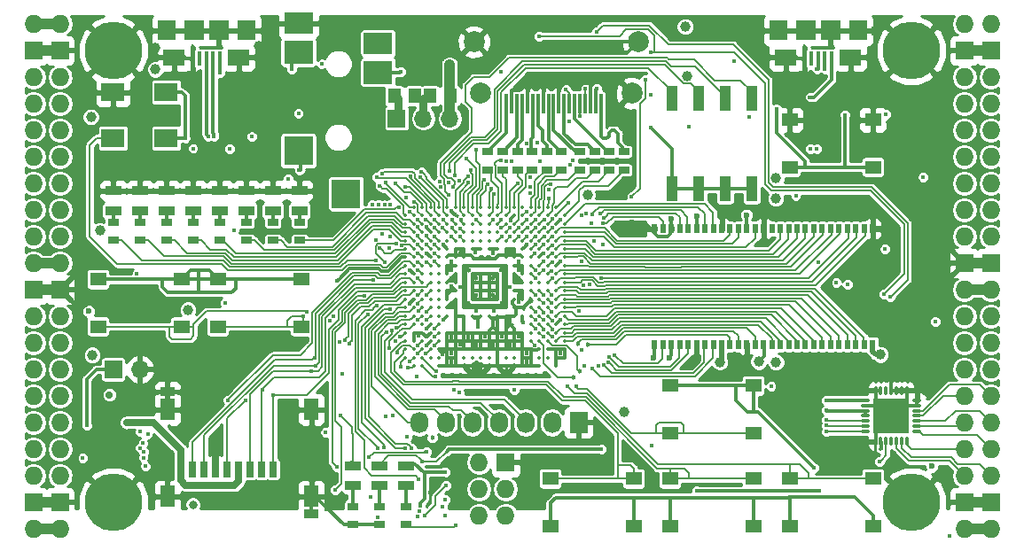
<source format=gtl>
G04 #@! TF.GenerationSoftware,KiCad,Pcbnew,5.0.0-rc2+dfsg1-2*
G04 #@! TF.CreationDate,2018-06-08T13:20:08+02:00*
G04 #@! TF.ProjectId,ulx3s,756C7833732E6B696361645F70636200,rev?*
G04 #@! TF.SameCoordinates,Original*
G04 #@! TF.FileFunction,Copper,L1,Top,Signal*
G04 #@! TF.FilePolarity,Positive*
%FSLAX46Y46*%
G04 Gerber Fmt 4.6, Leading zero omitted, Abs format (unit mm)*
G04 Created by KiCad (PCBNEW 5.0.0-rc2+dfsg1-2) date Fri Jun  8 13:20:08 2018*
%MOMM*%
%LPD*%
G01*
G04 APERTURE LIST*
G04 #@! TA.AperFunction,ComponentPad*
%ADD10O,1.727200X1.727200*%
G04 #@! TD*
G04 #@! TA.AperFunction,ComponentPad*
%ADD11R,1.727200X1.727200*%
G04 #@! TD*
G04 #@! TA.AperFunction,ComponentPad*
%ADD12C,5.500000*%
G04 #@! TD*
G04 #@! TA.AperFunction,SMDPad,CuDef*
%ADD13O,0.850000X0.300000*%
G04 #@! TD*
G04 #@! TA.AperFunction,SMDPad,CuDef*
%ADD14O,0.300000X0.850000*%
G04 #@! TD*
G04 #@! TA.AperFunction,SMDPad,CuDef*
%ADD15R,1.675000X1.675000*%
G04 #@! TD*
G04 #@! TA.AperFunction,ComponentPad*
%ADD16R,1.727200X2.032000*%
G04 #@! TD*
G04 #@! TA.AperFunction,ComponentPad*
%ADD17O,1.727200X2.032000*%
G04 #@! TD*
G04 #@! TA.AperFunction,SMDPad,CuDef*
%ADD18R,1.550000X1.300000*%
G04 #@! TD*
G04 #@! TA.AperFunction,SMDPad,CuDef*
%ADD19R,1.120000X2.440000*%
G04 #@! TD*
G04 #@! TA.AperFunction,BGAPad,CuDef*
%ADD20C,0.350000*%
G04 #@! TD*
G04 #@! TA.AperFunction,SMDPad,CuDef*
%ADD21R,2.800000X2.000000*%
G04 #@! TD*
G04 #@! TA.AperFunction,SMDPad,CuDef*
%ADD22R,2.800000X2.200000*%
G04 #@! TD*
G04 #@! TA.AperFunction,SMDPad,CuDef*
%ADD23R,2.800000X2.800000*%
G04 #@! TD*
G04 #@! TA.AperFunction,SMDPad,CuDef*
%ADD24R,0.700000X1.500000*%
G04 #@! TD*
G04 #@! TA.AperFunction,SMDPad,CuDef*
%ADD25R,1.450000X0.900000*%
G04 #@! TD*
G04 #@! TA.AperFunction,SMDPad,CuDef*
%ADD26R,1.450000X2.000000*%
G04 #@! TD*
G04 #@! TA.AperFunction,SMDPad,CuDef*
%ADD27R,2.200000X1.800000*%
G04 #@! TD*
G04 #@! TA.AperFunction,SMDPad,CuDef*
%ADD28R,0.560000X0.900000*%
G04 #@! TD*
G04 #@! TA.AperFunction,SMDPad,CuDef*
%ADD29R,1.000000X0.670000*%
G04 #@! TD*
G04 #@! TA.AperFunction,SMDPad,CuDef*
%ADD30R,1.500000X0.970000*%
G04 #@! TD*
G04 #@! TA.AperFunction,SMDPad,CuDef*
%ADD31R,0.300000X1.900000*%
G04 #@! TD*
G04 #@! TA.AperFunction,ComponentPad*
%ADD32C,2.000000*%
G04 #@! TD*
G04 #@! TA.AperFunction,ComponentPad*
%ADD33R,1.700000X1.700000*%
G04 #@! TD*
G04 #@! TA.AperFunction,ComponentPad*
%ADD34O,1.700000X1.700000*%
G04 #@! TD*
G04 #@! TA.AperFunction,SMDPad,CuDef*
%ADD35R,1.295000X1.400000*%
G04 #@! TD*
G04 #@! TA.AperFunction,SMDPad,CuDef*
%ADD36R,1.800000X1.900000*%
G04 #@! TD*
G04 #@! TA.AperFunction,SMDPad,CuDef*
%ADD37R,0.400000X1.350000*%
G04 #@! TD*
G04 #@! TA.AperFunction,SMDPad,CuDef*
%ADD38R,1.900000X1.900000*%
G04 #@! TD*
G04 #@! TA.AperFunction,SMDPad,CuDef*
%ADD39R,2.100000X1.600000*%
G04 #@! TD*
G04 #@! TA.AperFunction,ViaPad*
%ADD40C,0.400000*%
G04 #@! TD*
G04 #@! TA.AperFunction,ViaPad*
%ADD41C,0.700000*%
G04 #@! TD*
G04 #@! TA.AperFunction,ViaPad*
%ADD42C,0.454000*%
G04 #@! TD*
G04 #@! TA.AperFunction,ViaPad*
%ADD43C,0.600000*%
G04 #@! TD*
G04 #@! TA.AperFunction,ViaPad*
%ADD44C,1.000000*%
G04 #@! TD*
G04 #@! TA.AperFunction,ViaPad*
%ADD45C,0.800000*%
G04 #@! TD*
G04 #@! TA.AperFunction,Conductor*
%ADD46C,0.700000*%
G04 #@! TD*
G04 #@! TA.AperFunction,Conductor*
%ADD47C,0.300000*%
G04 #@! TD*
G04 #@! TA.AperFunction,Conductor*
%ADD48C,0.500000*%
G04 #@! TD*
G04 #@! TA.AperFunction,Conductor*
%ADD49C,1.000000*%
G04 #@! TD*
G04 #@! TA.AperFunction,Conductor*
%ADD50C,0.190000*%
G04 #@! TD*
G04 #@! TA.AperFunction,Conductor*
%ADD51C,0.800000*%
G04 #@! TD*
G04 #@! TA.AperFunction,Conductor*
%ADD52C,0.200000*%
G04 #@! TD*
G04 #@! TA.AperFunction,Conductor*
%ADD53C,0.127000*%
G04 #@! TD*
G04 #@! TA.AperFunction,Conductor*
%ADD54C,0.180000*%
G04 #@! TD*
G04 #@! TA.AperFunction,Conductor*
%ADD55C,0.254000*%
G04 #@! TD*
G04 APERTURE END LIST*
D10*
G04 #@! TO.P,J1,1*
G04 #@! TO.N,2V5_3V3*
X97910000Y-62690000D03*
G04 #@! TO.P,J1,2*
X95370000Y-62690000D03*
D11*
G04 #@! TO.P,J1,3*
G04 #@! TO.N,GND*
X97910000Y-65230000D03*
G04 #@! TO.P,J1,4*
X95370000Y-65230000D03*
D10*
G04 #@! TO.P,J1,5*
G04 #@! TO.N,GN0*
X97910000Y-67770000D03*
G04 #@! TO.P,J1,6*
G04 #@! TO.N,GP0*
X95370000Y-67770000D03*
G04 #@! TO.P,J1,7*
G04 #@! TO.N,GN1*
X97910000Y-70310000D03*
G04 #@! TO.P,J1,8*
G04 #@! TO.N,GP1*
X95370000Y-70310000D03*
G04 #@! TO.P,J1,9*
G04 #@! TO.N,GN2*
X97910000Y-72850000D03*
G04 #@! TO.P,J1,10*
G04 #@! TO.N,GP2*
X95370000Y-72850000D03*
G04 #@! TO.P,J1,11*
G04 #@! TO.N,GN3*
X97910000Y-75390000D03*
G04 #@! TO.P,J1,12*
G04 #@! TO.N,GP3*
X95370000Y-75390000D03*
G04 #@! TO.P,J1,13*
G04 #@! TO.N,GN4*
X97910000Y-77930000D03*
G04 #@! TO.P,J1,14*
G04 #@! TO.N,GP4*
X95370000Y-77930000D03*
G04 #@! TO.P,J1,15*
G04 #@! TO.N,GN5*
X97910000Y-80470000D03*
G04 #@! TO.P,J1,16*
G04 #@! TO.N,GP5*
X95370000Y-80470000D03*
G04 #@! TO.P,J1,17*
G04 #@! TO.N,GN6*
X97910000Y-83010000D03*
G04 #@! TO.P,J1,18*
G04 #@! TO.N,GP6*
X95370000Y-83010000D03*
G04 #@! TO.P,J1,19*
G04 #@! TO.N,2V5_3V3*
X97910000Y-85550000D03*
G04 #@! TO.P,J1,20*
X95370000Y-85550000D03*
D11*
G04 #@! TO.P,J1,21*
G04 #@! TO.N,GND*
X97910000Y-88090000D03*
G04 #@! TO.P,J1,22*
X95370000Y-88090000D03*
D10*
G04 #@! TO.P,J1,23*
G04 #@! TO.N,GN7*
X97910000Y-90630000D03*
G04 #@! TO.P,J1,24*
G04 #@! TO.N,GP7*
X95370000Y-90630000D03*
G04 #@! TO.P,J1,25*
G04 #@! TO.N,GN8*
X97910000Y-93170000D03*
G04 #@! TO.P,J1,26*
G04 #@! TO.N,GP8*
X95370000Y-93170000D03*
G04 #@! TO.P,J1,27*
G04 #@! TO.N,GN9*
X97910000Y-95710000D03*
G04 #@! TO.P,J1,28*
G04 #@! TO.N,GP9*
X95370000Y-95710000D03*
G04 #@! TO.P,J1,29*
G04 #@! TO.N,GN10*
X97910000Y-98250000D03*
G04 #@! TO.P,J1,30*
G04 #@! TO.N,GP10*
X95370000Y-98250000D03*
G04 #@! TO.P,J1,31*
G04 #@! TO.N,GN11*
X97910000Y-100790000D03*
G04 #@! TO.P,J1,32*
G04 #@! TO.N,GP11*
X95370000Y-100790000D03*
G04 #@! TO.P,J1,33*
G04 #@! TO.N,GN12*
X97910000Y-103330000D03*
G04 #@! TO.P,J1,34*
G04 #@! TO.N,GP12*
X95370000Y-103330000D03*
G04 #@! TO.P,J1,35*
G04 #@! TO.N,GN13*
X97910000Y-105870000D03*
G04 #@! TO.P,J1,36*
G04 #@! TO.N,GP13*
X95370000Y-105870000D03*
D11*
G04 #@! TO.P,J1,37*
G04 #@! TO.N,GND*
X97910000Y-108410000D03*
G04 #@! TO.P,J1,38*
X95370000Y-108410000D03*
D10*
G04 #@! TO.P,J1,39*
G04 #@! TO.N,2V5_3V3*
X97910000Y-110950000D03*
G04 #@! TO.P,J1,40*
X95370000Y-110950000D03*
G04 #@! TD*
G04 #@! TO.P,J2,1*
G04 #@! TO.N,+3V3*
X184270000Y-110950000D03*
G04 #@! TO.P,J2,2*
X186810000Y-110950000D03*
D11*
G04 #@! TO.P,J2,3*
G04 #@! TO.N,GND*
X184270000Y-108410000D03*
G04 #@! TO.P,J2,4*
X186810000Y-108410000D03*
D10*
G04 #@! TO.P,J2,5*
G04 #@! TO.N,GN14*
X184270000Y-105870000D03*
G04 #@! TO.P,J2,6*
G04 #@! TO.N,GP14*
X186810000Y-105870000D03*
G04 #@! TO.P,J2,7*
G04 #@! TO.N,GN15*
X184270000Y-103330000D03*
G04 #@! TO.P,J2,8*
G04 #@! TO.N,GP15*
X186810000Y-103330000D03*
G04 #@! TO.P,J2,9*
G04 #@! TO.N,GN16*
X184270000Y-100790000D03*
G04 #@! TO.P,J2,10*
G04 #@! TO.N,GP16*
X186810000Y-100790000D03*
G04 #@! TO.P,J2,11*
G04 #@! TO.N,GN17*
X184270000Y-98250000D03*
G04 #@! TO.P,J2,12*
G04 #@! TO.N,GP17*
X186810000Y-98250000D03*
G04 #@! TO.P,J2,13*
G04 #@! TO.N,GN18*
X184270000Y-95710000D03*
G04 #@! TO.P,J2,14*
G04 #@! TO.N,GP18*
X186810000Y-95710000D03*
G04 #@! TO.P,J2,15*
G04 #@! TO.N,GN19*
X184270000Y-93170000D03*
G04 #@! TO.P,J2,16*
G04 #@! TO.N,GP19*
X186810000Y-93170000D03*
G04 #@! TO.P,J2,17*
G04 #@! TO.N,GN20*
X184270000Y-90630000D03*
G04 #@! TO.P,J2,18*
G04 #@! TO.N,GP20*
X186810000Y-90630000D03*
G04 #@! TO.P,J2,19*
G04 #@! TO.N,+3V3*
X184270000Y-88090000D03*
G04 #@! TO.P,J2,20*
X186810000Y-88090000D03*
D11*
G04 #@! TO.P,J2,21*
G04 #@! TO.N,GND*
X184270000Y-85550000D03*
G04 #@! TO.P,J2,22*
X186810000Y-85550000D03*
D10*
G04 #@! TO.P,J2,23*
G04 #@! TO.N,GN21*
X184270000Y-83010000D03*
G04 #@! TO.P,J2,24*
G04 #@! TO.N,GP21*
X186810000Y-83010000D03*
G04 #@! TO.P,J2,25*
G04 #@! TO.N,GN22*
X184270000Y-80470000D03*
G04 #@! TO.P,J2,26*
G04 #@! TO.N,GP22*
X186810000Y-80470000D03*
G04 #@! TO.P,J2,27*
G04 #@! TO.N,GN23*
X184270000Y-77930000D03*
G04 #@! TO.P,J2,28*
G04 #@! TO.N,GP23*
X186810000Y-77930000D03*
G04 #@! TO.P,J2,29*
G04 #@! TO.N,GN24*
X184270000Y-75390000D03*
G04 #@! TO.P,J2,30*
G04 #@! TO.N,GP24*
X186810000Y-75390000D03*
G04 #@! TO.P,J2,31*
G04 #@! TO.N,GN25*
X184270000Y-72850000D03*
G04 #@! TO.P,J2,32*
G04 #@! TO.N,GP25*
X186810000Y-72850000D03*
G04 #@! TO.P,J2,33*
G04 #@! TO.N,GN26*
X184270000Y-70310000D03*
G04 #@! TO.P,J2,34*
G04 #@! TO.N,GP26*
X186810000Y-70310000D03*
G04 #@! TO.P,J2,35*
G04 #@! TO.N,GN27*
X184270000Y-67770000D03*
G04 #@! TO.P,J2,36*
G04 #@! TO.N,GP27*
X186810000Y-67770000D03*
D11*
G04 #@! TO.P,J2,37*
G04 #@! TO.N,GND*
X184270000Y-65230000D03*
G04 #@! TO.P,J2,38*
X186810000Y-65230000D03*
D10*
G04 #@! TO.P,J2,39*
G04 #@! TO.N,/gpio/IN5V*
X184270000Y-62690000D03*
G04 #@! TO.P,J2,40*
G04 #@! TO.N,/gpio/OUT5V*
X186810000Y-62690000D03*
G04 #@! TD*
D12*
G04 #@! TO.P,H1,1*
G04 #@! TO.N,GND*
X102990000Y-108410000D03*
G04 #@! TD*
G04 #@! TO.P,H2,1*
G04 #@! TO.N,GND*
X179190000Y-108410000D03*
G04 #@! TD*
G04 #@! TO.P,H3,1*
G04 #@! TO.N,GND*
X179190000Y-65230000D03*
G04 #@! TD*
G04 #@! TO.P,H4,1*
G04 #@! TO.N,GND*
X102990000Y-65230000D03*
G04 #@! TD*
D11*
G04 #@! TO.P,J4,1*
G04 #@! TO.N,GND*
X140455000Y-104600000D03*
D10*
G04 #@! TO.P,J4,2*
G04 #@! TO.N,+3V3*
X137915000Y-104600000D03*
G04 #@! TO.P,J4,3*
G04 #@! TO.N,JTAG_TDI*
X140455000Y-107140000D03*
G04 #@! TO.P,J4,4*
G04 #@! TO.N,JTAG_TCK*
X137915000Y-107140000D03*
G04 #@! TO.P,J4,5*
G04 #@! TO.N,JTAG_TMS*
X140455000Y-109680000D03*
G04 #@! TO.P,J4,6*
G04 #@! TO.N,JTAG_TDO*
X137915000Y-109680000D03*
G04 #@! TD*
D13*
G04 #@! TO.P,U8,1*
G04 #@! TO.N,GP15*
X179735000Y-101655000D03*
G04 #@! TO.P,U8,2*
G04 #@! TO.N,GN16*
X179735000Y-101155000D03*
G04 #@! TO.P,U8,3*
G04 #@! TO.N,GP16*
X179735000Y-100655000D03*
G04 #@! TO.P,U8,4*
G04 #@! TO.N,GN17*
X179735000Y-100155000D03*
G04 #@! TO.P,U8,5*
G04 #@! TO.N,GP17*
X179735000Y-99655000D03*
G04 #@! TO.P,U8,6*
G04 #@! TO.N,GND*
X179735000Y-99155000D03*
G04 #@! TO.P,U8,7*
X179735000Y-98655000D03*
D14*
G04 #@! TO.P,U8,8*
X178785000Y-97705000D03*
G04 #@! TO.P,U8,9*
X178285000Y-97705000D03*
G04 #@! TO.P,U8,10*
X177785000Y-97705000D03*
G04 #@! TO.P,U8,11*
X177285000Y-97705000D03*
G04 #@! TO.P,U8,12*
G04 #@! TO.N,Net-(U8-Pad12)*
X176785000Y-97705000D03*
G04 #@! TO.P,U8,13*
G04 #@! TO.N,GND*
X176285000Y-97705000D03*
G04 #@! TO.P,U8,14*
X175785000Y-97705000D03*
D13*
G04 #@! TO.P,U8,15*
G04 #@! TO.N,+3V3*
X174835000Y-98655000D03*
G04 #@! TO.P,U8,16*
G04 #@! TO.N,GND*
X174835000Y-99155000D03*
G04 #@! TO.P,U8,17*
G04 #@! TO.N,+3V3*
X174835000Y-99655000D03*
G04 #@! TO.P,U8,18*
X174835000Y-100155000D03*
G04 #@! TO.P,U8,19*
G04 #@! TO.N,ADC_SCLK*
X174835000Y-100655000D03*
G04 #@! TO.P,U8,20*
G04 #@! TO.N,ADC_CSn*
X174835000Y-101155000D03*
G04 #@! TO.P,U8,21*
G04 #@! TO.N,ADC_MOSI*
X174835000Y-101655000D03*
D14*
G04 #@! TO.P,U8,22*
G04 #@! TO.N,GND*
X175785000Y-102605000D03*
G04 #@! TO.P,U8,23*
G04 #@! TO.N,+3V3*
X176285000Y-102605000D03*
G04 #@! TO.P,U8,24*
G04 #@! TO.N,ADC_MISO*
X176785000Y-102605000D03*
G04 #@! TO.P,U8,25*
G04 #@! TO.N,Net-(U8-Pad25)*
X177285000Y-102605000D03*
G04 #@! TO.P,U8,26*
G04 #@! TO.N,GN14*
X177785000Y-102605000D03*
G04 #@! TO.P,U8,27*
G04 #@! TO.N,GP14*
X178285000Y-102605000D03*
G04 #@! TO.P,U8,28*
G04 #@! TO.N,GN15*
X178785000Y-102605000D03*
D15*
G04 #@! TO.P,U8,29*
G04 #@! TO.N,GND*
X176447500Y-99317500D03*
X176447500Y-100992500D03*
X178122500Y-99317500D03*
X178122500Y-100992500D03*
G04 #@! TD*
D16*
G04 #@! TO.P,OLED1,1*
G04 #@! TO.N,GND*
X147440000Y-100790000D03*
D17*
G04 #@! TO.P,OLED1,2*
G04 #@! TO.N,+3V3*
X144900000Y-100790000D03*
G04 #@! TO.P,OLED1,3*
G04 #@! TO.N,OLED_CLK*
X142360000Y-100790000D03*
G04 #@! TO.P,OLED1,4*
G04 #@! TO.N,OLED_MOSI*
X139820000Y-100790000D03*
G04 #@! TO.P,OLED1,5*
G04 #@! TO.N,OLED_RES*
X137280000Y-100790000D03*
G04 #@! TO.P,OLED1,6*
G04 #@! TO.N,OLED_DC*
X134740000Y-100790000D03*
G04 #@! TO.P,OLED1,7*
G04 #@! TO.N,OLED_CS*
X132200000Y-100790000D03*
G04 #@! TD*
D18*
G04 #@! TO.P,BTN0,2*
G04 #@! TO.N,GND*
X175550000Y-71870000D03*
G04 #@! TO.P,BTN0,1*
G04 #@! TO.N,/power/PWRBTn*
X175550000Y-76370000D03*
X167590000Y-76370000D03*
G04 #@! TO.P,BTN0,2*
G04 #@! TO.N,GND*
X167590000Y-71870000D03*
G04 #@! TD*
G04 #@! TO.P,BTN1,2*
G04 #@! TO.N,BTN_F1*
X101550000Y-91610000D03*
G04 #@! TO.P,BTN1,1*
G04 #@! TO.N,/blinkey/BTNPUL*
X101550000Y-87110000D03*
X109510000Y-87110000D03*
G04 #@! TO.P,BTN1,2*
G04 #@! TO.N,BTN_F1*
X109510000Y-91610000D03*
G04 #@! TD*
G04 #@! TO.P,BTN2,2*
G04 #@! TO.N,BTN_F2*
X112980000Y-91610000D03*
G04 #@! TO.P,BTN2,1*
G04 #@! TO.N,/blinkey/BTNPUL*
X112980000Y-87110000D03*
X120940000Y-87110000D03*
G04 #@! TO.P,BTN2,2*
G04 #@! TO.N,BTN_F2*
X120940000Y-91610000D03*
G04 #@! TD*
G04 #@! TO.P,BTN3,2*
G04 #@! TO.N,BTN_U*
X156160000Y-101770000D03*
G04 #@! TO.P,BTN3,1*
G04 #@! TO.N,/blinkey/BTNPUR*
X156160000Y-97270000D03*
X164120000Y-97270000D03*
G04 #@! TO.P,BTN3,2*
G04 #@! TO.N,BTN_U*
X164120000Y-101770000D03*
G04 #@! TD*
G04 #@! TO.P,BTN4,2*
G04 #@! TO.N,BTN_D*
X164120000Y-106160000D03*
G04 #@! TO.P,BTN4,1*
G04 #@! TO.N,/blinkey/BTNPUR*
X164120000Y-110660000D03*
X156160000Y-110660000D03*
G04 #@! TO.P,BTN4,2*
G04 #@! TO.N,BTN_D*
X156160000Y-106160000D03*
G04 #@! TD*
G04 #@! TO.P,BTN5,2*
G04 #@! TO.N,BTN_L*
X152690000Y-106160000D03*
G04 #@! TO.P,BTN5,1*
G04 #@! TO.N,/blinkey/BTNPUR*
X152690000Y-110660000D03*
X144730000Y-110660000D03*
G04 #@! TO.P,BTN5,2*
G04 #@! TO.N,BTN_L*
X144730000Y-106160000D03*
G04 #@! TD*
G04 #@! TO.P,BTN6,2*
G04 #@! TO.N,BTN_R*
X175550000Y-106160000D03*
G04 #@! TO.P,BTN6,1*
G04 #@! TO.N,/blinkey/BTNPUR*
X175550000Y-110660000D03*
X167590000Y-110660000D03*
G04 #@! TO.P,BTN6,2*
G04 #@! TO.N,BTN_R*
X167590000Y-106160000D03*
G04 #@! TD*
D19*
G04 #@! TO.P,SW1,1*
G04 #@! TO.N,/blinkey/SWPU*
X156330000Y-78425000D03*
G04 #@! TO.P,SW1,5*
G04 #@! TO.N,SW4*
X163950000Y-69815000D03*
G04 #@! TO.P,SW1,2*
G04 #@! TO.N,/blinkey/SWPU*
X158870000Y-78425000D03*
G04 #@! TO.P,SW1,6*
G04 #@! TO.N,SW3*
X161410000Y-69815000D03*
G04 #@! TO.P,SW1,3*
G04 #@! TO.N,/blinkey/SWPU*
X161410000Y-78425000D03*
G04 #@! TO.P,SW1,7*
G04 #@! TO.N,SW2*
X158870000Y-69815000D03*
G04 #@! TO.P,SW1,4*
G04 #@! TO.N,/blinkey/SWPU*
X163950000Y-78425000D03*
G04 #@! TO.P,SW1,8*
G04 #@! TO.N,SW1*
X156330000Y-69815000D03*
G04 #@! TD*
D20*
G04 #@! TO.P,U1,A2*
G04 #@! TO.N,GP9*
X131680000Y-80200000D03*
G04 #@! TO.P,U1,A3*
G04 #@! TO.N,AUDIO_R0*
X132480000Y-80200000D03*
G04 #@! TO.P,U1,A4*
G04 #@! TO.N,GP8*
X133280000Y-80200000D03*
G04 #@! TO.P,U1,A5*
G04 #@! TO.N,GN8*
X134080000Y-80200000D03*
G04 #@! TO.P,U1,A6*
G04 #@! TO.N,GP7*
X134880000Y-80200000D03*
G04 #@! TO.P,U1,A7*
G04 #@! TO.N,GP4*
X135680000Y-80200000D03*
G04 #@! TO.P,U1,A8*
G04 #@! TO.N,GN4*
X136480000Y-80200000D03*
G04 #@! TO.P,U1,A9*
G04 #@! TO.N,GP2*
X137280000Y-80200000D03*
G04 #@! TO.P,U1,A10*
G04 #@! TO.N,GP1*
X138080000Y-80200000D03*
G04 #@! TO.P,U1,A11*
G04 #@! TO.N,GN1*
X138880000Y-80200000D03*
G04 #@! TO.P,U1,A12*
G04 #@! TO.N,FPDI_D2+*
X139680000Y-80200000D03*
G04 #@! TO.P,U1,A13*
G04 #@! TO.N,FPDI_D2-*
X140480000Y-80200000D03*
G04 #@! TO.P,U1,A14*
G04 #@! TO.N,FPDI_D1+*
X141280000Y-80200000D03*
G04 #@! TO.P,U1,A15*
G04 #@! TO.N,Net-(U1-PadA15)*
X142080000Y-80200000D03*
G04 #@! TO.P,U1,A16*
G04 #@! TO.N,FPDI_D0+*
X142880000Y-80200000D03*
G04 #@! TO.P,U1,A17*
G04 #@! TO.N,FPDI_CLK+*
X143680000Y-80200000D03*
G04 #@! TO.P,U1,A18*
G04 #@! TO.N,/gpdi/FPDI_CEC*
X144480000Y-80200000D03*
G04 #@! TO.P,U1,A19*
G04 #@! TO.N,FPDI_ETH+*
X145280000Y-80200000D03*
G04 #@! TO.P,U1,B1*
G04 #@! TO.N,GN9*
X130880000Y-81000000D03*
G04 #@! TO.P,U1,B2*
G04 #@! TO.N,LED0*
X131680000Y-81000000D03*
G04 #@! TO.P,U1,B3*
G04 #@! TO.N,AUDIO_L3*
X132480000Y-81000000D03*
G04 #@! TO.P,U1,B4*
G04 #@! TO.N,GN10*
X133280000Y-81000000D03*
G04 #@! TO.P,U1,B5*
G04 #@! TO.N,AUDIO_R1*
X134080000Y-81000000D03*
G04 #@! TO.P,U1,B6*
G04 #@! TO.N,GN7*
X134880000Y-81000000D03*
G04 #@! TO.P,U1,B7*
G04 #@! TO.N,GND*
X135680000Y-81000000D03*
G04 #@! TO.P,U1,B8*
G04 #@! TO.N,GN5*
X136480000Y-81000000D03*
G04 #@! TO.P,U1,B9*
G04 #@! TO.N,GP3*
X137280000Y-81000000D03*
G04 #@! TO.P,U1,B10*
G04 #@! TO.N,GN2*
X138080000Y-81000000D03*
G04 #@! TO.P,U1,B11*
G04 #@! TO.N,GP0*
X138880000Y-81000000D03*
G04 #@! TO.P,U1,B12*
G04 #@! TO.N,USB_FPGA_PULL_D+*
X139680000Y-81000000D03*
G04 #@! TO.P,U1,B13*
G04 #@! TO.N,GP26*
X140480000Y-81000000D03*
G04 #@! TO.P,U1,B14*
G04 #@! TO.N,GND*
X141280000Y-81000000D03*
G04 #@! TO.P,U1,B15*
G04 #@! TO.N,GP22*
X142080000Y-81000000D03*
G04 #@! TO.P,U1,B16*
G04 #@! TO.N,FPDI_D0-*
X142880000Y-81000000D03*
G04 #@! TO.P,U1,B17*
G04 #@! TO.N,GP23*
X143680000Y-81000000D03*
G04 #@! TO.P,U1,B18*
G04 #@! TO.N,FPDI_CLK-*
X144480000Y-81000000D03*
G04 #@! TO.P,U1,B19*
G04 #@! TO.N,FPDI_SDA*
X145280000Y-81000000D03*
G04 #@! TO.P,U1,B20*
G04 #@! TO.N,FPDI_ETH-*
X146080000Y-81000000D03*
G04 #@! TO.P,U1,C1*
G04 #@! TO.N,LED2*
X130880000Y-81800000D03*
G04 #@! TO.P,U1,C2*
G04 #@! TO.N,LED1*
X131680000Y-81800000D03*
G04 #@! TO.P,U1,C3*
G04 #@! TO.N,AUDIO_L2*
X132480000Y-81800000D03*
G04 #@! TO.P,U1,C4*
G04 #@! TO.N,GP10*
X133280000Y-81800000D03*
G04 #@! TO.P,U1,C5*
G04 #@! TO.N,AUDIO_R3*
X134080000Y-81800000D03*
G04 #@! TO.P,U1,C6*
G04 #@! TO.N,GP6*
X134880000Y-81800000D03*
G04 #@! TO.P,U1,C7*
G04 #@! TO.N,GN6*
X135680000Y-81800000D03*
G04 #@! TO.P,U1,C8*
G04 #@! TO.N,GP5*
X136480000Y-81800000D03*
G04 #@! TO.P,U1,C9*
G04 #@! TO.N,Net-(U1-PadC9)*
X137280000Y-81800000D03*
G04 #@! TO.P,U1,C10*
G04 #@! TO.N,GN3*
X138080000Y-81800000D03*
G04 #@! TO.P,U1,C11*
G04 #@! TO.N,GN0*
X138880000Y-81800000D03*
G04 #@! TO.P,U1,C12*
G04 #@! TO.N,USB_FPGA_PULL_D-*
X139680000Y-81800000D03*
G04 #@! TO.P,U1,C13*
G04 #@! TO.N,GN26*
X140480000Y-81800000D03*
G04 #@! TO.P,U1,C14*
G04 #@! TO.N,FPDI_D1-*
X141280000Y-81800000D03*
G04 #@! TO.P,U1,C15*
G04 #@! TO.N,GN22*
X142080000Y-81800000D03*
G04 #@! TO.P,U1,C16*
G04 #@! TO.N,GP24*
X142880000Y-81800000D03*
G04 #@! TO.P,U1,C17*
G04 #@! TO.N,GN23*
X143680000Y-81800000D03*
G04 #@! TO.P,U1,C18*
G04 #@! TO.N,GP21*
X144480000Y-81800000D03*
G04 #@! TO.P,U1,C19*
G04 #@! TO.N,GND*
X145280000Y-81800000D03*
G04 #@! TO.P,U1,C20*
G04 #@! TO.N,SDRAM_D11*
X146080000Y-81800000D03*
G04 #@! TO.P,U1,D1*
G04 #@! TO.N,LED4*
X130880000Y-82600000D03*
G04 #@! TO.P,U1,D2*
G04 #@! TO.N,LED3*
X131680000Y-82600000D03*
G04 #@! TO.P,U1,D3*
G04 #@! TO.N,AUDIO_L1*
X132480000Y-82600000D03*
G04 #@! TO.P,U1,D4*
G04 #@! TO.N,GND*
X133280000Y-82600000D03*
G04 #@! TO.P,U1,D5*
G04 #@! TO.N,AUDIO_R2*
X134080000Y-82600000D03*
G04 #@! TO.P,U1,D6*
G04 #@! TO.N,BTN_PWRn*
X134880000Y-82600000D03*
G04 #@! TO.P,U1,D7*
G04 #@! TO.N,SW3*
X135680000Y-82600000D03*
G04 #@! TO.P,U1,D8*
G04 #@! TO.N,SW2*
X136480000Y-82600000D03*
G04 #@! TO.P,U1,D9*
G04 #@! TO.N,Net-(U1-PadD9)*
X137280000Y-82600000D03*
G04 #@! TO.P,U1,D10*
G04 #@! TO.N,Net-(U1-PadD10)*
X138080000Y-82600000D03*
G04 #@! TO.P,U1,D11*
G04 #@! TO.N,Net-(U1-PadD11)*
X138880000Y-82600000D03*
G04 #@! TO.P,U1,D12*
G04 #@! TO.N,Net-(U1-PadD12)*
X139680000Y-82600000D03*
G04 #@! TO.P,U1,D13*
G04 #@! TO.N,GP27*
X140480000Y-82600000D03*
G04 #@! TO.P,U1,D14*
G04 #@! TO.N,GP25*
X141280000Y-82600000D03*
G04 #@! TO.P,U1,D15*
G04 #@! TO.N,USB_FPGA_D+*
X142080000Y-82600000D03*
G04 #@! TO.P,U1,D16*
G04 #@! TO.N,GN24*
X142880000Y-82600000D03*
G04 #@! TO.P,U1,D17*
G04 #@! TO.N,GN21*
X143680000Y-82600000D03*
G04 #@! TO.P,U1,D18*
G04 #@! TO.N,GP20*
X144480000Y-82600000D03*
G04 #@! TO.P,U1,D19*
G04 #@! TO.N,SDRAM_D10*
X145280000Y-82600000D03*
G04 #@! TO.P,U1,D20*
G04 #@! TO.N,SDRAM_D9*
X146080000Y-82600000D03*
G04 #@! TO.P,U1,E1*
G04 #@! TO.N,LED6*
X130880000Y-83400000D03*
G04 #@! TO.P,U1,E2*
G04 #@! TO.N,LED5*
X131680000Y-83400000D03*
G04 #@! TO.P,U1,E3*
G04 #@! TO.N,GN11*
X132480000Y-83400000D03*
G04 #@! TO.P,U1,E4*
G04 #@! TO.N,AUDIO_L0*
X133280000Y-83400000D03*
G04 #@! TO.P,U1,E5*
G04 #@! TO.N,AUDIO_V3*
X134080000Y-83400000D03*
G04 #@! TO.P,U1,E6*
G04 #@! TO.N,Net-(U1-PadE6)*
X134880000Y-83400000D03*
G04 #@! TO.P,U1,E7*
G04 #@! TO.N,SW4*
X135680000Y-83400000D03*
G04 #@! TO.P,U1,E8*
G04 #@! TO.N,SW1*
X136480000Y-83400000D03*
G04 #@! TO.P,U1,E9*
G04 #@! TO.N,Net-(U1-PadE9)*
X137280000Y-83400000D03*
G04 #@! TO.P,U1,E10*
G04 #@! TO.N,Net-(U1-PadE10)*
X138080000Y-83400000D03*
G04 #@! TO.P,U1,E11*
G04 #@! TO.N,Net-(U1-PadE11)*
X138880000Y-83400000D03*
G04 #@! TO.P,U1,E12*
G04 #@! TO.N,FPDI_SCL*
X139680000Y-83400000D03*
G04 #@! TO.P,U1,E13*
G04 #@! TO.N,GN27*
X140480000Y-83400000D03*
G04 #@! TO.P,U1,E14*
G04 #@! TO.N,GN25*
X141280000Y-83400000D03*
G04 #@! TO.P,U1,E15*
G04 #@! TO.N,USB_FPGA_D-*
X142080000Y-83400000D03*
G04 #@! TO.P,U1,E16*
G04 #@! TO.N,USB_FPGA_D+*
X142880000Y-83400000D03*
G04 #@! TO.P,U1,E17*
G04 #@! TO.N,GN20*
X143680000Y-83400000D03*
G04 #@! TO.P,U1,E18*
G04 #@! TO.N,SDRAM_D12*
X144480000Y-83400000D03*
G04 #@! TO.P,U1,E19*
G04 #@! TO.N,SDRAM_D8*
X145280000Y-83400000D03*
G04 #@! TO.P,U1,E20*
G04 #@! TO.N,SDRAM_DQM1*
X146080000Y-83400000D03*
G04 #@! TO.P,U1,F1*
G04 #@! TO.N,WIFI_EN*
X130880000Y-84200000D03*
G04 #@! TO.P,U1,F2*
G04 #@! TO.N,AUDIO_V1*
X131680000Y-84200000D03*
G04 #@! TO.P,U1,F3*
G04 #@! TO.N,GN12*
X132480000Y-84200000D03*
G04 #@! TO.P,U1,F4*
G04 #@! TO.N,GP11*
X133280000Y-84200000D03*
G04 #@! TO.P,U1,F5*
G04 #@! TO.N,AUDIO_V2*
X134080000Y-84200000D03*
G04 #@! TO.P,U1,F6*
G04 #@! TO.N,+2V5*
X134880000Y-84200000D03*
G04 #@! TO.P,U1,F7*
G04 #@! TO.N,GND*
X135680000Y-84200000D03*
G04 #@! TO.P,U1,F8*
X136480000Y-84200000D03*
G04 #@! TO.P,U1,F9*
G04 #@! TO.N,2V5_3V3*
X137280000Y-84200000D03*
G04 #@! TO.P,U1,F10*
X138080000Y-84200000D03*
G04 #@! TO.P,U1,F11*
G04 #@! TO.N,+3V3*
X138880000Y-84200000D03*
G04 #@! TO.P,U1,F12*
X139680000Y-84200000D03*
G04 #@! TO.P,U1,F13*
G04 #@! TO.N,GND*
X140480000Y-84200000D03*
G04 #@! TO.P,U1,F14*
X141280000Y-84200000D03*
G04 #@! TO.P,U1,F15*
G04 #@! TO.N,+2V5*
X142080000Y-84200000D03*
G04 #@! TO.P,U1,F16*
G04 #@! TO.N,USB_FPGA_D-*
X142880000Y-84200000D03*
G04 #@! TO.P,U1,F17*
G04 #@! TO.N,GP19*
X143680000Y-84200000D03*
G04 #@! TO.P,U1,F18*
G04 #@! TO.N,SDRAM_D13*
X144480000Y-84200000D03*
G04 #@! TO.P,U1,F19*
G04 #@! TO.N,SDRAM_CLK*
X145280000Y-84200000D03*
G04 #@! TO.P,U1,F20*
G04 #@! TO.N,SDRAM_CKE*
X146080000Y-84200000D03*
G04 #@! TO.P,U1,G1*
G04 #@! TO.N,/usb/ANT_433MHz*
X130880000Y-85000000D03*
G04 #@! TO.P,U1,G2*
G04 #@! TO.N,CLK_25MHz*
X131680000Y-85000000D03*
G04 #@! TO.P,U1,G3*
G04 #@! TO.N,GP12*
X132480000Y-85000000D03*
G04 #@! TO.P,U1,G4*
G04 #@! TO.N,GND*
X133280000Y-85000000D03*
G04 #@! TO.P,U1,G5*
G04 #@! TO.N,GN13*
X134080000Y-85000000D03*
G04 #@! TO.P,U1,G6*
G04 #@! TO.N,GND*
X134880000Y-85000000D03*
G04 #@! TO.P,U1,G7*
X135680000Y-85000000D03*
G04 #@! TO.P,U1,G8*
X136480000Y-85000000D03*
G04 #@! TO.P,U1,G9*
X137280000Y-85000000D03*
G04 #@! TO.P,U1,G10*
X138080000Y-85000000D03*
G04 #@! TO.P,U1,G11*
X138880000Y-85000000D03*
G04 #@! TO.P,U1,G12*
X139680000Y-85000000D03*
G04 #@! TO.P,U1,G13*
X140480000Y-85000000D03*
G04 #@! TO.P,U1,G14*
X141280000Y-85000000D03*
G04 #@! TO.P,U1,G15*
X142080000Y-85000000D03*
G04 #@! TO.P,U1,G16*
G04 #@! TO.N,SHUTDOWN*
X142880000Y-85000000D03*
G04 #@! TO.P,U1,G17*
G04 #@! TO.N,GND*
X143680000Y-85000000D03*
G04 #@! TO.P,U1,G18*
G04 #@! TO.N,GN19*
X144480000Y-85000000D03*
G04 #@! TO.P,U1,G19*
G04 #@! TO.N,SDRAM_A12*
X145280000Y-85000000D03*
G04 #@! TO.P,U1,G20*
G04 #@! TO.N,SDRAM_A11*
X146080000Y-85000000D03*
G04 #@! TO.P,U1,H1*
G04 #@! TO.N,SD_D1*
X130880000Y-85800000D03*
G04 #@! TO.P,U1,H2*
G04 #@! TO.N,SD_CLK*
X131680000Y-85800000D03*
G04 #@! TO.P,U1,H3*
G04 #@! TO.N,LED7*
X132480000Y-85800000D03*
G04 #@! TO.P,U1,H4*
G04 #@! TO.N,GP13*
X133280000Y-85800000D03*
G04 #@! TO.P,U1,H5*
G04 #@! TO.N,AUDIO_V0*
X134080000Y-85800000D03*
G04 #@! TO.P,U1,H6*
G04 #@! TO.N,2V5_3V3*
X134880000Y-85800000D03*
G04 #@! TO.P,U1,H7*
X135680000Y-85800000D03*
G04 #@! TO.P,U1,H8*
G04 #@! TO.N,+1V1*
X136480000Y-85800000D03*
G04 #@! TO.P,U1,H9*
X137280000Y-85800000D03*
G04 #@! TO.P,U1,H10*
X138080000Y-85800000D03*
G04 #@! TO.P,U1,H11*
X138880000Y-85800000D03*
G04 #@! TO.P,U1,H12*
X139680000Y-85800000D03*
G04 #@! TO.P,U1,H13*
X140480000Y-85800000D03*
G04 #@! TO.P,U1,H14*
G04 #@! TO.N,+3V3*
X141280000Y-85800000D03*
G04 #@! TO.P,U1,H15*
X142080000Y-85800000D03*
G04 #@! TO.P,U1,H16*
G04 #@! TO.N,BTN_R*
X142880000Y-85800000D03*
G04 #@! TO.P,U1,H17*
G04 #@! TO.N,GN18*
X143680000Y-85800000D03*
G04 #@! TO.P,U1,H18*
G04 #@! TO.N,GP18*
X144480000Y-85800000D03*
G04 #@! TO.P,U1,H19*
G04 #@! TO.N,GND*
X145280000Y-85800000D03*
G04 #@! TO.P,U1,H20*
G04 #@! TO.N,SDRAM_A9*
X146080000Y-85800000D03*
G04 #@! TO.P,U1,J1*
G04 #@! TO.N,SD_CMD*
X130880000Y-86600000D03*
G04 #@! TO.P,U1,J2*
G04 #@! TO.N,GND*
X131680000Y-86600000D03*
G04 #@! TO.P,U1,J3*
G04 #@! TO.N,SD_D0*
X132480000Y-86600000D03*
G04 #@! TO.P,U1,J4*
G04 #@! TO.N,Net-(U1-PadJ4)*
X133280000Y-86600000D03*
G04 #@! TO.P,U1,J5*
G04 #@! TO.N,Net-(U1-PadJ5)*
X134080000Y-86600000D03*
G04 #@! TO.P,U1,J6*
G04 #@! TO.N,2V5_3V3*
X134880000Y-86600000D03*
G04 #@! TO.P,U1,J7*
G04 #@! TO.N,GND*
X135680000Y-86600000D03*
G04 #@! TO.P,U1,J8*
G04 #@! TO.N,+1V1*
X136480000Y-86600000D03*
G04 #@! TO.P,U1,J9*
G04 #@! TO.N,GND*
X137280000Y-86600000D03*
G04 #@! TO.P,U1,J10*
X138080000Y-86600000D03*
G04 #@! TO.P,U1,J11*
X138880000Y-86600000D03*
G04 #@! TO.P,U1,J12*
X139680000Y-86600000D03*
G04 #@! TO.P,U1,J13*
G04 #@! TO.N,+1V1*
X140480000Y-86600000D03*
G04 #@! TO.P,U1,J14*
G04 #@! TO.N,GND*
X141280000Y-86600000D03*
G04 #@! TO.P,U1,J15*
G04 #@! TO.N,+3V3*
X142080000Y-86600000D03*
G04 #@! TO.P,U1,J16*
G04 #@! TO.N,SDRAM_D0*
X142880000Y-86600000D03*
G04 #@! TO.P,U1,J17*
G04 #@! TO.N,SDRAM_D15*
X143680000Y-86600000D03*
G04 #@! TO.P,U1,J18*
G04 #@! TO.N,SDRAM_D14*
X144480000Y-86600000D03*
G04 #@! TO.P,U1,J19*
G04 #@! TO.N,SDRAM_A8*
X145280000Y-86600000D03*
G04 #@! TO.P,U1,J20*
G04 #@! TO.N,SDRAM_A7*
X146080000Y-86600000D03*
G04 #@! TO.P,U1,K1*
G04 #@! TO.N,SD_D2*
X130880000Y-87400000D03*
G04 #@! TO.P,U1,K2*
G04 #@! TO.N,SD_D3*
X131680000Y-87400000D03*
G04 #@! TO.P,U1,K3*
G04 #@! TO.N,WIFI_RXD*
X132480000Y-87400000D03*
G04 #@! TO.P,U1,K4*
G04 #@! TO.N,WIFI_TXD*
X133280000Y-87400000D03*
G04 #@! TO.P,U1,K5*
G04 #@! TO.N,Net-(U1-PadK5)*
X134080000Y-87400000D03*
G04 #@! TO.P,U1,K6*
G04 #@! TO.N,GND*
X134880000Y-87400000D03*
G04 #@! TO.P,U1,K7*
X135680000Y-87400000D03*
G04 #@! TO.P,U1,K8*
G04 #@! TO.N,+1V1*
X136480000Y-87400000D03*
G04 #@! TO.P,U1,K9*
G04 #@! TO.N,GND*
X137280000Y-87400000D03*
G04 #@! TO.P,U1,K10*
X138080000Y-87400000D03*
G04 #@! TO.P,U1,K11*
X138880000Y-87400000D03*
G04 #@! TO.P,U1,K12*
X139680000Y-87400000D03*
G04 #@! TO.P,U1,K13*
G04 #@! TO.N,+1V1*
X140480000Y-87400000D03*
G04 #@! TO.P,U1,K14*
G04 #@! TO.N,GND*
X141280000Y-87400000D03*
G04 #@! TO.P,U1,K15*
X142080000Y-87400000D03*
G04 #@! TO.P,U1,K16*
G04 #@! TO.N,Net-(U1-PadK16)*
X142880000Y-87400000D03*
G04 #@! TO.P,U1,K17*
G04 #@! TO.N,Net-(U1-PadK17)*
X143680000Y-87400000D03*
G04 #@! TO.P,U1,K18*
G04 #@! TO.N,SDRAM_A6*
X144480000Y-87400000D03*
G04 #@! TO.P,U1,K19*
G04 #@! TO.N,SDRAM_A5*
X145280000Y-87400000D03*
G04 #@! TO.P,U1,K20*
G04 #@! TO.N,SDRAM_A4*
X146080000Y-87400000D03*
G04 #@! TO.P,U1,L1*
G04 #@! TO.N,WIFI_GPIO16*
X130880000Y-88200000D03*
G04 #@! TO.P,U1,L2*
G04 #@! TO.N,WIFI_GPIO0*
X131680000Y-88200000D03*
G04 #@! TO.P,U1,L3*
G04 #@! TO.N,FTDI_TXDEN*
X132480000Y-88200000D03*
G04 #@! TO.P,U1,L4*
G04 #@! TO.N,FTDI_RXD*
X133280000Y-88200000D03*
G04 #@! TO.P,U1,L5*
G04 #@! TO.N,Net-(U1-PadL5)*
X134080000Y-88200000D03*
G04 #@! TO.P,U1,L6*
G04 #@! TO.N,+3V3*
X134880000Y-88200000D03*
G04 #@! TO.P,U1,L7*
X135680000Y-88200000D03*
G04 #@! TO.P,U1,L8*
G04 #@! TO.N,+1V1*
X136480000Y-88200000D03*
G04 #@! TO.P,U1,L9*
G04 #@! TO.N,GND*
X137280000Y-88200000D03*
G04 #@! TO.P,U1,L10*
X138080000Y-88200000D03*
G04 #@! TO.P,U1,L11*
X138880000Y-88200000D03*
G04 #@! TO.P,U1,L12*
X139680000Y-88200000D03*
G04 #@! TO.P,U1,L13*
G04 #@! TO.N,+1V1*
X140480000Y-88200000D03*
G04 #@! TO.P,U1,L14*
G04 #@! TO.N,+3V3*
X141280000Y-88200000D03*
G04 #@! TO.P,U1,L15*
X142080000Y-88200000D03*
G04 #@! TO.P,U1,L16*
G04 #@! TO.N,GP17*
X142880000Y-88200000D03*
G04 #@! TO.P,U1,L17*
G04 #@! TO.N,GN17*
X143680000Y-88200000D03*
G04 #@! TO.P,U1,L18*
G04 #@! TO.N,SDRAM_D1*
X144480000Y-88200000D03*
G04 #@! TO.P,U1,L19*
G04 #@! TO.N,SDRAM_A3*
X145280000Y-88200000D03*
G04 #@! TO.P,U1,L20*
G04 #@! TO.N,SDRAM_A2*
X146080000Y-88200000D03*
G04 #@! TO.P,U1,M1*
G04 #@! TO.N,FTDI_TXD*
X130880000Y-89000000D03*
G04 #@! TO.P,U1,M2*
G04 #@! TO.N,GND*
X131680000Y-89000000D03*
G04 #@! TO.P,U1,M3*
G04 #@! TO.N,FTDI_nRTS*
X132480000Y-89000000D03*
G04 #@! TO.P,U1,M4*
G04 #@! TO.N,Net-(U1-PadM4)*
X133280000Y-89000000D03*
G04 #@! TO.P,U1,M5*
G04 #@! TO.N,Net-(U1-PadM5)*
X134080000Y-89000000D03*
G04 #@! TO.P,U1,M6*
G04 #@! TO.N,+3V3*
X134880000Y-89000000D03*
G04 #@! TO.P,U1,M7*
G04 #@! TO.N,GND*
X135680000Y-89000000D03*
G04 #@! TO.P,U1,M8*
G04 #@! TO.N,+1V1*
X136480000Y-89000000D03*
G04 #@! TO.P,U1,M9*
G04 #@! TO.N,GND*
X137280000Y-89000000D03*
G04 #@! TO.P,U1,M10*
X138080000Y-89000000D03*
G04 #@! TO.P,U1,M11*
X138880000Y-89000000D03*
G04 #@! TO.P,U1,M12*
X139680000Y-89000000D03*
G04 #@! TO.P,U1,M13*
G04 #@! TO.N,+1V1*
X140480000Y-89000000D03*
G04 #@! TO.P,U1,M14*
G04 #@! TO.N,GND*
X141280000Y-89000000D03*
G04 #@! TO.P,U1,M15*
G04 #@! TO.N,+3V3*
X142080000Y-89000000D03*
G04 #@! TO.P,U1,M16*
G04 #@! TO.N,GND*
X142880000Y-89000000D03*
G04 #@! TO.P,U1,M17*
G04 #@! TO.N,GN16*
X143680000Y-89000000D03*
G04 #@! TO.P,U1,M18*
G04 #@! TO.N,SDRAM_D2*
X144480000Y-89000000D03*
G04 #@! TO.P,U1,M19*
G04 #@! TO.N,SDRAM_A1*
X145280000Y-89000000D03*
G04 #@! TO.P,U1,M20*
G04 #@! TO.N,SDRAM_A0*
X146080000Y-89000000D03*
G04 #@! TO.P,U1,N1*
G04 #@! TO.N,FTDI_nDTR*
X130880000Y-89800000D03*
G04 #@! TO.P,U1,N2*
G04 #@! TO.N,OLED_CS*
X131680000Y-89800000D03*
G04 #@! TO.P,U1,N3*
G04 #@! TO.N,WIFI_GPIO17*
X132480000Y-89800000D03*
G04 #@! TO.P,U1,N4*
G04 #@! TO.N,WIFI_GPIO5*
X133280000Y-89800000D03*
G04 #@! TO.P,U1,N5*
G04 #@! TO.N,SD_CD*
X134080000Y-89800000D03*
G04 #@! TO.P,U1,N6*
G04 #@! TO.N,GND*
X134880000Y-89800000D03*
G04 #@! TO.P,U1,N7*
X135680000Y-89800000D03*
G04 #@! TO.P,U1,N8*
G04 #@! TO.N,+1V1*
X136480000Y-89800000D03*
G04 #@! TO.P,U1,N9*
X137280000Y-89800000D03*
G04 #@! TO.P,U1,N10*
X138080000Y-89800000D03*
G04 #@! TO.P,U1,N11*
X138880000Y-89800000D03*
G04 #@! TO.P,U1,N12*
X139680000Y-89800000D03*
G04 #@! TO.P,U1,N13*
X140480000Y-89800000D03*
G04 #@! TO.P,U1,N14*
G04 #@! TO.N,GND*
X141280000Y-89800000D03*
G04 #@! TO.P,U1,N15*
X142080000Y-89800000D03*
G04 #@! TO.P,U1,N16*
G04 #@! TO.N,GP16*
X142880000Y-89800000D03*
G04 #@! TO.P,U1,N17*
G04 #@! TO.N,GP15*
X143680000Y-89800000D03*
G04 #@! TO.P,U1,N18*
G04 #@! TO.N,SDRAM_D3*
X144480000Y-89800000D03*
G04 #@! TO.P,U1,N19*
G04 #@! TO.N,SDRAM_A10*
X145280000Y-89800000D03*
G04 #@! TO.P,U1,N20*
G04 #@! TO.N,SDRAM_BA1*
X146080000Y-89800000D03*
G04 #@! TO.P,U1,P1*
G04 #@! TO.N,OLED_DC*
X130880000Y-90600000D03*
G04 #@! TO.P,U1,P2*
G04 #@! TO.N,OLED_RES*
X131680000Y-90600000D03*
G04 #@! TO.P,U1,P3*
G04 #@! TO.N,OLED_MOSI*
X132480000Y-90600000D03*
G04 #@! TO.P,U1,P4*
G04 #@! TO.N,OLED_CLK*
X133280000Y-90600000D03*
G04 #@! TO.P,U1,P5*
G04 #@! TO.N,SD_WP*
X134080000Y-90600000D03*
G04 #@! TO.P,U1,P6*
G04 #@! TO.N,+2V5*
X134880000Y-90600000D03*
G04 #@! TO.P,U1,P7*
G04 #@! TO.N,GND*
X135680000Y-90600000D03*
G04 #@! TO.P,U1,P8*
X136480000Y-90600000D03*
G04 #@! TO.P,U1,P9*
G04 #@! TO.N,+3V3*
X137280000Y-90600000D03*
G04 #@! TO.P,U1,P10*
X138080000Y-90600000D03*
G04 #@! TO.P,U1,P11*
G04 #@! TO.N,GND*
X138880000Y-90600000D03*
G04 #@! TO.P,U1,P12*
X139680000Y-90600000D03*
G04 #@! TO.P,U1,P13*
X140480000Y-90600000D03*
G04 #@! TO.P,U1,P14*
X141280000Y-90600000D03*
G04 #@! TO.P,U1,P15*
G04 #@! TO.N,+2V5*
X142080000Y-90600000D03*
G04 #@! TO.P,U1,P16*
G04 #@! TO.N,GN15*
X142880000Y-90600000D03*
G04 #@! TO.P,U1,P17*
G04 #@! TO.N,ADC_SCLK*
X143680000Y-90600000D03*
G04 #@! TO.P,U1,P18*
G04 #@! TO.N,SDRAM_D4*
X144480000Y-90600000D03*
G04 #@! TO.P,U1,P19*
G04 #@! TO.N,SDRAM_BA0*
X145280000Y-90600000D03*
G04 #@! TO.P,U1,P20*
G04 #@! TO.N,SDRAM_nCS*
X146080000Y-90600000D03*
G04 #@! TO.P,U1,R1*
G04 #@! TO.N,BTN_F1*
X130880000Y-91400000D03*
G04 #@! TO.P,U1,R2*
G04 #@! TO.N,/flash/FLASH_nCS*
X131680000Y-91400000D03*
G04 #@! TO.P,U1,R3*
G04 #@! TO.N,Net-(U1-PadR3)*
X132480000Y-91400000D03*
G04 #@! TO.P,U1,R4*
G04 #@! TO.N,GND*
X133280000Y-91400000D03*
G04 #@! TO.P,U1,R5*
G04 #@! TO.N,JTAG_TDI*
X134080000Y-91400000D03*
G04 #@! TO.P,U1,R16*
G04 #@! TO.N,ADC_MOSI*
X142880000Y-91400000D03*
G04 #@! TO.P,U1,R17*
G04 #@! TO.N,ADC_CSn*
X143680000Y-91400000D03*
G04 #@! TO.P,U1,R18*
G04 #@! TO.N,BTN_U*
X144480000Y-91400000D03*
G04 #@! TO.P,U1,R19*
G04 #@! TO.N,GND*
X145280000Y-91400000D03*
G04 #@! TO.P,U1,R20*
G04 #@! TO.N,SDRAM_nRAS*
X146080000Y-91400000D03*
G04 #@! TO.P,U1,T1*
G04 #@! TO.N,BTN_F2*
X130880000Y-92200000D03*
G04 #@! TO.P,U1,T2*
G04 #@! TO.N,+3V3*
X131680000Y-92200000D03*
G04 #@! TO.P,U1,T3*
X132480000Y-92200000D03*
G04 #@! TO.P,U1,T4*
X133280000Y-92200000D03*
G04 #@! TO.P,U1,T5*
G04 #@! TO.N,JTAG_TCK*
X134080000Y-92200000D03*
G04 #@! TO.P,U1,T6*
G04 #@! TO.N,GND*
X134880000Y-92200000D03*
G04 #@! TO.P,U1,T7*
X135680000Y-92200000D03*
G04 #@! TO.P,U1,T8*
X136480000Y-92200000D03*
G04 #@! TO.P,U1,T9*
X137280000Y-92200000D03*
G04 #@! TO.P,U1,T10*
X138080000Y-92200000D03*
G04 #@! TO.P,U1,T11*
X138880000Y-92200000D03*
G04 #@! TO.P,U1,T12*
X139680000Y-92200000D03*
G04 #@! TO.P,U1,T13*
X140480000Y-92200000D03*
G04 #@! TO.P,U1,T14*
X141280000Y-92200000D03*
G04 #@! TO.P,U1,T15*
X142080000Y-92200000D03*
G04 #@! TO.P,U1,T16*
G04 #@! TO.N,Net-(U1-PadT16)*
X142880000Y-92200000D03*
G04 #@! TO.P,U1,T17*
G04 #@! TO.N,SDRAM_D6*
X143680000Y-92200000D03*
G04 #@! TO.P,U1,T18*
G04 #@! TO.N,SDRAM_D5*
X144480000Y-92200000D03*
G04 #@! TO.P,U1,T19*
G04 #@! TO.N,SDRAM_nCAS*
X145280000Y-92200000D03*
G04 #@! TO.P,U1,T20*
G04 #@! TO.N,SDRAM_nWE*
X146080000Y-92200000D03*
G04 #@! TO.P,U1,U1*
G04 #@! TO.N,BTN_L*
X130880000Y-93000000D03*
G04 #@! TO.P,U1,U2*
G04 #@! TO.N,+3V3*
X131680000Y-93000000D03*
G04 #@! TO.P,U1,U3*
G04 #@! TO.N,/flash/FLASH_SCK*
X132480000Y-93000000D03*
G04 #@! TO.P,U1,U4*
G04 #@! TO.N,GND*
X133280000Y-93000000D03*
G04 #@! TO.P,U1,U5*
G04 #@! TO.N,JTAG_TMS*
X134080000Y-93000000D03*
G04 #@! TO.P,U1,U6*
G04 #@! TO.N,GND*
X134880000Y-93000000D03*
G04 #@! TO.P,U1,U7*
X135680000Y-93000000D03*
G04 #@! TO.P,U1,U8*
X136480000Y-93000000D03*
G04 #@! TO.P,U1,U9*
X137280000Y-93000000D03*
G04 #@! TO.P,U1,U10*
X138080000Y-93000000D03*
G04 #@! TO.P,U1,U11*
X138880000Y-93000000D03*
G04 #@! TO.P,U1,U12*
X139680000Y-93000000D03*
G04 #@! TO.P,U1,U13*
X140480000Y-93000000D03*
G04 #@! TO.P,U1,U14*
X141280000Y-93000000D03*
G04 #@! TO.P,U1,U15*
X142080000Y-93000000D03*
G04 #@! TO.P,U1,U16*
G04 #@! TO.N,ADC_MISO*
X142880000Y-93000000D03*
G04 #@! TO.P,U1,U17*
G04 #@! TO.N,GN14*
X143680000Y-93000000D03*
G04 #@! TO.P,U1,U18*
G04 #@! TO.N,GP14*
X144480000Y-93000000D03*
G04 #@! TO.P,U1,U19*
G04 #@! TO.N,SDRAM_DQM0*
X145280000Y-93000000D03*
G04 #@! TO.P,U1,U20*
G04 #@! TO.N,SDRAM_D7*
X146080000Y-93000000D03*
G04 #@! TO.P,U1,V1*
G04 #@! TO.N,BTN_D*
X130880000Y-93800000D03*
G04 #@! TO.P,U1,V2*
G04 #@! TO.N,/flash/FLASH_MISO*
X131680000Y-93800000D03*
G04 #@! TO.P,U1,V3*
G04 #@! TO.N,/flash/FPGA_INITN*
X132480000Y-93800000D03*
G04 #@! TO.P,U1,V4*
G04 #@! TO.N,JTAG_TDO*
X133280000Y-93800000D03*
G04 #@! TO.P,U1,V5*
G04 #@! TO.N,GND*
X134080000Y-93800000D03*
G04 #@! TO.P,U1,V6*
X134880000Y-93800000D03*
G04 #@! TO.P,U1,V7*
X135680000Y-93800000D03*
G04 #@! TO.P,U1,V8*
X136480000Y-93800000D03*
G04 #@! TO.P,U1,V9*
X137280000Y-93800000D03*
G04 #@! TO.P,U1,V10*
X138080000Y-93800000D03*
G04 #@! TO.P,U1,V11*
X138880000Y-93800000D03*
G04 #@! TO.P,U1,V12*
X139680000Y-93800000D03*
G04 #@! TO.P,U1,V13*
X140480000Y-93800000D03*
G04 #@! TO.P,U1,V14*
X141280000Y-93800000D03*
G04 #@! TO.P,U1,V15*
X142080000Y-93800000D03*
G04 #@! TO.P,U1,V16*
X142880000Y-93800000D03*
G04 #@! TO.P,U1,V17*
X143680000Y-93800000D03*
G04 #@! TO.P,U1,V18*
X144480000Y-93800000D03*
G04 #@! TO.P,U1,V19*
X145280000Y-93800000D03*
G04 #@! TO.P,U1,V20*
X146080000Y-93800000D03*
G04 #@! TO.P,U1,W1*
G04 #@! TO.N,/flash/FLASH_nHOLD*
X130880000Y-94600000D03*
G04 #@! TO.P,U1,W2*
G04 #@! TO.N,/flash/FLASH_MOSI*
X131680000Y-94600000D03*
G04 #@! TO.P,U1,W3*
G04 #@! TO.N,/flash/FPGA_PROGRAMN*
X132480000Y-94600000D03*
G04 #@! TO.P,U1,W4*
G04 #@! TO.N,Net-(U1-PadW4)*
X133280000Y-94600000D03*
G04 #@! TO.P,U1,W5*
G04 #@! TO.N,Net-(U1-PadW5)*
X134080000Y-94600000D03*
G04 #@! TO.P,U1,W6*
G04 #@! TO.N,GND*
X134880000Y-94600000D03*
G04 #@! TO.P,U1,W7*
X135680000Y-94600000D03*
G04 #@! TO.P,U1,W8*
G04 #@! TO.N,Net-(U1-PadW8)*
X136480000Y-94600000D03*
G04 #@! TO.P,U1,W9*
G04 #@! TO.N,Net-(U1-PadW9)*
X137280000Y-94600000D03*
G04 #@! TO.P,U1,W10*
G04 #@! TO.N,N/C*
X138080000Y-94600000D03*
G04 #@! TO.P,U1,W11*
X138880000Y-94600000D03*
G04 #@! TO.P,U1,W12*
G04 #@! TO.N,GND*
X139680000Y-94600000D03*
G04 #@! TO.P,U1,W13*
G04 #@! TO.N,Net-(U1-PadW13)*
X140480000Y-94600000D03*
G04 #@! TO.P,U1,W14*
G04 #@! TO.N,Net-(U1-PadW14)*
X141280000Y-94600000D03*
G04 #@! TO.P,U1,W15*
G04 #@! TO.N,GND*
X142080000Y-94600000D03*
G04 #@! TO.P,U1,W16*
X142880000Y-94600000D03*
G04 #@! TO.P,U1,W17*
G04 #@! TO.N,Net-(U1-PadW17)*
X143680000Y-94600000D03*
G04 #@! TO.P,U1,W18*
G04 #@! TO.N,Net-(U1-PadW18)*
X144480000Y-94600000D03*
G04 #@! TO.P,U1,W19*
G04 #@! TO.N,GND*
X145280000Y-94600000D03*
G04 #@! TO.P,U1,W20*
X146080000Y-94600000D03*
G04 #@! TO.P,U1,Y2*
G04 #@! TO.N,/flash/FLASH_nWP*
X131680000Y-95400000D03*
G04 #@! TO.P,U1,Y3*
G04 #@! TO.N,/flash/FPGA_DONE*
X132480000Y-95400000D03*
G04 #@! TO.P,U1,Y5*
G04 #@! TO.N,GND*
X134080000Y-95400000D03*
G04 #@! TO.P,U1,Y6*
X134880000Y-95400000D03*
G04 #@! TO.P,U1,Y7*
X135680000Y-95400000D03*
G04 #@! TO.P,U1,Y8*
X136480000Y-95400000D03*
G04 #@! TO.P,U1,Y11*
X138880000Y-95400000D03*
G04 #@! TO.P,U1,Y12*
X139680000Y-95400000D03*
G04 #@! TO.P,U1,Y14*
X141280000Y-95400000D03*
G04 #@! TO.P,U1,Y15*
X142080000Y-95400000D03*
G04 #@! TO.P,U1,Y16*
X142880000Y-95400000D03*
G04 #@! TO.P,U1,Y17*
X143680000Y-95400000D03*
G04 #@! TO.P,U1,Y19*
X145280000Y-95400000D03*
G04 #@! TD*
D21*
G04 #@! TO.P,AUDIO1,1*
G04 #@! TO.N,GND*
X120668000Y-62618000D03*
D22*
G04 #@! TO.P,AUDIO1,4*
G04 #@! TO.N,/analog/AUDIO_V*
X120668000Y-65418000D03*
D23*
G04 #@! TO.P,AUDIO1,2*
G04 #@! TO.N,/analog/AUDIO_L*
X120668000Y-74818000D03*
G04 #@! TO.P,AUDIO1,5*
G04 #@! TO.N,Net-(AUDIO1-Pad5)*
X125218000Y-78918000D03*
D22*
G04 #@! TO.P,AUDIO1,3*
G04 #@! TO.N,/analog/AUDIO_R*
X128268000Y-67318000D03*
D21*
G04 #@! TO.P,AUDIO1,6*
G04 #@! TO.N,Net-(AUDIO1-Pad6)*
X128268000Y-64518000D03*
G04 #@! TD*
D24*
G04 #@! TO.P,SD1,1*
G04 #@! TO.N,SD_D2*
X118250000Y-105250000D03*
G04 #@! TO.P,SD1,2*
G04 #@! TO.N,SD_D3*
X117150000Y-105250000D03*
G04 #@! TO.P,SD1,3*
G04 #@! TO.N,SD_CMD*
X116050000Y-105250000D03*
G04 #@! TO.P,SD1,4*
G04 #@! TO.N,/sdcard/SD3V3*
X114950000Y-105250000D03*
G04 #@! TO.P,SD1,5*
G04 #@! TO.N,SD_CLK*
X113850000Y-105250000D03*
G04 #@! TO.P,SD1,6*
G04 #@! TO.N,GND*
X112750000Y-105250000D03*
G04 #@! TO.P,SD1,7*
G04 #@! TO.N,SD_D0*
X111650000Y-105250000D03*
G04 #@! TO.P,SD1,8*
G04 #@! TO.N,SD_D1*
X110550000Y-105250000D03*
D25*
G04 #@! TO.P,SD1,10*
G04 #@! TO.N,GND*
X121925000Y-109550000D03*
G04 #@! TO.P,SD1,11*
X108175000Y-97850000D03*
D26*
G04 #@! TO.P,SD1,9*
X108175000Y-107850000D03*
X121925000Y-107850000D03*
X121925000Y-99550000D03*
X108175000Y-99550000D03*
G04 #@! TD*
D27*
G04 #@! TO.P,Y1,1*
G04 #@! TO.N,+3V3*
X108040000Y-69220000D03*
G04 #@! TO.P,Y1,2*
G04 #@! TO.N,GND*
X102960000Y-69220000D03*
G04 #@! TO.P,Y1,3*
G04 #@! TO.N,CLK_25MHz*
X102960000Y-73620000D03*
G04 #@! TO.P,Y1,4*
G04 #@! TO.N,+3V3*
X108040000Y-73620000D03*
G04 #@! TD*
D28*
G04 #@! TO.P,U2,28*
G04 #@! TO.N,GND*
X175493000Y-82270000D03*
G04 #@! TO.P,U2,1*
G04 #@! TO.N,+3V3*
X154693000Y-93330000D03*
G04 #@! TO.P,U2,2*
G04 #@! TO.N,SDRAM_D0*
X155493000Y-93330000D03*
G04 #@! TO.P,U2,3*
G04 #@! TO.N,+3V3*
X156293000Y-93330000D03*
G04 #@! TO.P,U2,4*
G04 #@! TO.N,SDRAM_D1*
X157093000Y-93330000D03*
G04 #@! TO.P,U2,5*
G04 #@! TO.N,SDRAM_D2*
X157893000Y-93330000D03*
G04 #@! TO.P,U2,6*
G04 #@! TO.N,GND*
X158693000Y-93330000D03*
G04 #@! TO.P,U2,7*
G04 #@! TO.N,SDRAM_D3*
X159493000Y-93330000D03*
G04 #@! TO.P,U2,8*
G04 #@! TO.N,SDRAM_D4*
X160293000Y-93330000D03*
G04 #@! TO.P,U2,9*
G04 #@! TO.N,+3V3*
X161093000Y-93330000D03*
G04 #@! TO.P,U2,10*
G04 #@! TO.N,SDRAM_D5*
X161893000Y-93330000D03*
G04 #@! TO.P,U2,11*
G04 #@! TO.N,SDRAM_D6*
X162693000Y-93330000D03*
G04 #@! TO.P,U2,12*
G04 #@! TO.N,GND*
X163493000Y-93330000D03*
G04 #@! TO.P,U2,13*
G04 #@! TO.N,SDRAM_D7*
X164293000Y-93330000D03*
G04 #@! TO.P,U2,14*
G04 #@! TO.N,+3V3*
X165093000Y-93330000D03*
G04 #@! TO.P,U2,15*
G04 #@! TO.N,SDRAM_DQM0*
X165893000Y-93330000D03*
G04 #@! TO.P,U2,16*
G04 #@! TO.N,SDRAM_nWE*
X166693000Y-93330000D03*
G04 #@! TO.P,U2,17*
G04 #@! TO.N,SDRAM_nCAS*
X167493000Y-93330000D03*
G04 #@! TO.P,U2,18*
G04 #@! TO.N,SDRAM_nRAS*
X168293000Y-93330000D03*
G04 #@! TO.P,U2,19*
G04 #@! TO.N,SDRAM_nCS*
X169093000Y-93330000D03*
G04 #@! TO.P,U2,20*
G04 #@! TO.N,SDRAM_BA0*
X169893000Y-93330000D03*
G04 #@! TO.P,U2,21*
G04 #@! TO.N,SDRAM_BA1*
X170693000Y-93330000D03*
G04 #@! TO.P,U2,22*
G04 #@! TO.N,SDRAM_A10*
X171493000Y-93330000D03*
G04 #@! TO.P,U2,23*
G04 #@! TO.N,SDRAM_A0*
X172293000Y-93330000D03*
G04 #@! TO.P,U2,24*
G04 #@! TO.N,SDRAM_A1*
X173093000Y-93330000D03*
G04 #@! TO.P,U2,25*
G04 #@! TO.N,SDRAM_A2*
X173893000Y-93330000D03*
G04 #@! TO.P,U2,26*
G04 #@! TO.N,SDRAM_A3*
X174693000Y-93330000D03*
G04 #@! TO.P,U2,27*
G04 #@! TO.N,+3V3*
X175493000Y-93330000D03*
G04 #@! TO.P,U2,29*
G04 #@! TO.N,SDRAM_A4*
X174693000Y-82270000D03*
G04 #@! TO.P,U2,30*
G04 #@! TO.N,SDRAM_A5*
X173893000Y-82270000D03*
G04 #@! TO.P,U2,31*
G04 #@! TO.N,SDRAM_A6*
X173093000Y-82270000D03*
G04 #@! TO.P,U2,32*
G04 #@! TO.N,SDRAM_A7*
X172293000Y-82270000D03*
G04 #@! TO.P,U2,33*
G04 #@! TO.N,SDRAM_A8*
X171493000Y-82270000D03*
G04 #@! TO.P,U2,34*
G04 #@! TO.N,SDRAM_A9*
X170693000Y-82270000D03*
G04 #@! TO.P,U2,35*
G04 #@! TO.N,SDRAM_A11*
X169893000Y-82270000D03*
G04 #@! TO.P,U2,36*
G04 #@! TO.N,SDRAM_A12*
X169093000Y-82270000D03*
G04 #@! TO.P,U2,37*
G04 #@! TO.N,SDRAM_CKE*
X168293000Y-82270000D03*
G04 #@! TO.P,U2,38*
G04 #@! TO.N,SDRAM_CLK*
X167493000Y-82270000D03*
G04 #@! TO.P,U2,39*
G04 #@! TO.N,SDRAM_DQM1*
X166693000Y-82270000D03*
G04 #@! TO.P,U2,40*
G04 #@! TO.N,N/C*
X165893000Y-82270000D03*
G04 #@! TO.P,U2,41*
G04 #@! TO.N,GND*
X165093000Y-82270000D03*
G04 #@! TO.P,U2,42*
G04 #@! TO.N,SDRAM_D8*
X164293000Y-82270000D03*
G04 #@! TO.P,U2,43*
G04 #@! TO.N,+3V3*
X163493000Y-82270000D03*
G04 #@! TO.P,U2,44*
G04 #@! TO.N,SDRAM_D9*
X162693000Y-82270000D03*
G04 #@! TO.P,U2,45*
G04 #@! TO.N,SDRAM_D10*
X161893000Y-82270000D03*
G04 #@! TO.P,U2,46*
G04 #@! TO.N,GND*
X161093000Y-82270000D03*
G04 #@! TO.P,U2,47*
G04 #@! TO.N,SDRAM_D11*
X160293000Y-82270000D03*
G04 #@! TO.P,U2,48*
G04 #@! TO.N,SDRAM_D12*
X159493000Y-82270000D03*
G04 #@! TO.P,U2,49*
G04 #@! TO.N,+3V3*
X158693000Y-82270000D03*
G04 #@! TO.P,U2,50*
G04 #@! TO.N,SDRAM_D13*
X157893000Y-82270000D03*
G04 #@! TO.P,U2,51*
G04 #@! TO.N,SDRAM_D14*
X157093000Y-82270000D03*
G04 #@! TO.P,U2,52*
G04 #@! TO.N,GND*
X156293000Y-82270000D03*
G04 #@! TO.P,U2,53*
G04 #@! TO.N,SDRAM_D15*
X155493000Y-82270000D03*
G04 #@! TO.P,U2,54*
G04 #@! TO.N,GND*
X154693000Y-82270000D03*
G04 #@! TD*
D29*
G04 #@! TO.P,C36,1*
G04 #@! TO.N,FPDI_ETH+*
X150361000Y-76646000D03*
G04 #@! TO.P,C36,2*
G04 #@! TO.N,/gpdi/GPDI_ETH+*
X150361000Y-74896000D03*
G04 #@! TD*
G04 #@! TO.P,C37,2*
G04 #@! TO.N,/gpdi/GPDI_ETH-*
X151758000Y-74896000D03*
G04 #@! TO.P,C37,1*
G04 #@! TO.N,FPDI_ETH-*
X151758000Y-76646000D03*
G04 #@! TD*
G04 #@! TO.P,C38,2*
G04 #@! TO.N,/gpdi/GPDI_D2-*
X140201000Y-74896000D03*
G04 #@! TO.P,C38,1*
G04 #@! TO.N,FPDI_D2-*
X140201000Y-76646000D03*
G04 #@! TD*
G04 #@! TO.P,C39,1*
G04 #@! TO.N,FPDI_D1-*
X142995000Y-76646000D03*
G04 #@! TO.P,C39,2*
G04 #@! TO.N,/gpdi/GPDI_D1-*
X142995000Y-74896000D03*
G04 #@! TD*
G04 #@! TO.P,C40,1*
G04 #@! TO.N,FPDI_D0-*
X145789000Y-76646000D03*
G04 #@! TO.P,C40,2*
G04 #@! TO.N,/gpdi/GPDI_D0-*
X145789000Y-74896000D03*
G04 #@! TD*
G04 #@! TO.P,C41,2*
G04 #@! TO.N,/gpdi/GPDI_CLK-*
X148964000Y-74896000D03*
G04 #@! TO.P,C41,1*
G04 #@! TO.N,FPDI_CLK-*
X148964000Y-76646000D03*
G04 #@! TD*
G04 #@! TO.P,C42,1*
G04 #@! TO.N,FPDI_D2+*
X138742800Y-76638600D03*
G04 #@! TO.P,C42,2*
G04 #@! TO.N,/gpdi/GPDI_D2+*
X138742800Y-74888600D03*
G04 #@! TD*
G04 #@! TO.P,C43,2*
G04 #@! TO.N,/gpdi/GPDI_D1+*
X141598000Y-74896000D03*
G04 #@! TO.P,C43,1*
G04 #@! TO.N,FPDI_D1+*
X141598000Y-76646000D03*
G04 #@! TD*
G04 #@! TO.P,C44,2*
G04 #@! TO.N,/gpdi/GPDI_D0+*
X144392000Y-74896000D03*
G04 #@! TO.P,C44,1*
G04 #@! TO.N,FPDI_D0+*
X144392000Y-76646000D03*
G04 #@! TD*
G04 #@! TO.P,C45,1*
G04 #@! TO.N,FPDI_CLK+*
X147567000Y-76634000D03*
G04 #@! TO.P,C45,2*
G04 #@! TO.N,/gpdi/GPDI_CLK+*
X147567000Y-74884000D03*
G04 #@! TD*
D30*
G04 #@! TO.P,D19,1*
G04 #@! TO.N,/blinkey/LED_TXLED*
X130930000Y-106825000D03*
G04 #@! TO.P,D19,2*
G04 #@! TO.N,FT2V5*
X130930000Y-104915000D03*
G04 #@! TD*
G04 #@! TO.P,D0,1*
G04 #@! TO.N,GND*
X120770000Y-78644000D03*
G04 #@! TO.P,D0,2*
G04 #@! TO.N,/blinkey/ALED0*
X120770000Y-80554000D03*
G04 #@! TD*
G04 #@! TO.P,D1,2*
G04 #@! TO.N,/blinkey/ALED1*
X118230000Y-80554000D03*
G04 #@! TO.P,D1,1*
G04 #@! TO.N,GND*
X118230000Y-78644000D03*
G04 #@! TD*
G04 #@! TO.P,D2,1*
G04 #@! TO.N,GND*
X115690000Y-78644000D03*
G04 #@! TO.P,D2,2*
G04 #@! TO.N,/blinkey/ALED2*
X115690000Y-80554000D03*
G04 #@! TD*
G04 #@! TO.P,D3,1*
G04 #@! TO.N,GND*
X113150000Y-78644000D03*
G04 #@! TO.P,D3,2*
G04 #@! TO.N,/blinkey/ALED3*
X113150000Y-80554000D03*
G04 #@! TD*
G04 #@! TO.P,D4,2*
G04 #@! TO.N,/blinkey/ALED4*
X110610000Y-80554000D03*
G04 #@! TO.P,D4,1*
G04 #@! TO.N,GND*
X110610000Y-78644000D03*
G04 #@! TD*
G04 #@! TO.P,D5,2*
G04 #@! TO.N,/blinkey/ALED5*
X108070000Y-80554000D03*
G04 #@! TO.P,D5,1*
G04 #@! TO.N,GND*
X108070000Y-78644000D03*
G04 #@! TD*
G04 #@! TO.P,D6,1*
G04 #@! TO.N,GND*
X105545000Y-78644000D03*
G04 #@! TO.P,D6,2*
G04 #@! TO.N,/blinkey/ALED6*
X105545000Y-80554000D03*
G04 #@! TD*
G04 #@! TO.P,D7,2*
G04 #@! TO.N,/blinkey/ALED7*
X102990000Y-80554000D03*
G04 #@! TO.P,D7,1*
G04 #@! TO.N,GND*
X102990000Y-78644000D03*
G04 #@! TD*
G04 #@! TO.P,D18,1*
G04 #@! TO.N,/blinkey/LED_PWREN*
X128390000Y-106825000D03*
G04 #@! TO.P,D18,2*
G04 #@! TO.N,FTDI_nSLEEP*
X128390000Y-104915000D03*
G04 #@! TD*
G04 #@! TO.P,D22,2*
G04 #@! TO.N,WIFI_GPIO5*
X125850000Y-104915000D03*
G04 #@! TO.P,D22,1*
G04 #@! TO.N,/blinkey/LED_WIFI*
X125850000Y-106825000D03*
G04 #@! TD*
D31*
G04 #@! TO.P,GPDI1,19*
G04 #@! TO.N,/gpdi/GPDI_ETH-*
X149546000Y-70312000D03*
G04 #@! TO.P,GPDI1,18*
G04 #@! TO.N,+5V*
X149046000Y-70312000D03*
G04 #@! TO.P,GPDI1,17*
G04 #@! TO.N,GND*
X148546000Y-70312000D03*
G04 #@! TO.P,GPDI1,16*
G04 #@! TO.N,GPDI_SDA*
X148046000Y-70312000D03*
G04 #@! TO.P,GPDI1,15*
G04 #@! TO.N,GPDI_SCL*
X147546000Y-70312000D03*
G04 #@! TO.P,GPDI1,14*
G04 #@! TO.N,/gpdi/GPDI_ETH+*
X147046000Y-70312000D03*
G04 #@! TO.P,GPDI1,13*
G04 #@! TO.N,GPDI_CEC*
X146546000Y-70312000D03*
G04 #@! TO.P,GPDI1,12*
G04 #@! TO.N,/gpdi/GPDI_CLK-*
X146046000Y-70312000D03*
G04 #@! TO.P,GPDI1,11*
G04 #@! TO.N,GND*
X145546000Y-70312000D03*
G04 #@! TO.P,GPDI1,10*
G04 #@! TO.N,/gpdi/GPDI_CLK+*
X145046000Y-70312000D03*
G04 #@! TO.P,GPDI1,9*
G04 #@! TO.N,/gpdi/GPDI_D0-*
X144546000Y-70312000D03*
G04 #@! TO.P,GPDI1,8*
G04 #@! TO.N,GND*
X144046000Y-70312000D03*
G04 #@! TO.P,GPDI1,7*
G04 #@! TO.N,/gpdi/GPDI_D0+*
X143546000Y-70312000D03*
G04 #@! TO.P,GPDI1,6*
G04 #@! TO.N,/gpdi/GPDI_D1-*
X143046000Y-70312000D03*
G04 #@! TO.P,GPDI1,5*
G04 #@! TO.N,GND*
X142546000Y-70312000D03*
G04 #@! TO.P,GPDI1,4*
G04 #@! TO.N,/gpdi/GPDI_D1+*
X142046000Y-70312000D03*
G04 #@! TO.P,GPDI1,3*
G04 #@! TO.N,/gpdi/GPDI_D2-*
X141546000Y-70312000D03*
G04 #@! TO.P,GPDI1,2*
G04 #@! TO.N,GND*
X141046000Y-70312000D03*
G04 #@! TO.P,GPDI1,1*
G04 #@! TO.N,/gpdi/GPDI_D2+*
X140546000Y-70312000D03*
D32*
G04 #@! TO.P,GPDI1,0*
G04 #@! TO.N,GND*
X152546000Y-69312000D03*
X138046000Y-69312000D03*
X153146000Y-64412000D03*
X137446000Y-64412000D03*
G04 #@! TD*
D29*
G04 #@! TO.P,R41,1*
G04 #@! TO.N,LED0*
X120770000Y-83377000D03*
G04 #@! TO.P,R41,2*
G04 #@! TO.N,/blinkey/ALED0*
X120770000Y-81627000D03*
G04 #@! TD*
G04 #@! TO.P,R42,2*
G04 #@! TO.N,/blinkey/ALED1*
X118230000Y-81627000D03*
G04 #@! TO.P,R42,1*
G04 #@! TO.N,LED1*
X118230000Y-83377000D03*
G04 #@! TD*
G04 #@! TO.P,R43,1*
G04 #@! TO.N,LED2*
X115690000Y-83377000D03*
G04 #@! TO.P,R43,2*
G04 #@! TO.N,/blinkey/ALED2*
X115690000Y-81627000D03*
G04 #@! TD*
G04 #@! TO.P,R44,2*
G04 #@! TO.N,/blinkey/ALED3*
X113150000Y-81627000D03*
G04 #@! TO.P,R44,1*
G04 #@! TO.N,LED3*
X113150000Y-83377000D03*
G04 #@! TD*
G04 #@! TO.P,R45,2*
G04 #@! TO.N,/blinkey/ALED4*
X110610000Y-81627000D03*
G04 #@! TO.P,R45,1*
G04 #@! TO.N,LED4*
X110610000Y-83377000D03*
G04 #@! TD*
G04 #@! TO.P,R46,1*
G04 #@! TO.N,LED5*
X108070000Y-83377000D03*
G04 #@! TO.P,R46,2*
G04 #@! TO.N,/blinkey/ALED5*
X108070000Y-81627000D03*
G04 #@! TD*
G04 #@! TO.P,R47,2*
G04 #@! TO.N,/blinkey/ALED6*
X105530000Y-81627000D03*
G04 #@! TO.P,R47,1*
G04 #@! TO.N,LED6*
X105530000Y-83377000D03*
G04 #@! TD*
G04 #@! TO.P,R48,1*
G04 #@! TO.N,LED7*
X102990000Y-83377000D03*
G04 #@! TO.P,R48,2*
G04 #@! TO.N,/blinkey/ALED7*
X102990000Y-81627000D03*
G04 #@! TD*
G04 #@! TO.P,R36,2*
G04 #@! TO.N,GND*
X128390000Y-110555000D03*
G04 #@! TO.P,R36,1*
G04 #@! TO.N,/blinkey/LED_PWREN*
X128390000Y-108805000D03*
G04 #@! TD*
G04 #@! TO.P,R37,1*
G04 #@! TO.N,FTDI_nTXLED*
X130930000Y-110555000D03*
G04 #@! TO.P,R37,2*
G04 #@! TO.N,/blinkey/LED_TXLED*
X130930000Y-108805000D03*
G04 #@! TD*
G04 #@! TO.P,R62,1*
G04 #@! TO.N,/blinkey/LED_WIFI*
X125850000Y-108805000D03*
G04 #@! TO.P,R62,2*
G04 #@! TO.N,GND*
X125850000Y-110555000D03*
G04 #@! TD*
D33*
G04 #@! TO.P,J3,1*
G04 #@! TO.N,/wifi/WIFIEN*
X102990000Y-95710000D03*
D34*
G04 #@! TO.P,J3,2*
G04 #@! TO.N,GND*
X105530000Y-95710000D03*
G04 #@! TD*
D33*
G04 #@! TO.P,J5,1*
G04 #@! TO.N,+2V5*
X130056000Y-71725000D03*
D34*
G04 #@! TO.P,J5,2*
G04 #@! TO.N,2V5_3V3*
X132596000Y-71725000D03*
G04 #@! TO.P,J5,3*
G04 #@! TO.N,+3V3*
X135136000Y-71725000D03*
G04 #@! TD*
D35*
G04 #@! TO.P,RV2,2*
G04 #@! TO.N,2V5_3V3*
X131785500Y-69566000D03*
G04 #@! TO.P,RV2,1*
G04 #@! TO.N,+2V5*
X129850500Y-69566000D03*
G04 #@! TD*
G04 #@! TO.P,RV3,1*
G04 #@! TO.N,2V5_3V3*
X133231000Y-69566000D03*
G04 #@! TO.P,RV3,2*
G04 #@! TO.N,+3V3*
X135166000Y-69566000D03*
G04 #@! TD*
D36*
G04 #@! TO.P,US1,6*
G04 #@! TO.N,GND*
X108080000Y-63325000D03*
X115680000Y-63325000D03*
D37*
G04 #@! TO.P,US1,5*
X110580000Y-66000000D03*
G04 #@! TO.P,US1,4*
G04 #@! TO.N,Net-(US1-Pad4)*
X111230000Y-66000000D03*
G04 #@! TO.P,US1,3*
G04 #@! TO.N,/usb/FTD+*
X111880000Y-66000000D03*
G04 #@! TO.P,US1,2*
G04 #@! TO.N,/usb/FTD-*
X112530000Y-66000000D03*
G04 #@! TO.P,US1,1*
G04 #@! TO.N,USB5V*
X113180000Y-66000000D03*
D38*
G04 #@! TO.P,US1,6*
G04 #@! TO.N,GND*
X110680000Y-63325000D03*
X113080000Y-63325000D03*
D39*
X108780000Y-65875000D03*
X114980000Y-65875000D03*
G04 #@! TD*
G04 #@! TO.P,US2,6*
G04 #@! TO.N,GND*
X173400000Y-65875000D03*
X167200000Y-65875000D03*
D38*
X171500000Y-63325000D03*
X169100000Y-63325000D03*
D37*
G04 #@! TO.P,US2,1*
G04 #@! TO.N,/usb/US2VBUS*
X171600000Y-66000000D03*
G04 #@! TO.P,US2,2*
G04 #@! TO.N,/usb/FPD-*
X170950000Y-66000000D03*
G04 #@! TO.P,US2,3*
G04 #@! TO.N,/usb/FPD+*
X170300000Y-66000000D03*
G04 #@! TO.P,US2,4*
G04 #@! TO.N,Net-(US2-Pad4)*
X169650000Y-66000000D03*
G04 #@! TO.P,US2,5*
G04 #@! TO.N,GND*
X169000000Y-66000000D03*
D36*
G04 #@! TO.P,US2,6*
X174100000Y-63325000D03*
X166500000Y-63325000D03*
G04 #@! TD*
D40*
G04 #@! TO.N,*
X124632693Y-93120351D03*
D41*
G04 #@! TO.N,GND*
X112784000Y-102840000D03*
D40*
X141742847Y-69038361D03*
X152408000Y-72169500D03*
X138480000Y-92600000D03*
X140080000Y-92600000D03*
X135280000Y-87000000D03*
X145687392Y-90996646D03*
D42*
X141675979Y-86986521D03*
D40*
X140876932Y-84552536D03*
X132882184Y-84635369D03*
X132879996Y-82103336D03*
X140922639Y-81447441D03*
X177287984Y-96778661D03*
D43*
X152510125Y-81695229D03*
D40*
X131264297Y-86227110D03*
X173856000Y-71538990D03*
X135342764Y-89381630D03*
X144103496Y-84660400D03*
D44*
X177658444Y-82281349D03*
D40*
X145680000Y-81405125D03*
X145691238Y-94166752D03*
D44*
X162956098Y-95078488D03*
X158539988Y-94868772D03*
D43*
X161075765Y-80992022D03*
X164882869Y-80938986D03*
X156262773Y-81349374D03*
X123437000Y-108972000D03*
D40*
X135281276Y-80583119D03*
X131279502Y-89407325D03*
X170309539Y-85441529D03*
X145672808Y-85396062D03*
X133216000Y-107465000D03*
X137680000Y-88600000D03*
X142480000Y-95000000D03*
X141680000Y-92600000D03*
X135284627Y-94985297D03*
X135288625Y-94225619D03*
X134455822Y-94267172D03*
X136095958Y-93369652D03*
D42*
X139264636Y-91615205D03*
D44*
X116880503Y-64802940D03*
X106974809Y-64953974D03*
D40*
X140874194Y-91433353D03*
X142480000Y-94200000D03*
X140880000Y-93400000D03*
X139280000Y-93400000D03*
X137680000Y-93400000D03*
X136880000Y-92600000D03*
X135280000Y-92600000D03*
X132880000Y-91800000D03*
X132880000Y-93400000D03*
D42*
X139280000Y-87000000D03*
X137680000Y-87000000D03*
X136080000Y-84600000D03*
X139280000Y-88600000D03*
D44*
X175776000Y-63343000D03*
X164854000Y-63343000D03*
D40*
G04 #@! TO.N,+5V*
X149169500Y-68867500D03*
D44*
X166275426Y-77459534D03*
X107021491Y-67043629D03*
D40*
X172047074Y-87438453D03*
D44*
X166255545Y-79350736D03*
X157807568Y-67669269D03*
X101707889Y-82423180D03*
X166284693Y-95025145D03*
G04 #@! TO.N,/gpio/IN5V*
X157600000Y-62944000D03*
D40*
G04 #@! TO.N,+3V3*
X119692151Y-77494120D03*
X135263000Y-87727000D03*
X141740000Y-89250994D03*
D43*
X156091000Y-94585000D03*
D40*
X140032430Y-67286930D03*
X137803000Y-91664000D03*
D43*
X181155918Y-104980708D03*
D40*
X171089123Y-98665996D03*
X171089123Y-99619659D03*
D44*
X135105588Y-66616618D03*
D40*
X181491000Y-91156000D03*
X113660608Y-89375718D03*
D44*
X148268387Y-79050018D03*
D40*
X114513935Y-82409431D03*
X109840000Y-73620000D03*
X132110753Y-92527478D03*
X165803369Y-97344883D03*
D44*
X160905403Y-95006436D03*
D43*
X158731133Y-81048929D03*
X154593901Y-94607945D03*
D44*
X164625730Y-94982471D03*
D43*
X163462982Y-80942429D03*
D44*
X176254940Y-94288458D03*
D45*
X110593913Y-108636458D03*
D40*
X180340784Y-77316932D03*
X173137949Y-87594275D03*
X129005202Y-100174798D03*
X176305593Y-103279812D03*
X100080000Y-104200000D03*
X139272517Y-84611349D03*
X141680000Y-86200000D03*
X132880000Y-92600000D03*
X141680000Y-85400000D03*
D41*
X102624000Y-98141000D03*
D44*
X100973000Y-94331000D03*
D40*
G04 #@! TO.N,BTN_F1*
X121494155Y-90235621D03*
X130019546Y-91732979D03*
G04 #@! TO.N,BTN_F2*
X121166000Y-90648000D03*
X130384540Y-92584728D03*
G04 #@! TO.N,BTN_R*
X146394787Y-97333919D03*
X143300000Y-86220000D03*
G04 #@! TO.N,BTN_U*
X144891603Y-91881937D03*
X147175985Y-97333919D03*
X147700000Y-93820000D03*
G04 #@! TO.N,+2V5*
X142107219Y-91201016D03*
D44*
X110128890Y-90028152D03*
D40*
X142480000Y-83800000D03*
X134480000Y-83800000D03*
X134480000Y-91000000D03*
G04 #@! TO.N,/power/PWREN*
X154313000Y-69502500D03*
X120664983Y-71227362D03*
X122926177Y-66532317D03*
X105245010Y-86595559D03*
G04 #@! TO.N,/power/VBAT*
X170411010Y-107286196D03*
X158716651Y-107325176D03*
G04 #@! TO.N,JTAG_TDI*
X128216338Y-109813327D03*
X136050273Y-97914229D03*
X132708000Y-109680000D03*
X134750646Y-106810513D03*
X133680000Y-91800000D03*
G04 #@! TO.N,JTAG_TCK*
X135517000Y-97633000D03*
X134675868Y-108131585D03*
D42*
X133449289Y-102232615D03*
D40*
X133680000Y-92600000D03*
G04 #@! TO.N,JTAG_TMS*
X132928488Y-103601340D03*
X127419091Y-104077728D03*
X133685482Y-93402296D03*
X134463998Y-108841973D03*
G04 #@! TO.N,JTAG_TDO*
X131986331Y-96404793D03*
X131039072Y-102187000D03*
X134636872Y-109719950D03*
X132846234Y-94197073D03*
G04 #@! TO.N,SHUTDOWN*
X176700000Y-84220000D03*
X143260000Y-84620000D03*
G04 #@! TO.N,/analog/AUDIO_L*
X120739932Y-76694083D03*
G04 #@! TO.N,/analog/AUDIO_R*
X130437000Y-67280000D03*
G04 #@! TO.N,GPDI_SDA*
X148090000Y-68867500D03*
G04 #@! TO.N,GPDI_SCL*
X147582000Y-71534498D03*
G04 #@! TO.N,SD_CMD*
X121928000Y-95855000D03*
G04 #@! TO.N,SD_CLK*
X115593957Y-98664957D03*
X113927000Y-98649000D03*
G04 #@! TO.N,SD_D0*
X122309000Y-95347000D03*
X127810351Y-87182069D03*
X132083026Y-86260405D03*
G04 #@! TO.N,SD_D1*
X122203636Y-94585375D03*
X124849021Y-96102869D03*
G04 #@! TO.N,USB5V*
X113157250Y-67343629D03*
X116198000Y-73474420D03*
X127586603Y-107875044D03*
G04 #@! TO.N,GPDI_CEC*
X146233418Y-68946082D03*
G04 #@! TO.N,FTDI_nDTR*
X131453853Y-103208291D03*
G04 #@! TO.N,SDRAM_D15*
X149787294Y-81774991D03*
X144080000Y-86200000D03*
G04 #@! TO.N,SDRAM_A6*
X149553145Y-86989440D03*
X144894316Y-86977564D03*
G04 #@! TO.N,SDRAM_D13*
X144896700Y-83863953D03*
X149527221Y-80838006D03*
D42*
G04 #@! TO.N,SDRAM_D6*
X147343891Y-93217126D03*
D40*
X144113248Y-92588762D03*
G04 #@! TO.N,SDRAM_D14*
X149853189Y-81252115D03*
X144875155Y-86292748D03*
G04 #@! TO.N,SDRAM_D12*
X144916886Y-83019942D03*
X148696112Y-80861847D03*
D42*
G04 #@! TO.N,SDRAM_D5*
X148349010Y-93322307D03*
D40*
X144882352Y-92577990D03*
G04 #@! TO.N,SDRAM_D4*
X144902941Y-91037926D03*
X148747982Y-95669626D03*
G04 #@! TO.N,SDRAM_D3*
X144867244Y-90193915D03*
X149795895Y-95251084D03*
G04 #@! TO.N,SDRAM_D2*
X144856756Y-89349904D03*
X150278898Y-95040253D03*
G04 #@! TO.N,SDRAM_D1*
X150345974Y-94517527D03*
X144877648Y-88622010D03*
G04 #@! TO.N,SDRAM_D0*
X150889207Y-94332565D03*
X143280000Y-87000000D03*
G04 #@! TO.N,/flash/FLASH_nWP*
X129972715Y-93035096D03*
X131084713Y-95564177D03*
G04 #@! TO.N,/flash/FLASH_nHOLD*
X130422000Y-95456000D03*
G04 #@! TO.N,/flash/FLASH_MOSI*
X131316164Y-94959140D03*
G04 #@! TO.N,/flash/FLASH_MISO*
X130123373Y-94122671D03*
G04 #@! TO.N,/flash/FLASH_SCK*
X132031990Y-93400000D03*
G04 #@! TO.N,/flash/FLASH_nCS*
X129362027Y-93645784D03*
G04 #@! TO.N,/flash/FPGA_PROGRAMN*
X141280657Y-97642010D03*
X133852393Y-95875797D03*
G04 #@! TO.N,/flash/FPGA_DONE*
X133762848Y-96395146D03*
G04 #@! TO.N,/flash/FPGA_INITN*
X132080000Y-94200000D03*
G04 #@! TO.N,WIFI_EN*
X128452683Y-84116867D03*
X105890482Y-103613569D03*
G04 #@! TO.N,FTDI_nRTS*
X129449238Y-89937935D03*
X130839477Y-103208987D03*
X132075624Y-89410644D03*
G04 #@! TO.N,FTDI_TXD*
X128806823Y-103185900D03*
G04 #@! TO.N,FTDI_RXD*
X128136791Y-89611518D03*
X132162861Y-106185868D03*
X132880000Y-88600000D03*
G04 #@! TO.N,WIFI_RXD*
X126970181Y-88659309D03*
X124322162Y-105002357D03*
X132080000Y-87000000D03*
G04 #@! TO.N,WIFI_GPIO0*
X125525099Y-93236764D03*
G04 #@! TO.N,WIFI_TXD*
X124202418Y-107207639D03*
G04 #@! TO.N,USB_FTDI_D+*
X110599084Y-74589383D03*
X132024412Y-109766775D03*
G04 #@! TO.N,USB_FTDI_D-*
X114104080Y-74612196D03*
X132219727Y-109277292D03*
G04 #@! TO.N,SD_D3*
X117229000Y-97633008D03*
G04 #@! TO.N,AUDIO_L3*
X131677570Y-79697994D03*
G04 #@! TO.N,AUDIO_L2*
X132088008Y-81408008D03*
G04 #@! TO.N,AUDIO_L1*
X132079995Y-82103334D03*
G04 #@! TO.N,AUDIO_L0*
X132872609Y-82947347D03*
G04 #@! TO.N,AUDIO_R3*
X133664491Y-81414685D03*
G04 #@! TO.N,AUDIO_R2*
X133648389Y-82190597D03*
G04 #@! TO.N,AUDIO_R1*
X131353451Y-77264702D03*
G04 #@! TO.N,AUDIO_R0*
X129920953Y-77910818D03*
G04 #@! TO.N,OLED_CLK*
X129568570Y-92005655D03*
X132880000Y-91000000D03*
G04 #@! TO.N,OLED_MOSI*
X129055731Y-92162718D03*
X132077338Y-91002010D03*
G04 #@! TO.N,LED0*
X131265176Y-80621782D03*
X130272149Y-80238214D03*
G04 #@! TO.N,LED7*
X128091794Y-85277024D03*
X132089786Y-85479378D03*
G04 #@! TO.N,BTN_PWRn*
X146565997Y-71979003D03*
X134250176Y-78253806D03*
X163703220Y-71542164D03*
X134433979Y-82180155D03*
G04 #@! TO.N,FTDI_nTXLED*
X135656559Y-110610712D03*
G04 #@! TO.N,FTDI_nSLEEP*
X149577281Y-103320847D03*
X132468001Y-104503413D03*
D41*
G04 #@! TO.N,/sdcard/SD3V3*
X104260000Y-100790000D03*
D40*
G04 #@! TO.N,SD_D2*
X118245000Y-98141000D03*
G04 #@! TO.N,/blinkey/BTNPUL*
X111895217Y-86253790D03*
G04 #@! TO.N,/blinkey/BTNPUR*
X162441000Y-97270000D03*
X169934000Y-107920000D03*
X169934000Y-105126000D03*
G04 #@! TO.N,USB_FPGA_D+*
X169553000Y-74646000D03*
X142571021Y-82204353D03*
X143287402Y-83042010D03*
G04 #@! TO.N,/power/FTDI_nSUSPEND*
X154425580Y-102987766D03*
X168166438Y-79108038D03*
G04 #@! TO.N,/usb/FTD-*
X112614274Y-73474420D03*
G04 #@! TO.N,/usb/FTD+*
X112074854Y-73474420D03*
G04 #@! TO.N,ADC_MISO*
X176185734Y-104520755D03*
X143269694Y-93414905D03*
G04 #@! TO.N,ADC_MOSI*
X171089123Y-101653244D03*
X143280000Y-91800000D03*
G04 #@! TO.N,ADC_CSn*
X171089123Y-101086833D03*
X144064831Y-91877646D03*
G04 #@! TO.N,ADC_SCLK*
X171089123Y-100559822D03*
X144080000Y-90956495D03*
G04 #@! TO.N,SW3*
X135315381Y-82193851D03*
X135414395Y-78229653D03*
G04 #@! TO.N,SW2*
X135129679Y-76730134D03*
X136124555Y-82260038D03*
G04 #@! TO.N,SW1*
X135587699Y-77140701D03*
X136080000Y-83000000D03*
G04 #@! TO.N,USB_FPGA_D-*
X170188000Y-74646000D03*
X142785835Y-77341923D03*
X142460000Y-83020000D03*
X143280000Y-83800000D03*
G04 #@! TO.N,/usb/FPD+*
X170188000Y-67026000D03*
G04 #@! TO.N,/usb/FPD-*
X170950000Y-67026000D03*
G04 #@! TO.N,WIFI_GPIO16*
X125110333Y-92897638D03*
G04 #@! TO.N,/usb/ANT_433MHz*
X182888000Y-111603000D03*
X124361185Y-87274371D03*
X124361184Y-87274370D03*
G04 #@! TO.N,/power/PWRBTn*
X172853718Y-71407275D03*
X166353476Y-70835462D03*
G04 #@! TO.N,PROG_DONE*
X123273881Y-101715917D03*
X129660000Y-100155000D03*
G04 #@! TO.N,FTDI_TXDEN*
X128247798Y-103208979D03*
X127301115Y-90454353D03*
X132084049Y-88558274D03*
G04 #@! TO.N,/analog/AUDIO_V*
X120008000Y-67008000D03*
G04 #@! TO.N,AUDIO_V3*
X129437600Y-79946788D03*
X133680000Y-83000000D03*
G04 #@! TO.N,AUDIO_V2*
X128908575Y-79985477D03*
X133680000Y-83800000D03*
G04 #@! TO.N,AUDIO_V1*
X128328791Y-79953099D03*
X130487935Y-83869856D03*
G04 #@! TO.N,AUDIO_V0*
X133623139Y-85366416D03*
X127749884Y-79991140D03*
X128913013Y-85505853D03*
X129992018Y-83691508D03*
G04 #@! TO.N,+1V1*
X136080000Y-87800000D03*
X137624890Y-90122896D03*
X139322319Y-90164039D03*
X140080000Y-89400000D03*
X136880000Y-89400000D03*
X140896226Y-87816226D03*
D42*
X136938110Y-86196311D03*
D40*
X140014602Y-86192969D03*
D44*
X151758000Y-99774000D03*
D40*
G04 #@! TO.N,SW4*
X135021320Y-79024950D03*
X135280000Y-83022010D03*
G04 #@! TO.N,/blinkey/SWPU*
X154298000Y-72596000D03*
G04 #@! TO.N,/wifi/WIFIEN*
X100450000Y-101044000D03*
G04 #@! TO.N,FT2V5*
X132285867Y-108754446D03*
X134707351Y-105508447D03*
G04 #@! TO.N,GN0*
X139280000Y-81400000D03*
G04 #@! TO.N,GP0*
X139314656Y-78918689D03*
G04 #@! TO.N,GN1*
X139039938Y-78419090D03*
G04 #@! TO.N,GP1*
X138722927Y-77981589D03*
G04 #@! TO.N,GN2*
X138405916Y-77551542D03*
G04 #@! TO.N,GP2*
X137625200Y-74696800D03*
G04 #@! TO.N,GN3*
X137680000Y-81400000D03*
G04 #@! TO.N,GP3*
X136742593Y-75579407D03*
G04 #@! TO.N,GN4*
X137174375Y-76624866D03*
G04 #@! TO.N,GP4*
X136863200Y-77287600D03*
G04 #@! TO.N,GN5*
X136894606Y-77861070D03*
G04 #@! TO.N,GP5*
X136048819Y-77645502D03*
X136233339Y-81437235D03*
G04 #@! TO.N,GN6*
X135359567Y-81395445D03*
X135034780Y-77831198D03*
G04 #@! TO.N,GP6*
X134508502Y-81406751D03*
X134177298Y-77721089D03*
D42*
G04 #@! TO.N,GN14*
X146942280Y-96452058D03*
G04 #@! TO.N,GP14*
X147534467Y-95913260D03*
D40*
G04 #@! TO.N,GN15*
X147928857Y-95339016D03*
X143322010Y-91000657D03*
G04 #@! TO.N,GP15*
X149284391Y-95377990D03*
X144077013Y-90266968D03*
G04 #@! TO.N,GN16*
X147430953Y-90112484D03*
X144076240Y-89395301D03*
G04 #@! TO.N,GP16*
X143322010Y-90201951D03*
G04 #@! TO.N,GN17*
X147910791Y-87683418D03*
X144082832Y-88584510D03*
G04 #@! TO.N,GP17*
X148483539Y-87623462D03*
X143322010Y-88595030D03*
G04 #@! TO.N,GN18*
X144102010Y-85397219D03*
G04 #@! TO.N,GP18*
X144889349Y-85448737D03*
X147687390Y-85374093D03*
G04 #@! TO.N,GN19*
X144912409Y-84657964D03*
X149732494Y-83807694D03*
G04 #@! TO.N,GP19*
X148921512Y-83442010D03*
X144103186Y-83777990D03*
G04 #@! TO.N,GN20*
X144131413Y-83000000D03*
X148610661Y-81705858D03*
G04 #@! TO.N,GP20*
X144888125Y-82175931D03*
G04 #@! TO.N,GN21*
X144176662Y-82199998D03*
X148175253Y-80781550D03*
G04 #@! TO.N,GP21*
X144887777Y-81331919D03*
X147688311Y-80983115D03*
G04 #@! TO.N,GN22*
X142450323Y-81420000D03*
X142811300Y-78846033D03*
G04 #@! TO.N,GP22*
X142784407Y-78283067D03*
X142460000Y-80620000D03*
G04 #@! TO.N,GN23*
X144138346Y-81383767D03*
X144606344Y-78517346D03*
G04 #@! TO.N,GP23*
X144791531Y-78023942D03*
G04 #@! TO.N,GN24*
X146587441Y-76174058D03*
X143332651Y-82197990D03*
G04 #@! TO.N,GP24*
X146909804Y-75707894D03*
X143294334Y-81377293D03*
G04 #@! TO.N,GN25*
X143708879Y-75817300D03*
X141727010Y-82998875D03*
G04 #@! TO.N,GP25*
X141727010Y-82194937D03*
G04 #@! TO.N,GN26*
X140028978Y-82200000D03*
G04 #@! TO.N,GP26*
X141624813Y-77914503D03*
G04 #@! TO.N,GN27*
X142436989Y-74138000D03*
X140861329Y-83041266D03*
G04 #@! TO.N,GP27*
X143518000Y-74074500D03*
X140872990Y-82177164D03*
G04 #@! TO.N,GN7*
X132309031Y-77342560D03*
G04 #@! TO.N,GP7*
X132428734Y-76829323D03*
G04 #@! TO.N,GN8*
X128644933Y-77015661D03*
G04 #@! TO.N,GP8*
X128152012Y-77332672D03*
G04 #@! TO.N,GN9*
X128446805Y-78179514D03*
G04 #@! TO.N,GP9*
X128961752Y-77878818D03*
G04 #@! TO.N,GN10*
X130878594Y-78253288D03*
G04 #@! TO.N,GP10*
X132820479Y-81400981D03*
X130952639Y-79249008D03*
G04 #@! TO.N,GN11*
X129458086Y-83004065D03*
X132079024Y-82947345D03*
X105572759Y-101661319D03*
G04 #@! TO.N,GP11*
X132881746Y-83791358D03*
X128691780Y-82737217D03*
X106276126Y-101893466D03*
G04 #@! TO.N,GN12*
X105840996Y-102767214D03*
X129302562Y-84153497D03*
X132083682Y-83791356D03*
G04 #@! TO.N,GP12*
X128062071Y-83328884D03*
X105553144Y-103208669D03*
X132092886Y-84635367D03*
G04 #@! TO.N,GN13*
X105847765Y-104138847D03*
X133671942Y-84595200D03*
G04 #@! TO.N,GP13*
X132896883Y-85469380D03*
X106088753Y-104974041D03*
G04 #@! TO.N,WIFI_GPIO5*
X123709657Y-91064721D03*
X124707442Y-100126977D03*
X132900000Y-90180000D03*
G04 #@! TO.N,WIFI_GPIO17*
X124015020Y-90635192D03*
X132100000Y-90157990D03*
G04 #@! TO.N,USB_FPGA_PULL_D+*
X139992737Y-75748003D03*
X162271466Y-66284958D03*
G04 #@! TO.N,USB_FPGA_PULL_D-*
X140028978Y-81400000D03*
X140517734Y-75793988D03*
X176797084Y-71341791D03*
G04 #@! TO.N,FPDI_SDA*
X154313000Y-65375000D03*
X153805000Y-67996270D03*
X176605426Y-88507160D03*
X152497066Y-79193467D03*
X146481406Y-79819384D03*
X143650666Y-63862520D03*
G04 #@! TO.N,FPDI_SCL*
X177211069Y-88764025D03*
X141042112Y-75846610D03*
X140060000Y-83020000D03*
X149134122Y-63424051D03*
G04 #@! TO.N,/gpdi/FPDI_CEC*
X144606344Y-79361357D03*
G04 #@! TO.N,2V5_3V3*
X157996000Y-72487000D03*
D44*
X100855891Y-71574861D03*
D40*
X135280000Y-85400000D03*
D43*
X100652119Y-90162239D03*
D40*
X137550785Y-84577294D03*
X135280000Y-86200000D03*
G04 #@! TO.N,/usb/US2VBUS*
X169517039Y-69686488D03*
G04 #@! TD*
D46*
G04 #@! TO.N,GND*
X112750000Y-102874000D02*
X112784000Y-102840000D01*
X112750000Y-105250000D02*
X112750000Y-102874000D01*
D47*
X153146000Y-64412000D02*
X152146001Y-65411999D01*
X152146001Y-65411999D02*
X151809999Y-65411999D01*
X153146000Y-64412000D02*
X151466000Y-64412000D01*
X151466000Y-64412000D02*
X151392000Y-64486000D01*
X125850000Y-110555000D02*
X125020000Y-110555000D01*
X125020000Y-110555000D02*
X123437000Y-108972000D01*
X128390000Y-110555000D02*
X125850000Y-110555000D01*
X118230000Y-78644000D02*
X120770000Y-78644000D01*
X115690000Y-78644000D02*
X118230000Y-78644000D01*
X113150000Y-78644000D02*
X115690000Y-78644000D01*
X110610000Y-78644000D02*
X113150000Y-78644000D01*
X108070000Y-78644000D02*
X110610000Y-78644000D01*
X105545000Y-78644000D02*
X108070000Y-78644000D01*
X102990000Y-78644000D02*
X105545000Y-78644000D01*
X141046000Y-69062000D02*
X141069639Y-69038361D01*
X141069639Y-69038361D02*
X141460005Y-69038361D01*
X141460005Y-69038361D02*
X141742847Y-69038361D01*
X141046000Y-70312000D02*
X141046000Y-69062000D01*
X141105001Y-89174999D02*
X141280000Y-89000000D01*
X141105001Y-89425001D02*
X141105001Y-89174999D01*
X142080000Y-89800000D02*
X142211038Y-89800000D01*
X142705001Y-89306037D02*
X142705001Y-89174999D01*
X142705001Y-89174999D02*
X142880000Y-89000000D01*
X141480000Y-89800000D02*
X141105001Y-89425001D01*
X142211038Y-89800000D02*
X142705001Y-89306037D01*
X152546000Y-69312000D02*
X151546001Y-68312001D01*
X151546001Y-68312001D02*
X148835999Y-68312001D01*
X148835999Y-68312001D02*
X148598000Y-68550000D01*
X148454999Y-68312001D02*
X148407500Y-68359500D01*
X146058000Y-68359500D02*
X148407500Y-68359500D01*
X148407500Y-68359500D02*
X148598000Y-68550000D01*
X148598000Y-68550000D02*
X148598000Y-69010000D01*
X145546000Y-68871500D02*
X146058000Y-68359500D01*
X145546000Y-69062000D02*
X145546000Y-68871500D01*
X148546000Y-70312000D02*
X148546000Y-69062000D01*
X148546000Y-69062000D02*
X148598000Y-69010000D01*
X144046000Y-70312000D02*
X144046000Y-68951000D01*
X145546000Y-70312000D02*
X145546000Y-69062000D01*
X145546000Y-69062000D02*
X145550000Y-69058000D01*
X142565500Y-69375500D02*
X142565500Y-69058000D01*
X142546000Y-70312000D02*
X142546000Y-69395000D01*
X142546000Y-69395000D02*
X142565500Y-69375500D01*
X138480000Y-92200000D02*
X138880000Y-92200000D01*
X138080000Y-92200000D02*
X138480000Y-92200000D01*
X138480000Y-92200000D02*
X138480000Y-92600000D01*
X140080000Y-92200000D02*
X140480000Y-92200000D01*
X139680000Y-92200000D02*
X140080000Y-92200000D01*
X140080000Y-92200000D02*
X140080000Y-92600000D01*
X139680000Y-95400000D02*
X141280000Y-95400000D01*
X136480000Y-95400000D02*
X138880000Y-95400000D01*
X140480000Y-92200000D02*
X140480000Y-91827547D01*
X140480000Y-91827547D02*
X140874194Y-91433353D01*
X141280000Y-92200000D02*
X141280000Y-91839159D01*
X141280000Y-91839159D02*
X140874194Y-91433353D01*
X139680000Y-92200000D02*
X139680000Y-92030569D01*
X139680000Y-92030569D02*
X139264636Y-91615205D01*
X138880000Y-92200000D02*
X138880000Y-91999841D01*
X138880000Y-91999841D02*
X139264636Y-91615205D01*
X139680000Y-90600000D02*
X139680000Y-92200000D01*
X135680000Y-90600000D02*
X135680000Y-92200000D01*
X135342764Y-89381630D02*
X135342764Y-89462764D01*
X135342764Y-89462764D02*
X135680000Y-89800000D01*
X135342764Y-89381630D02*
X135342764Y-89337236D01*
X135342764Y-89337236D02*
X135680000Y-89000000D01*
X135342764Y-89381630D02*
X135298370Y-89381630D01*
X135298370Y-89381630D02*
X134880000Y-89800000D01*
X135680000Y-89800000D02*
X135280000Y-89800000D01*
X135280000Y-89800000D02*
X134880000Y-89800000D01*
X135280000Y-89727236D02*
X135280000Y-89800000D01*
X135342764Y-89381630D02*
X135342764Y-89664472D01*
X135342764Y-89664472D02*
X135280000Y-89727236D01*
X135280000Y-87000000D02*
X135680000Y-86600000D01*
X135280000Y-87000000D02*
X134880000Y-87400000D01*
X135680000Y-87000000D02*
X135680000Y-87400000D01*
X135680000Y-86600000D02*
X135680000Y-87000000D01*
X135680000Y-87000000D02*
X135280000Y-87000000D01*
X139680000Y-90600000D02*
X139830784Y-90750784D01*
X139830784Y-90750784D02*
X140329216Y-90750784D01*
X140329216Y-90750784D02*
X140480000Y-90600000D01*
X145683354Y-90996646D02*
X145687392Y-90996646D01*
X145280000Y-91400000D02*
X145683354Y-90996646D01*
X141675979Y-86986521D02*
X141675979Y-87004021D01*
X141675979Y-87004021D02*
X141280000Y-87400000D01*
X141675979Y-86986521D02*
X141675979Y-86995979D01*
X141675979Y-86995979D02*
X142080000Y-87400000D01*
X141666521Y-86986521D02*
X141675979Y-86986521D01*
X141280000Y-86600000D02*
X141666521Y-86986521D01*
X140927464Y-84552536D02*
X140876932Y-84552536D01*
X141280000Y-84200000D02*
X140927464Y-84552536D01*
X133280000Y-85000000D02*
X132915369Y-84635369D01*
X132915369Y-84635369D02*
X132882184Y-84635369D01*
X133280000Y-82600000D02*
X132879996Y-82199996D01*
X132879996Y-82199996D02*
X132879996Y-82103336D01*
X141280000Y-81000000D02*
X140922639Y-81357361D01*
X140922639Y-81357361D02*
X140922639Y-81447441D01*
X177285000Y-96781645D02*
X177287984Y-96778661D01*
X177285000Y-97705000D02*
X177285000Y-96781645D01*
D48*
X184230000Y-85550000D02*
X182920003Y-84240003D01*
X182920003Y-84240003D02*
X182920003Y-84225534D01*
D47*
X184270000Y-85550000D02*
X184230000Y-85550000D01*
D48*
X184270000Y-85610000D02*
X182952738Y-86927262D01*
X182952738Y-86927262D02*
X182916738Y-86927262D01*
D47*
X184270000Y-85550000D02*
X184270000Y-85610000D01*
D48*
X97910000Y-88090000D02*
X99203955Y-86796045D01*
X99203955Y-86796045D02*
X99203955Y-86791266D01*
D47*
X155962030Y-83029572D02*
X155023970Y-83029572D01*
X155023970Y-83029572D02*
X153689627Y-81695229D01*
X156205000Y-82786602D02*
X155962030Y-83029572D01*
X153689627Y-81695229D02*
X152934389Y-81695229D01*
X152934389Y-81695229D02*
X152510125Y-81695229D01*
X156205000Y-81920000D02*
X156205000Y-82786602D01*
X135505001Y-87225001D02*
X135680000Y-87400000D01*
X135054999Y-87225001D02*
X135505001Y-87225001D01*
X134880000Y-87400000D02*
X135054999Y-87225001D01*
X131307110Y-86227110D02*
X131264297Y-86227110D01*
X131680000Y-86600000D02*
X131307110Y-86227110D01*
X174055999Y-71738989D02*
X173856000Y-71538990D01*
X174187010Y-71870000D02*
X174055999Y-71738989D01*
X175550000Y-71870000D02*
X174187010Y-71870000D01*
X135661630Y-89381630D02*
X135625606Y-89381630D01*
X135625606Y-89381630D02*
X135342764Y-89381630D01*
X135680000Y-89400000D02*
X135661630Y-89381630D01*
X139505001Y-90774999D02*
X139680000Y-90600000D01*
X139054999Y-90774999D02*
X139505001Y-90774999D01*
X138880000Y-90600000D02*
X139054999Y-90774999D01*
X144019600Y-84660400D02*
X144103496Y-84660400D01*
X143680000Y-85000000D02*
X144019600Y-84660400D01*
X177252609Y-82281349D02*
X177658444Y-82281349D01*
X177241260Y-82270000D02*
X177252609Y-82281349D01*
X145280000Y-81800000D02*
X145674875Y-81405125D01*
X145674875Y-81405125D02*
X145680000Y-81405125D01*
X145691238Y-93811238D02*
X145691238Y-93883910D01*
X145680000Y-93800000D02*
X145691238Y-93811238D01*
X145691238Y-93883910D02*
X145691238Y-94166752D01*
X121925000Y-107450000D02*
X121925000Y-109150000D01*
X163456097Y-94578489D02*
X162956098Y-95078488D01*
X163480000Y-94554586D02*
X163456097Y-94578489D01*
X163480000Y-93330000D02*
X163480000Y-94554586D01*
X161075765Y-81416286D02*
X161075765Y-80992022D01*
X161075765Y-82265765D02*
X161075765Y-81416286D01*
X161080000Y-82270000D02*
X161075765Y-82265765D01*
X156280000Y-82270000D02*
X156280000Y-81366601D01*
X156280000Y-81366601D02*
X156262773Y-81349374D01*
D48*
X175480000Y-82270000D02*
X177241260Y-82270000D01*
D47*
X134455822Y-94267172D02*
X134455822Y-94224178D01*
X134455822Y-94224178D02*
X134880000Y-93800000D01*
X121930000Y-107465000D02*
X123437000Y-108972000D01*
D49*
X184270000Y-65230000D02*
X186810000Y-65230000D01*
X184270000Y-85550000D02*
X186810000Y-85550000D01*
X184270000Y-108410000D02*
X186810000Y-108410000D01*
X95370000Y-108410000D02*
X97910000Y-108410000D01*
D48*
X97910000Y-88090000D02*
X99013590Y-89193590D01*
D47*
X99013590Y-89193590D02*
X99060056Y-89193590D01*
D49*
X95370000Y-88090000D02*
X97910000Y-88090000D01*
X95370000Y-65230000D02*
X97910000Y-65230000D01*
D47*
X139264636Y-90984636D02*
X139295364Y-90984636D01*
X139295364Y-90984636D02*
X139680000Y-90600000D01*
X140480000Y-90600000D02*
X140480000Y-92200000D01*
X135281276Y-80601276D02*
X135281276Y-80583119D01*
X135680000Y-81000000D02*
X135281276Y-80601276D01*
X131279502Y-89400498D02*
X131279502Y-89407325D01*
X131680000Y-89000000D02*
X131279502Y-89400498D01*
X145672808Y-85407192D02*
X145672808Y-85396062D01*
X145280000Y-85800000D02*
X145672808Y-85407192D01*
X137280000Y-89000000D02*
X137680000Y-88600000D01*
X142480000Y-94600000D02*
X142880000Y-94600000D01*
X142080000Y-94600000D02*
X142480000Y-94600000D01*
X142480000Y-94600000D02*
X142480000Y-95000000D01*
X141680000Y-92200000D02*
X142080000Y-92200000D01*
X141280000Y-92200000D02*
X141680000Y-92200000D01*
X141680000Y-92200000D02*
X141680000Y-92600000D01*
X135284627Y-95395373D02*
X135284627Y-95268139D01*
X135280000Y-95400000D02*
X135284627Y-95395373D01*
X135284627Y-95268139D02*
X135284627Y-94985297D01*
X135288625Y-93942777D02*
X135288625Y-94225619D01*
X135288625Y-93808625D02*
X135288625Y-93942777D01*
X135280000Y-93800000D02*
X135288625Y-93808625D01*
X134455822Y-94175822D02*
X134455822Y-94267172D01*
X134080000Y-93800000D02*
X134455822Y-94175822D01*
X145280000Y-94600000D02*
X145280000Y-95400000D01*
X143498655Y-93891906D02*
X143590561Y-93800000D01*
X143040733Y-93891906D02*
X143498655Y-93891906D01*
X142880000Y-93800000D02*
X142948827Y-93800000D01*
X142948827Y-93800000D02*
X143040733Y-93891906D01*
X143590561Y-93800000D02*
X143680000Y-93800000D01*
X145280000Y-93800000D02*
X144480000Y-93800000D01*
X146080000Y-94600000D02*
X146080000Y-93800000D01*
X145280000Y-94600000D02*
X146080000Y-94600000D01*
X142080000Y-95400000D02*
X142080000Y-94600000D01*
X142880000Y-95400000D02*
X142880000Y-94600000D01*
X142880000Y-95400000D02*
X143680000Y-95400000D01*
X142080000Y-95400000D02*
X142880000Y-95400000D01*
X141280000Y-95400000D02*
X142080000Y-95400000D01*
X142080000Y-93000000D02*
X142080000Y-93800000D01*
X138880000Y-92200000D02*
X138880000Y-93000000D01*
X139680000Y-92200000D02*
X139680000Y-93000000D01*
X140480000Y-93000000D02*
X140480000Y-92200000D01*
X141280000Y-93000000D02*
X141280000Y-92200000D01*
X142080000Y-93000000D02*
X141280000Y-93000000D01*
X142080000Y-92200000D02*
X142080000Y-93000000D01*
X140480000Y-92200000D02*
X141280000Y-92200000D01*
X138880000Y-92200000D02*
X139680000Y-92200000D01*
X136095958Y-93086810D02*
X136095958Y-93369652D01*
X136080000Y-93000000D02*
X136095958Y-93015958D01*
X136095958Y-93015958D02*
X136095958Y-93086810D01*
X139264636Y-91294179D02*
X139264636Y-91615205D01*
X139264636Y-90984636D02*
X139264636Y-91294179D01*
X138880000Y-90600000D02*
X139264636Y-90984636D01*
X175495631Y-72230631D02*
X175495631Y-71740274D01*
X175535000Y-72270000D02*
X175495631Y-72230631D01*
X178785000Y-97705000D02*
X178785000Y-98655000D01*
X178785000Y-98655000D02*
X178122500Y-99317500D01*
X176285000Y-97705000D02*
X175785000Y-97705000D01*
X175785000Y-102605000D02*
X175785000Y-101655000D01*
X175785000Y-101655000D02*
X176447500Y-100992500D01*
X178122500Y-99317500D02*
X178122500Y-100992500D01*
X176447500Y-99317500D02*
X178122500Y-99317500D01*
X176447500Y-100992500D02*
X178122500Y-100992500D01*
X178122500Y-99317500D02*
X178285000Y-99155000D01*
X178285000Y-99155000D02*
X179735000Y-99155000D01*
X179735000Y-98655000D02*
X179735000Y-99155000D01*
X177785000Y-97705000D02*
X177920000Y-97705000D01*
X177920000Y-97705000D02*
X178285000Y-97705000D01*
X178285000Y-97705000D02*
X178785000Y-97705000D01*
X177285000Y-97705000D02*
X177785000Y-97705000D01*
X175785000Y-97705000D02*
X175785000Y-98655000D01*
X175785000Y-98655000D02*
X176447500Y-99317500D01*
X174835000Y-99155000D02*
X176285000Y-99155000D01*
X176285000Y-99155000D02*
X176447500Y-99317500D01*
X135054999Y-84825001D02*
X137080000Y-84825001D01*
X137280000Y-85000000D02*
X137105001Y-84825001D01*
X137105001Y-84825001D02*
X137080000Y-84825001D01*
X138280000Y-85088351D02*
X137368351Y-85088351D01*
X137368351Y-85088351D02*
X137280000Y-85000000D01*
X139680000Y-86600000D02*
X139280000Y-87000000D01*
X139680000Y-88200000D02*
X139680000Y-89000000D01*
X139680000Y-87400000D02*
X139680000Y-88200000D01*
X139680000Y-86600000D02*
X139680000Y-87400000D01*
X137280000Y-88200000D02*
X137280000Y-89000000D01*
X137280000Y-87400000D02*
X137280000Y-88200000D01*
X137280000Y-86600000D02*
X137280000Y-87400000D01*
X138880000Y-87400000D02*
X138880000Y-88200000D01*
X138880000Y-86600000D02*
X138880000Y-87400000D01*
X138080000Y-87400000D02*
X138080000Y-86600000D01*
X138080000Y-88200000D02*
X138080000Y-87400000D01*
X138080000Y-89000000D02*
X138080000Y-88200000D01*
X138080000Y-88200000D02*
X138880000Y-88200000D01*
X138080000Y-87400000D02*
X138880000Y-87400000D01*
X137280000Y-87400000D02*
X138080000Y-87400000D01*
X141280000Y-89800000D02*
X141480000Y-89800000D01*
X141480000Y-89800000D02*
X142080000Y-89800000D01*
X141454999Y-90425001D02*
X141454999Y-89825001D01*
X141454999Y-89825001D02*
X141480000Y-89800000D01*
X140874194Y-90605806D02*
X140874194Y-91150511D01*
X140880000Y-90600000D02*
X140874194Y-90605806D01*
X140874194Y-91150511D02*
X140874194Y-91433353D01*
X140480000Y-90600000D02*
X140880000Y-90600000D01*
X140880000Y-90600000D02*
X141280000Y-90600000D01*
X141280000Y-85000000D02*
X141280000Y-84800000D01*
X141280000Y-84200000D02*
X141280000Y-85000000D01*
X140480000Y-84200000D02*
X141280000Y-84200000D01*
X141280000Y-84800000D02*
X141280000Y-84200000D01*
X141905001Y-84825001D02*
X141305001Y-84825001D01*
X141305001Y-84825001D02*
X141280000Y-84800000D01*
X140480000Y-85000000D02*
X140480000Y-84200000D01*
X139680000Y-85000000D02*
X139680000Y-84898347D01*
X139680000Y-84898347D02*
X139753346Y-84825001D01*
X138280000Y-85088351D02*
X138680000Y-85088351D01*
X138280000Y-85088351D02*
X139489996Y-85088351D01*
X138080000Y-85000000D02*
X138191649Y-85000000D01*
X138191649Y-85000000D02*
X138280000Y-85088351D01*
X138880000Y-85000000D02*
X138768351Y-85000000D01*
X138768351Y-85000000D02*
X138680000Y-85088351D01*
X135680000Y-84200000D02*
X135680000Y-84800000D01*
X135680000Y-84800000D02*
X135680000Y-85000000D01*
X135054999Y-84825001D02*
X135654999Y-84825001D01*
X135654999Y-84825001D02*
X135680000Y-84800000D01*
X136480000Y-85000000D02*
X136480000Y-84200000D01*
X134880000Y-85000000D02*
X135054999Y-84825001D01*
X138880000Y-87400000D02*
X139680000Y-87400000D01*
X138880000Y-88200000D02*
X138880000Y-89000000D01*
X138880000Y-88200000D02*
X139680000Y-88200000D01*
X137280000Y-88200000D02*
X138080000Y-88200000D01*
X141280000Y-90600000D02*
X141454999Y-90425001D01*
X145680000Y-93800000D02*
X145280000Y-93800000D01*
X146080000Y-93800000D02*
X145680000Y-93800000D01*
X135680000Y-89400000D02*
X135680000Y-89800000D01*
X135680000Y-89000000D02*
X135680000Y-89400000D01*
X135280000Y-95400000D02*
X135680000Y-95400000D01*
X134880000Y-95400000D02*
X135280000Y-95400000D01*
X135280000Y-93800000D02*
X135680000Y-93800000D01*
X134880000Y-93800000D02*
X135280000Y-93800000D01*
X142480000Y-93800000D02*
X142080000Y-93800000D01*
X142880000Y-93800000D02*
X142480000Y-93800000D01*
X142480000Y-93800000D02*
X142480000Y-94200000D01*
X140880000Y-93000000D02*
X141280000Y-93000000D01*
X140480000Y-93000000D02*
X140880000Y-93000000D01*
X140880000Y-93000000D02*
X140880000Y-93400000D01*
X139280000Y-93000000D02*
X138880000Y-93000000D01*
X139680000Y-93000000D02*
X139280000Y-93000000D01*
X139280000Y-93000000D02*
X139280000Y-93400000D01*
X137680000Y-93000000D02*
X137280000Y-93000000D01*
X137680000Y-93000000D02*
X137680000Y-93400000D01*
X138080000Y-93000000D02*
X137680000Y-93000000D01*
X136080000Y-93000000D02*
X135680000Y-93000000D01*
X136480000Y-93000000D02*
X136080000Y-93000000D01*
X136880000Y-93000000D02*
X136480000Y-93000000D01*
X137280000Y-93000000D02*
X136880000Y-93000000D01*
X136880000Y-93000000D02*
X136880000Y-92600000D01*
X135280000Y-93000000D02*
X135680000Y-93000000D01*
X134880000Y-93000000D02*
X135280000Y-93000000D01*
X135280000Y-93000000D02*
X135280000Y-92600000D01*
X133280000Y-91400000D02*
X132880000Y-91800000D01*
X133280000Y-93000000D02*
X132880000Y-93400000D01*
X139753346Y-84825001D02*
X141905001Y-84825001D01*
X139489996Y-85088351D02*
X139753346Y-84825001D01*
X141905001Y-84825001D02*
X142080000Y-85000000D01*
X136480000Y-90600000D02*
X136480000Y-92200000D01*
X139680000Y-89000000D02*
X139280000Y-88600000D01*
X137280000Y-86600000D02*
X137680000Y-87000000D01*
X136480000Y-84200000D02*
X136080000Y-84600000D01*
X141280000Y-86600000D02*
X141280000Y-87400000D01*
X142080000Y-87400000D02*
X141280000Y-87400000D01*
X135680000Y-84200000D02*
X136480000Y-84200000D01*
X138880000Y-86600000D02*
X139680000Y-86600000D01*
X138080000Y-86600000D02*
X138880000Y-86600000D01*
X137280000Y-86600000D02*
X138080000Y-86600000D01*
X138880000Y-89000000D02*
X139680000Y-89000000D01*
X138080000Y-89000000D02*
X138880000Y-89000000D01*
X137280000Y-89000000D02*
X138080000Y-89000000D01*
X135680000Y-90600000D02*
X135680000Y-89800000D01*
X135680000Y-90600000D02*
X136480000Y-90600000D01*
X140480000Y-93000000D02*
X139680000Y-93000000D01*
X139680000Y-93800000D02*
X140480000Y-93800000D01*
X139680000Y-93800000D02*
X139680000Y-94600000D01*
X139680000Y-95400000D02*
X139680000Y-94600000D01*
X138880000Y-95400000D02*
X139680000Y-95400000D01*
X135680000Y-95400000D02*
X136480000Y-95400000D01*
X135680000Y-95400000D02*
X135680000Y-94600000D01*
X134880000Y-95400000D02*
X134080000Y-95400000D01*
X134880000Y-94600000D02*
X134880000Y-95400000D01*
X134080000Y-93800000D02*
X134880000Y-93800000D01*
X134880000Y-94600000D02*
X134880000Y-93800000D01*
X135680000Y-94600000D02*
X134880000Y-94600000D01*
X135680000Y-93800000D02*
X135680000Y-94600000D01*
X134880000Y-93000000D02*
X134880000Y-93800000D01*
X134880000Y-92200000D02*
X134880000Y-93000000D01*
X135680000Y-92200000D02*
X134880000Y-92200000D01*
X135680000Y-93800000D02*
X136480000Y-93800000D01*
X135680000Y-93000000D02*
X135680000Y-93800000D01*
X135680000Y-92200000D02*
X135680000Y-93000000D01*
X135680000Y-92200000D02*
X136480000Y-92200000D01*
X136480000Y-92200000D02*
X137280000Y-92200000D01*
X137280000Y-93800000D02*
X137280000Y-93000000D01*
X136480000Y-93800000D02*
X137280000Y-93800000D01*
X136480000Y-93000000D02*
X136480000Y-93800000D01*
X136480000Y-92200000D02*
X136480000Y-93000000D01*
X137280000Y-92200000D02*
X138080000Y-92200000D01*
X137280000Y-93800000D02*
X138080000Y-93800000D01*
X137280000Y-92200000D02*
X137280000Y-93000000D01*
X138080000Y-92200000D02*
X138080000Y-93000000D01*
X138080000Y-93000000D02*
X138880000Y-93000000D01*
X138080000Y-93800000D02*
X138080000Y-93000000D01*
X138880000Y-93800000D02*
X138080000Y-93800000D01*
X138880000Y-93000000D02*
X138880000Y-93800000D01*
X139680000Y-93800000D02*
X139680000Y-93000000D01*
X138880000Y-93800000D02*
X139680000Y-93800000D01*
X140480000Y-93000000D02*
X140480000Y-93800000D01*
X141280000Y-93000000D02*
X141280000Y-93800000D01*
X141280000Y-93800000D02*
X142080000Y-93800000D01*
X140480000Y-93800000D02*
X141280000Y-93800000D01*
X142080000Y-93800000D02*
X142080000Y-94600000D01*
X142880000Y-94600000D02*
X142880000Y-93800000D01*
X145280000Y-93800000D02*
X145280000Y-94600000D01*
X109555000Y-66000000D02*
X109280000Y-65725000D01*
X110580000Y-66000000D02*
X109555000Y-66000000D01*
X167975000Y-66000000D02*
X167700000Y-65725000D01*
X169000000Y-66000000D02*
X167975000Y-66000000D01*
G04 #@! TO.N,+5V*
X149046000Y-68991000D02*
X149169500Y-68867500D01*
X149046000Y-70312000D02*
X149046000Y-68991000D01*
G04 #@! TO.N,/gpio/OUT5V*
X186810000Y-62877865D02*
X186810000Y-62690000D01*
D48*
G04 #@! TO.N,+3V3*
X175522000Y-94007914D02*
X175802544Y-94288458D01*
X175522000Y-93442000D02*
X175522000Y-94007914D01*
X175802544Y-94288458D02*
X176254940Y-94288458D01*
X161080000Y-93636243D02*
X161080000Y-94781075D01*
X161080000Y-94781075D02*
X160905403Y-94955672D01*
X160905403Y-94955672D02*
X160905403Y-95006436D01*
D47*
X156280000Y-93330000D02*
X156280000Y-94396000D01*
X156280000Y-94396000D02*
X156091000Y-94585000D01*
X154693000Y-94457000D02*
X154694000Y-94458000D01*
X154693000Y-93330000D02*
X154693000Y-94457000D01*
X154694000Y-94458000D02*
X154593901Y-94558099D01*
X154593901Y-94558099D02*
X154593901Y-94607945D01*
X135263000Y-87783000D02*
X135263000Y-87727000D01*
X134880000Y-88600000D02*
X135263000Y-88217000D01*
X135263000Y-88009842D02*
X135263000Y-87727000D01*
X135263000Y-88217000D02*
X135263000Y-88009842D01*
X135680000Y-88200000D02*
X135263000Y-87783000D01*
X141763091Y-88580633D02*
X141740000Y-88603724D01*
X141740000Y-88940000D02*
X141740000Y-88968158D01*
X141680000Y-88200000D02*
X141763091Y-88283091D01*
X141740000Y-88968158D02*
X141740000Y-89250994D01*
X142080000Y-88600000D02*
X141740000Y-88940000D01*
X142080000Y-88200000D02*
X141763091Y-88516909D01*
X141763091Y-88516909D02*
X141763091Y-88580633D01*
X141740000Y-88603724D02*
X141740000Y-88968158D01*
X141763091Y-88283091D02*
X141763091Y-88580633D01*
X135031700Y-69769200D02*
X135031700Y-71620700D01*
X135031700Y-71620700D02*
X135136000Y-71725000D01*
X137803000Y-90923000D02*
X137803000Y-91381158D01*
X137803000Y-91381158D02*
X137803000Y-91664000D01*
X137680000Y-90800000D02*
X137803000Y-90923000D01*
X137280000Y-90600000D02*
X137407485Y-90727485D01*
X137407485Y-90727485D02*
X137952515Y-90727485D01*
X137952515Y-90727485D02*
X138080000Y-90600000D01*
X142080000Y-85800000D02*
X141680000Y-86200000D01*
X142080000Y-85800000D02*
X142080000Y-86200000D01*
X142080000Y-86200000D02*
X142080000Y-86600000D01*
X141680000Y-86200000D02*
X142080000Y-86200000D01*
X171124464Y-99655000D02*
X171089123Y-99619659D01*
X174835000Y-99655000D02*
X171124464Y-99655000D01*
X174835000Y-98655000D02*
X171100119Y-98655000D01*
X171100119Y-98655000D02*
X171089123Y-98665996D01*
X135105588Y-66805157D02*
X135105588Y-66616618D01*
D49*
X135105588Y-71694588D02*
X135105588Y-66616618D01*
D47*
X135037757Y-66872988D02*
X135105588Y-66805157D01*
X108040000Y-69220000D02*
X109517000Y-69220000D01*
X109517000Y-69220000D02*
X109840000Y-69543000D01*
X109840000Y-69543000D02*
X109840000Y-69797000D01*
X109840000Y-69797000D02*
X109840000Y-73620000D01*
X135105588Y-71694588D02*
X135136000Y-71725000D01*
X109840000Y-73620000D02*
X108040000Y-73620000D01*
X132110753Y-92244636D02*
X132110753Y-92527478D01*
X132110753Y-92230753D02*
X132110753Y-92244636D01*
X132080000Y-92200000D02*
X132110753Y-92230753D01*
X158731133Y-82218867D02*
X158731133Y-81473193D01*
X158731133Y-81473193D02*
X158731133Y-81048929D01*
X158680000Y-82270000D02*
X158731133Y-82218867D01*
X165125729Y-94482472D02*
X164625730Y-94982471D01*
X165125729Y-93375729D02*
X165125729Y-94482472D01*
X165080000Y-93330000D02*
X165125729Y-93375729D01*
X163462982Y-81366693D02*
X163462982Y-80942429D01*
X163462982Y-82252982D02*
X163462982Y-81366693D01*
X163480000Y-82270000D02*
X163462982Y-82252982D01*
D49*
X184270000Y-88090000D02*
X186810000Y-88090000D01*
X184270000Y-110950000D02*
X186810000Y-110950000D01*
D47*
X176305593Y-102996970D02*
X176305593Y-103279812D01*
X176285000Y-102605000D02*
X176305593Y-102625593D01*
X176285000Y-103300405D02*
X176305593Y-103279812D01*
X176285000Y-103330000D02*
X176285000Y-103300405D01*
X176305593Y-102625593D02*
X176305593Y-102996970D01*
X176280000Y-103335000D02*
X176285000Y-103330000D01*
X174835000Y-99655000D02*
X174835000Y-100155000D01*
X137680000Y-90800000D02*
X137880000Y-90800000D01*
X137480000Y-90800000D02*
X137680000Y-90800000D01*
X137880000Y-90800000D02*
X138080000Y-90600000D01*
X137280000Y-90600000D02*
X137480000Y-90800000D01*
X132880000Y-92600000D02*
X133280000Y-92200000D01*
X132480000Y-92200000D02*
X132880000Y-92600000D01*
X139272517Y-84328507D02*
X139272517Y-84611349D01*
X139272517Y-84207483D02*
X139272517Y-84328507D01*
X139280000Y-84200000D02*
X139272517Y-84207483D01*
X142080000Y-88600000D02*
X142080000Y-89000000D01*
X142080000Y-88200000D02*
X142080000Y-88600000D01*
X141680000Y-85800000D02*
X141680000Y-86200000D01*
X132080000Y-92200000D02*
X132480000Y-92200000D01*
X131680000Y-92200000D02*
X132080000Y-92200000D01*
X131680000Y-93000000D02*
X131680000Y-92200000D01*
X134880000Y-88600000D02*
X134880000Y-89000000D01*
X134880000Y-88200000D02*
X134880000Y-88600000D01*
X141680000Y-88200000D02*
X142080000Y-88200000D01*
X141280000Y-88200000D02*
X141680000Y-88200000D01*
X141680000Y-85800000D02*
X142080000Y-85800000D01*
X141280000Y-85800000D02*
X141680000Y-85800000D01*
X141680000Y-85800000D02*
X141680000Y-85400000D01*
X139280000Y-84200000D02*
X139680000Y-84200000D01*
X138880000Y-84200000D02*
X139280000Y-84200000D01*
X134880000Y-88200000D02*
X135680000Y-88200000D01*
D50*
G04 #@! TO.N,BTN_D*
X156218000Y-105152986D02*
X157514986Y-105152986D01*
X154948000Y-105152986D02*
X156218000Y-105152986D01*
X156160000Y-106160000D02*
X156160000Y-105210986D01*
X156160000Y-105210986D02*
X156218000Y-105152986D01*
X157996000Y-106160000D02*
X164120000Y-106160000D01*
X156160000Y-106160000D02*
X157996000Y-106160000D01*
X157514986Y-105152986D02*
X157996000Y-105634000D01*
X157996000Y-105634000D02*
X157996000Y-106160000D01*
X154948000Y-105152986D02*
X148153982Y-98358968D01*
X156690000Y-106560000D02*
X156355014Y-106560000D01*
X145980952Y-98358968D02*
X144481958Y-96859974D01*
X148153982Y-98358968D02*
X145980952Y-98358968D01*
X144481958Y-96859974D02*
X136018451Y-96859974D01*
X136009197Y-96850720D02*
X135341455Y-96850720D01*
X135332201Y-96859974D02*
X130865089Y-96859974D01*
X136018451Y-96859974D02*
X136009197Y-96850720D01*
X130865089Y-96859974D02*
X129853650Y-95848535D01*
X135341455Y-96850720D02*
X135332201Y-96859974D01*
X130705001Y-94187437D02*
X130705001Y-93974999D01*
X129853650Y-95848535D02*
X129853650Y-95038788D01*
X129853650Y-95038788D02*
X130705001Y-94187437D01*
X130705001Y-93974999D02*
X130880000Y-93800000D01*
G04 #@! TO.N,BTN_F1*
X108339000Y-91610000D02*
X108339000Y-92553000D01*
X110371000Y-92807000D02*
X110641664Y-92536336D01*
X108085000Y-91610000D02*
X108339000Y-91610000D01*
X108339000Y-92553000D02*
X108593000Y-92807000D01*
X108593000Y-92807000D02*
X110371000Y-92807000D01*
X110641664Y-92536336D02*
X110641664Y-91664000D01*
X110641664Y-91664000D02*
X110587664Y-91610000D01*
X110587664Y-91610000D02*
X109510000Y-91610000D01*
X109510000Y-91610000D02*
X108085000Y-91610000D01*
X108085000Y-91610000D02*
X101550000Y-91610000D01*
X130156046Y-91732979D02*
X130019546Y-91732979D01*
X130489025Y-91400000D02*
X130156046Y-91732979D01*
X130880000Y-91400000D02*
X130489025Y-91400000D01*
X121398534Y-90140000D02*
X121494155Y-90235621D01*
X110641664Y-91664000D02*
X110641664Y-91393336D01*
X111895000Y-90140000D02*
X121398534Y-90140000D01*
X110641664Y-91393336D02*
X111895000Y-90140000D01*
G04 #@! TO.N,BTN_F2*
X119642000Y-91029000D02*
X120023000Y-90648000D01*
X119642000Y-91610000D02*
X119642000Y-91029000D01*
X120023000Y-90648000D02*
X120883158Y-90648000D01*
X120883158Y-90648000D02*
X121166000Y-90648000D01*
X120940000Y-91610000D02*
X119642000Y-91610000D01*
X119642000Y-91610000D02*
X119320290Y-91610000D01*
X121166000Y-90648000D02*
X121166000Y-91384000D01*
X121166000Y-91384000D02*
X120940000Y-91610000D01*
X119320290Y-91610000D02*
X119317645Y-91607355D01*
X119317645Y-91607355D02*
X112980537Y-91607355D01*
X130880000Y-92200000D02*
X130495272Y-92584728D01*
X130495272Y-92584728D02*
X130384540Y-92584728D01*
G04 #@! TO.N,BTN_L*
X152408000Y-104872000D02*
X152690000Y-105154000D01*
X151170694Y-104872000D02*
X152408000Y-104872000D01*
X152690000Y-105154000D02*
X152690000Y-106160000D01*
X151170694Y-101824000D02*
X151170694Y-104872000D01*
X151170694Y-104872000D02*
X151170694Y-106127306D01*
X148022673Y-98675979D02*
X151170694Y-101824000D01*
X144730000Y-106160000D02*
X151138000Y-106160000D01*
X151138000Y-106160000D02*
X152690000Y-106160000D01*
X151170694Y-106127306D02*
X151138000Y-106160000D01*
X130733779Y-97176985D02*
X135463511Y-97176985D01*
X130880000Y-93000000D02*
X130816480Y-93063520D01*
X135463511Y-97176985D02*
X135472765Y-97167731D01*
X135472765Y-97167731D02*
X135877887Y-97167731D01*
X130541105Y-93063520D02*
X129513368Y-94091257D01*
X144350648Y-97176985D02*
X145849642Y-98675979D01*
X135877887Y-97167731D02*
X135887141Y-97176985D01*
X129513368Y-95956574D02*
X130733779Y-97176985D01*
X130816480Y-93063520D02*
X130541105Y-93063520D01*
X145849642Y-98675979D02*
X148022673Y-98675979D01*
X129513368Y-94091257D02*
X129513368Y-95956574D01*
X135887141Y-97176985D02*
X144350648Y-97176985D01*
G04 #@! TO.N,BTN_R*
X167521000Y-104745000D02*
X168537000Y-104745000D01*
X167590000Y-106160000D02*
X167590000Y-104814000D01*
X154988334Y-104745000D02*
X167521000Y-104745000D01*
X167590000Y-104814000D02*
X167521000Y-104745000D01*
X147056868Y-97996000D02*
X148239334Y-97996000D01*
X146394787Y-97333919D02*
X147056868Y-97996000D01*
X168537000Y-104745000D02*
X169426000Y-105634000D01*
X169426000Y-105634000D02*
X169426000Y-106160000D01*
X148239334Y-97996000D02*
X154988334Y-104745000D01*
X169426000Y-106160000D02*
X175550000Y-106160000D01*
X167590000Y-106160000D02*
X169426000Y-106160000D01*
X142880000Y-85800000D02*
X143300000Y-86220000D01*
G04 #@! TO.N,BTN_U*
X157488000Y-101770000D02*
X156160000Y-101770000D01*
X157742000Y-101770000D02*
X157488000Y-101770000D01*
X157488000Y-101516000D02*
X157488000Y-101770000D01*
X154821000Y-101062000D02*
X155075000Y-100808000D01*
X154821000Y-101770000D02*
X154821000Y-101062000D01*
X155075000Y-100808000D02*
X157234000Y-100808000D01*
X157234000Y-100808000D02*
X157488000Y-101062000D01*
X157488000Y-101062000D02*
X157488000Y-101516000D01*
X154240000Y-101770000D02*
X154821000Y-101770000D01*
X154821000Y-101770000D02*
X156160000Y-101770000D01*
X164120000Y-101770000D02*
X157742000Y-101770000D01*
X152461654Y-101770000D02*
X154240000Y-101770000D01*
X144900000Y-91873540D02*
X144891603Y-91881937D01*
X144900000Y-91820000D02*
X144900000Y-91873540D01*
X144480000Y-91400000D02*
X144900000Y-91820000D01*
X152461654Y-101770000D02*
X148225572Y-97533918D01*
X148225572Y-97533918D02*
X147375984Y-97533918D01*
X147375984Y-97533918D02*
X147175985Y-97333919D01*
D51*
G04 #@! TO.N,+2V5*
X130160300Y-69769200D02*
X130160300Y-71620700D01*
D47*
X130160300Y-71620700D02*
X130056000Y-71725000D01*
X142080000Y-90600000D02*
X142080000Y-91173797D01*
X142080000Y-91173797D02*
X142107219Y-91201016D01*
X142254999Y-84025001D02*
X142480000Y-83800000D01*
X142080000Y-84200000D02*
X142254999Y-84025001D01*
X134880000Y-84200000D02*
X134480000Y-83800000D01*
X134880000Y-90600000D02*
X134480000Y-91000000D01*
G04 #@! TO.N,/power/VBAT*
X170372030Y-107325176D02*
X170411010Y-107286196D01*
X158716651Y-107325176D02*
X170372030Y-107325176D01*
D50*
G04 #@! TO.N,JTAG_TDI*
X132708000Y-109680000D02*
X133755686Y-108632314D01*
X133755686Y-108632314D02*
X133755686Y-107805473D01*
X133755686Y-107805473D02*
X134550647Y-107010512D01*
X134550647Y-107010512D02*
X134750646Y-106810513D01*
X134080000Y-91400000D02*
X133680000Y-91800000D01*
G04 #@! TO.N,JTAG_TCK*
X134080000Y-92200000D02*
X133680000Y-92600000D01*
G04 #@! TO.N,JTAG_TMS*
X127865830Y-103630989D02*
X132615997Y-103630989D01*
X132645646Y-103601340D02*
X132928488Y-103601340D01*
X132615997Y-103630989D02*
X132645646Y-103601340D01*
X127419091Y-104077728D02*
X127865830Y-103630989D01*
X134080000Y-93000000D02*
X133685482Y-93394518D01*
X133685482Y-93394518D02*
X133685482Y-93402296D01*
G04 #@! TO.N,JTAG_TDO*
X133280000Y-93800000D02*
X132882927Y-94197073D01*
X132882927Y-94197073D02*
X132846234Y-94197073D01*
G04 #@! TO.N,SHUTDOWN*
X142880000Y-85000000D02*
X143260000Y-84620000D01*
D47*
G04 #@! TO.N,/analog/AUDIO_L*
X120833651Y-76694083D02*
X120739932Y-76694083D01*
X120880000Y-76647734D02*
X120833651Y-76694083D01*
X120880000Y-76647734D02*
X120885889Y-76653623D01*
X120880000Y-74840000D02*
X120880000Y-76647734D01*
G04 #@! TO.N,/analog/AUDIO_R*
X128014000Y-67318000D02*
X127839726Y-67492274D01*
X130399000Y-67318000D02*
X130437000Y-67280000D01*
X128268000Y-67318000D02*
X130399000Y-67318000D01*
D50*
G04 #@! TO.N,GPDI_SDA*
X148046000Y-68911500D02*
X148090000Y-68867500D01*
X148046000Y-70312000D02*
X148046000Y-68911500D01*
G04 #@! TO.N,GPDI_SCL*
X147546000Y-70312000D02*
X147546000Y-71498498D01*
X147546000Y-71498498D02*
X147582000Y-71534498D01*
G04 #@! TO.N,SD_CMD*
X121645158Y-95855000D02*
X121928000Y-95855000D01*
X118255436Y-95855000D02*
X121645158Y-95855000D01*
X116050000Y-98060436D02*
X118255436Y-95855000D01*
X116050000Y-105250000D02*
X116050000Y-98060436D01*
X126001792Y-87603286D02*
X122942647Y-90662431D01*
X127435362Y-87603286D02*
X126001792Y-87603286D01*
X129388972Y-87604079D02*
X127436155Y-87604079D01*
X122942647Y-95475353D02*
X122563000Y-95855000D01*
X130880000Y-86600000D02*
X130393051Y-86600000D01*
X127436155Y-87604079D02*
X127435362Y-87603286D01*
X122563000Y-95855000D02*
X122210842Y-95855000D01*
X130393051Y-86600000D02*
X129388972Y-87604079D01*
X122942647Y-90662431D02*
X122942647Y-95475353D01*
X122210842Y-95855000D02*
X121928000Y-95855000D01*
G04 #@! TO.N,SD_CLK*
X115593957Y-98664957D02*
X113850000Y-100408914D01*
X113850000Y-100408914D02*
X113850000Y-105250000D01*
X113850000Y-98726000D02*
X113927000Y-98649000D01*
X128467583Y-86709444D02*
X128201195Y-86443056D01*
X130682647Y-85400000D02*
X129373203Y-86709444D01*
X118235156Y-94340844D02*
X114126999Y-98449001D01*
X131680000Y-85800000D02*
X131280000Y-85400000D01*
X121991614Y-93186787D02*
X120837557Y-94340844D01*
X120837557Y-94340844D02*
X118235156Y-94340844D01*
X114126999Y-98449001D02*
X113927000Y-98649000D01*
X128201195Y-86443056D02*
X125817059Y-86443056D01*
X125817059Y-86443056D02*
X121991614Y-90268501D01*
X129373203Y-86709444D02*
X128467583Y-86709444D01*
X131280000Y-85400000D02*
X130682647Y-85400000D01*
X121991614Y-90268501D02*
X121991614Y-93186787D01*
G04 #@! TO.N,SD_D0*
X118315115Y-95347000D02*
X122026158Y-95347000D01*
X111650000Y-105250000D02*
X111650000Y-102012115D01*
X111650000Y-102012115D02*
X118315115Y-95347000D01*
X122026158Y-95347000D02*
X122309000Y-95347000D01*
X122309000Y-95347000D02*
X122625636Y-95030364D01*
X122625636Y-90531121D02*
X125974688Y-87182069D01*
X122625636Y-95030364D02*
X122625636Y-90531121D01*
X125974688Y-87182069D02*
X127810351Y-87182069D01*
X132140405Y-86260405D02*
X132083026Y-86260405D01*
X132480000Y-86600000D02*
X132140405Y-86260405D01*
G04 #@! TO.N,SD_D1*
X110550000Y-105250000D02*
X110550000Y-102663794D01*
X118428420Y-94785374D02*
X122003637Y-94785374D01*
X110550000Y-102663794D02*
X118428420Y-94785374D01*
X122003637Y-94785374D02*
X122203636Y-94585375D01*
X122203636Y-94585375D02*
X122308625Y-94585375D01*
X122308625Y-90399811D02*
X125948369Y-86760067D01*
X128279301Y-87026455D02*
X129518276Y-87026455D01*
X122308625Y-94585375D02*
X122308625Y-90399811D01*
X130705001Y-85974999D02*
X130880000Y-85800000D01*
X125948369Y-86760067D02*
X128012913Y-86760067D01*
X128012913Y-86760067D02*
X128279301Y-87026455D01*
X129518276Y-87026455D02*
X130569732Y-85974999D01*
X130569732Y-85974999D02*
X130705001Y-85974999D01*
D47*
G04 #@! TO.N,USB5V*
X113157250Y-67060787D02*
X113157250Y-67343629D01*
X113157250Y-66657750D02*
X113157250Y-67060787D01*
X113180000Y-66635000D02*
X113157250Y-66657750D01*
D50*
G04 #@! TO.N,GPDI_CEC*
X146546000Y-69258664D02*
X146233418Y-68946082D01*
X146546000Y-70312000D02*
X146546000Y-69258664D01*
G04 #@! TO.N,FTDI_nDTR*
X127354969Y-91893955D02*
X127354969Y-97943585D01*
X129940790Y-102786977D02*
X131032539Y-102786977D01*
X127354971Y-100201158D02*
X129940790Y-102786977D01*
X127354971Y-97943587D02*
X127354971Y-100201158D01*
X128888979Y-90359945D02*
X127354969Y-91893955D01*
X130632513Y-89800000D02*
X130609357Y-89823156D01*
X130880000Y-89800000D02*
X130632513Y-89800000D01*
X130609357Y-89823156D02*
X130189497Y-89823156D01*
X131032539Y-102786977D02*
X131253854Y-103008292D01*
X130189497Y-89823156D02*
X129652708Y-90359945D01*
X129652708Y-90359945D02*
X128888979Y-90359945D01*
X127354969Y-97943585D02*
X127354971Y-97943587D01*
X131253854Y-103008292D02*
X131453853Y-103208291D01*
G04 #@! TO.N,SDRAM_CKE*
X166517936Y-84982375D02*
X168280000Y-83220311D01*
X156772672Y-84986638D02*
X156776935Y-84982375D01*
X148835255Y-84982375D02*
X154209065Y-84982375D01*
X148052881Y-84200000D02*
X148835255Y-84982375D01*
X168280000Y-83220311D02*
X168280000Y-82270000D01*
X146080000Y-84200000D02*
X148052881Y-84200000D01*
X154209065Y-84982375D02*
X154213328Y-84986638D01*
X156776935Y-84982375D02*
X166517936Y-84982375D01*
X154213328Y-84986638D02*
X156772672Y-84986638D01*
G04 #@! TO.N,SDRAM_A7*
X146327487Y-86600000D02*
X146080000Y-86600000D01*
X146360057Y-86567430D02*
X146327487Y-86600000D01*
X153552515Y-86567430D02*
X146360057Y-86567430D01*
X157433485Y-86567430D02*
X157429222Y-86571693D01*
X172363670Y-82762836D02*
X168559076Y-86567430D01*
X168559076Y-86567430D02*
X157433485Y-86567430D01*
X153556778Y-86571693D02*
X153552515Y-86567430D01*
X172363670Y-81986643D02*
X172363670Y-82762836D01*
X157429222Y-86571693D02*
X153556778Y-86571693D01*
G04 #@! TO.N,SDRAM_D15*
X150105201Y-81774991D02*
X150070136Y-81774991D01*
X155480000Y-82270000D02*
X155480000Y-81547884D01*
X155480000Y-81547884D02*
X155067161Y-81135045D01*
X155067161Y-81135045D02*
X150745147Y-81135045D01*
X150070136Y-81774991D02*
X149787294Y-81774991D01*
X150745147Y-81135045D02*
X150105201Y-81774991D01*
X143680000Y-86600000D02*
X144080000Y-86200000D01*
G04 #@! TO.N,SDRAM_BA1*
X170680000Y-92690000D02*
X170680000Y-93330000D01*
X150614913Y-89690483D02*
X150754361Y-89551035D01*
X147228392Y-89690483D02*
X150614913Y-89690483D01*
X147118875Y-89800000D02*
X147228392Y-89690483D01*
X167541035Y-89551035D02*
X170680000Y-92690000D01*
X150754361Y-89551035D02*
X167541035Y-89551035D01*
X146080000Y-89800000D02*
X147118875Y-89800000D01*
G04 #@! TO.N,SDRAM_D7*
X150887353Y-92556290D02*
X151673531Y-91770112D01*
X163467738Y-91770112D02*
X164280000Y-92582374D01*
X151673531Y-91770112D02*
X163467738Y-91770112D01*
X164280000Y-92582374D02*
X164280000Y-93330000D01*
X146080000Y-93000000D02*
X146881538Y-93000000D01*
X147325250Y-92556290D02*
X150887353Y-92556290D01*
X146881538Y-93000000D02*
X147325250Y-92556290D01*
G04 #@! TO.N,SDRAM_A6*
X173182410Y-81935472D02*
X173182410Y-83165471D01*
X149835987Y-86989440D02*
X149553145Y-86989440D01*
X169358441Y-86989440D02*
X149835987Y-86989440D01*
X173182410Y-83165471D02*
X169358441Y-86989440D01*
X144894316Y-86985684D02*
X144894316Y-86977564D01*
X144480000Y-87400000D02*
X144894316Y-86985684D01*
G04 #@! TO.N,SDRAM_CLK*
X148966565Y-84665364D02*
X154340375Y-84665364D01*
X156645625Y-84665364D02*
X166042849Y-84665364D01*
X156641362Y-84669627D02*
X156645625Y-84665364D01*
X154340375Y-84665364D02*
X154344638Y-84669627D01*
X148103369Y-83802167D02*
X148966565Y-84665364D01*
X145677833Y-83802167D02*
X148103369Y-83802167D01*
X145280000Y-84200000D02*
X145677833Y-83802167D01*
X154344638Y-84669627D02*
X156641362Y-84669627D01*
X167480000Y-83228213D02*
X167480000Y-82270000D01*
X166042849Y-84665364D02*
X167480000Y-83228213D01*
D52*
G04 #@! TO.N,SDRAM_D13*
X144816047Y-83863953D02*
X144896700Y-83863953D01*
X144480000Y-84200000D02*
X144816047Y-83863953D01*
D50*
X157821798Y-81134824D02*
X157187997Y-80501023D01*
X149864204Y-80501023D02*
X149727220Y-80638007D01*
X157187997Y-80501023D02*
X149864204Y-80501023D01*
X149727220Y-80638007D02*
X149527221Y-80838006D01*
X157821798Y-81957260D02*
X157821798Y-81134824D01*
G04 #@! TO.N,SDRAM_BA0*
X150885671Y-89868046D02*
X166760648Y-89868046D01*
X146775564Y-90201396D02*
X147228392Y-90654224D01*
X166760648Y-89868046D02*
X169880000Y-92987398D01*
X150099493Y-90654224D02*
X150885671Y-89868046D01*
X145280000Y-90600000D02*
X145678604Y-90201396D01*
X147228392Y-90654224D02*
X150099493Y-90654224D01*
X169880000Y-92987398D02*
X169880000Y-93330000D01*
X145678604Y-90201396D02*
X146775564Y-90201396D01*
G04 #@! TO.N,SDRAM_D6*
X151018663Y-92873301D02*
X147687716Y-92873301D01*
X162680000Y-92531580D02*
X162235543Y-92087123D01*
X151804841Y-92087123D02*
X151018663Y-92873301D01*
X162680000Y-93330000D02*
X162680000Y-92531580D01*
X147687716Y-92873301D02*
X147570890Y-92990127D01*
X147570890Y-92990127D02*
X147343891Y-93217126D01*
X162235543Y-92087123D02*
X151804841Y-92087123D01*
X144068762Y-92588762D02*
X144113248Y-92588762D01*
X143680000Y-92200000D02*
X144068762Y-92588762D01*
G04 #@! TO.N,SDRAM_A5*
X169760530Y-87331958D02*
X173981000Y-83111488D01*
X147116207Y-86884441D02*
X148823582Y-86884441D01*
X145280000Y-87400000D02*
X145680000Y-87000000D01*
X173981000Y-83111488D02*
X173981000Y-82660000D01*
X149835191Y-87331958D02*
X169760530Y-87331958D01*
X145680000Y-87000000D02*
X147000648Y-87000000D01*
X173981000Y-82660000D02*
X173981000Y-81920000D01*
X149755707Y-87411442D02*
X149835191Y-87331958D01*
X147000648Y-87000000D02*
X147116207Y-86884441D01*
X149350583Y-87411442D02*
X149755707Y-87411442D01*
X148823582Y-86884441D02*
X149350583Y-87411442D01*
G04 #@! TO.N,SDRAM_D14*
X150053188Y-81052116D02*
X149853189Y-81252115D01*
X150287270Y-80818034D02*
X150053188Y-81052116D01*
X157080000Y-81181531D02*
X156716503Y-80818034D01*
X157080000Y-82270000D02*
X157080000Y-81181531D01*
X156716503Y-80818034D02*
X150287270Y-80818034D01*
X144787252Y-86292748D02*
X144875155Y-86292748D01*
X144480000Y-86600000D02*
X144787252Y-86292748D01*
G04 #@! TO.N,SDRAM_A11*
X167279886Y-85616397D02*
X169880000Y-83016283D01*
X169880000Y-83016283D02*
X169880000Y-82270000D01*
X157035292Y-85620660D02*
X157039555Y-85616397D01*
X147333801Y-85000000D02*
X147423756Y-84910045D01*
X148572635Y-85616397D02*
X153946445Y-85616397D01*
X157039555Y-85616397D02*
X167279886Y-85616397D01*
X146080000Y-85000000D02*
X147333801Y-85000000D01*
X147423756Y-84910045D02*
X147866283Y-84910045D01*
X153950708Y-85620660D02*
X157035292Y-85620660D01*
X153946445Y-85616397D02*
X153950708Y-85620660D01*
X147866283Y-84910045D02*
X148572635Y-85616397D01*
D52*
G04 #@! TO.N,SDRAM_D12*
X144860058Y-83019942D02*
X144916886Y-83019942D01*
X144480000Y-83400000D02*
X144860058Y-83019942D01*
D50*
X159445423Y-81946101D02*
X159445423Y-80788171D01*
X159445423Y-80788171D02*
X158841264Y-80184012D01*
X158841264Y-80184012D02*
X149373947Y-80184012D01*
X149373947Y-80184012D02*
X148896111Y-80661848D01*
X148896111Y-80661848D02*
X148696112Y-80861847D01*
G04 #@! TO.N,SDRAM_D5*
X148670036Y-93322307D02*
X148349010Y-93322307D01*
X161880000Y-92661103D02*
X161623031Y-92404134D01*
X161880000Y-93330000D02*
X161880000Y-92661103D01*
X151017978Y-93322307D02*
X148670036Y-93322307D01*
X151936151Y-92404134D02*
X151017978Y-93322307D01*
X161623031Y-92404134D02*
X151936151Y-92404134D01*
X144857990Y-92577990D02*
X144882352Y-92577990D01*
X144480000Y-92200000D02*
X144857990Y-92577990D01*
G04 #@! TO.N,SDRAM_A4*
X149219273Y-87728453D02*
X149887017Y-87728453D01*
X146080000Y-87400000D02*
X147590703Y-87400000D01*
X174789000Y-82955019D02*
X174789000Y-82660000D01*
X174789000Y-82660000D02*
X174789000Y-81920000D01*
X147590703Y-87400000D02*
X147789251Y-87201452D01*
X149887017Y-87728453D02*
X149966501Y-87648969D01*
X148692272Y-87201452D02*
X149219273Y-87728453D01*
X149966501Y-87648969D02*
X170095050Y-87648969D01*
X147789251Y-87201452D02*
X148692272Y-87201452D01*
X170095050Y-87648969D02*
X174789000Y-82955019D01*
G04 #@! TO.N,SDRAM_A10*
X147097082Y-89373472D02*
X150483603Y-89373472D01*
X168144708Y-89234024D02*
X171480000Y-92569316D01*
X171480000Y-92569316D02*
X171480000Y-92690000D01*
X150623051Y-89234024D02*
X168144708Y-89234024D01*
X145680000Y-89400000D02*
X147070554Y-89400000D01*
X145280000Y-89800000D02*
X145680000Y-89400000D01*
X150483603Y-89373472D02*
X150623051Y-89234024D01*
X147070554Y-89400000D02*
X147097082Y-89373472D01*
X171480000Y-92690000D02*
X171480000Y-93330000D01*
G04 #@! TO.N,SDRAM_D11*
X146080000Y-81800000D02*
X148012999Y-79867001D01*
X148012999Y-79867001D02*
X159447001Y-79867001D01*
X159447001Y-79867001D02*
X160280000Y-80700000D01*
X160280000Y-80700000D02*
X160280000Y-81630000D01*
X160280000Y-81630000D02*
X160280000Y-82270000D01*
G04 #@! TO.N,SDRAM_A3*
X174680000Y-93330000D02*
X174680000Y-92622471D01*
X145454999Y-88025001D02*
X145280000Y-88200000D01*
X147588498Y-88105428D02*
X147283070Y-87800000D01*
X149958363Y-88105428D02*
X147588498Y-88105428D01*
X174680000Y-92622471D02*
X170023509Y-87965980D01*
X150097811Y-87965980D02*
X149958363Y-88105428D01*
X145680000Y-87800000D02*
X145454999Y-88025001D01*
X147283070Y-87800000D02*
X145680000Y-87800000D01*
X170023509Y-87965980D02*
X150097811Y-87965980D01*
G04 #@! TO.N,SDRAM_D4*
X144480000Y-90600000D02*
X144902941Y-91022941D01*
X144902941Y-91022941D02*
X144902941Y-91037926D01*
X160280000Y-94645645D02*
X158527646Y-96397999D01*
X160280000Y-93330000D02*
X160280000Y-94645645D01*
X158527646Y-96397999D02*
X149476355Y-96397999D01*
X149476355Y-96397999D02*
X148947981Y-95869625D01*
X148947981Y-95869625D02*
X148747982Y-95669626D01*
G04 #@! TO.N,SDRAM_D10*
X156120385Y-83397320D02*
X161298944Y-83397320D01*
X161880000Y-82816264D02*
X161880000Y-82270000D01*
X154865615Y-83397320D02*
X154869878Y-83401583D01*
X154869878Y-83401583D02*
X156116122Y-83401583D01*
X145280000Y-82600000D02*
X145682999Y-82197001D01*
X145682999Y-82197001D02*
X149928757Y-82197001D01*
X149928757Y-82197001D02*
X151129076Y-83397320D01*
X151129076Y-83397320D02*
X154865615Y-83397320D01*
X156116122Y-83401583D02*
X156120385Y-83397320D01*
X161298944Y-83397320D02*
X161880000Y-82816264D01*
G04 #@! TO.N,SDRAM_D9*
X146080000Y-82600000D02*
X149883435Y-82600000D01*
X156247432Y-83718594D02*
X156251695Y-83714331D01*
X162680000Y-83139269D02*
X162680000Y-82270000D01*
X154738568Y-83718594D02*
X156247432Y-83718594D01*
X154734305Y-83714331D02*
X154738568Y-83718594D01*
X149883435Y-82600000D02*
X150997766Y-83714331D01*
X156251695Y-83714331D02*
X162104938Y-83714331D01*
X162104938Y-83714331D02*
X162680000Y-83139269D01*
X150997766Y-83714331D02*
X154734305Y-83714331D01*
G04 #@! TO.N,SDRAM_A9*
X157170865Y-85933408D02*
X167656592Y-85933408D01*
X170770053Y-82819947D02*
X170770053Y-82059745D01*
X148441325Y-85933408D02*
X153815135Y-85933408D01*
X146080000Y-85800000D02*
X148307917Y-85800000D01*
X157166602Y-85937671D02*
X157170865Y-85933408D01*
X153815135Y-85933408D02*
X153819398Y-85937671D01*
X153819398Y-85937671D02*
X157166602Y-85937671D01*
X148307917Y-85800000D02*
X148441325Y-85933408D01*
X167656592Y-85933408D02*
X170770053Y-82819947D01*
G04 #@! TO.N,SDRAM_D3*
X144480000Y-89800000D02*
X144867244Y-90187244D01*
X144867244Y-90187244D02*
X144867244Y-90193915D01*
X159435241Y-95026373D02*
X158380626Y-96080988D01*
X159435241Y-93374759D02*
X159435241Y-95026373D01*
X158380626Y-96080988D02*
X150625799Y-96080988D01*
X150625799Y-96080988D02*
X149995894Y-95451083D01*
X149995894Y-95451083D02*
X149795895Y-95251084D01*
G04 #@! TO.N,SDRAM_D8*
X145280000Y-83400000D02*
X145677001Y-83002999D01*
X145677001Y-83002999D02*
X149832023Y-83002999D01*
X149832023Y-83002999D02*
X150860366Y-84031342D01*
X154602995Y-84031342D02*
X154607258Y-84035605D01*
X150860366Y-84031342D02*
X154602995Y-84031342D01*
X154607258Y-84035605D02*
X156378742Y-84035605D01*
X156378742Y-84035605D02*
X156383005Y-84031342D01*
X156383005Y-84031342D02*
X163418361Y-84031342D01*
X163418361Y-84031342D02*
X164280000Y-83169703D01*
X164280000Y-83169703D02*
X164280000Y-82270000D01*
G04 #@! TO.N,SDRAM_A8*
X171552241Y-82837759D02*
X171552241Y-81942782D01*
X168139581Y-86250419D02*
X171552241Y-82837759D01*
X157297912Y-86254682D02*
X157302175Y-86250419D01*
X148256597Y-86197001D02*
X148310015Y-86250419D01*
X145682999Y-86197001D02*
X148256597Y-86197001D01*
X148310015Y-86250419D02*
X153683825Y-86250419D01*
X157302175Y-86250419D02*
X168139581Y-86250419D01*
X153688088Y-86254682D02*
X157297912Y-86254682D01*
X145280000Y-86600000D02*
X145682999Y-86197001D01*
X153683825Y-86250419D02*
X153688088Y-86254682D01*
G04 #@! TO.N,SDRAM_A2*
X169629942Y-88282991D02*
X150229121Y-88282991D01*
X173880000Y-92533049D02*
X169629942Y-88282991D01*
X147234749Y-88200000D02*
X146327487Y-88200000D01*
X146327487Y-88200000D02*
X146080000Y-88200000D01*
X150229121Y-88282991D02*
X150089673Y-88422439D01*
X173880000Y-93330000D02*
X173880000Y-92533049D01*
X147457188Y-88422439D02*
X147234749Y-88200000D01*
X150089673Y-88422439D02*
X147457188Y-88422439D01*
G04 #@! TO.N,SDRAM_A1*
X150360431Y-88600002D02*
X169280002Y-88600002D01*
X145280000Y-89000000D02*
X145680000Y-88600000D01*
X150220983Y-88739450D02*
X150360431Y-88600002D01*
X147186428Y-88600000D02*
X147325878Y-88739450D01*
X169280002Y-88600002D02*
X173080000Y-92400000D01*
X147325878Y-88739450D02*
X150220983Y-88739450D01*
X173080000Y-92400000D02*
X173080000Y-93330000D01*
X145680000Y-88600000D02*
X147186428Y-88600000D01*
G04 #@! TO.N,SDRAM_A0*
X150352293Y-89056461D02*
X150491741Y-88917013D01*
X172280000Y-92465340D02*
X172280000Y-93330000D01*
X146327487Y-89000000D02*
X146383948Y-89056461D01*
X150491741Y-88917013D02*
X168731673Y-88917013D01*
X168731673Y-88917013D02*
X172280000Y-92465340D01*
X146383948Y-89056461D02*
X150352293Y-89056461D01*
X146080000Y-89000000D02*
X146327487Y-89000000D01*
G04 #@! TO.N,SDRAM_D2*
X144480000Y-89000000D02*
X144829904Y-89349904D01*
X144829904Y-89349904D02*
X144856756Y-89349904D01*
X151002622Y-95763977D02*
X150478897Y-95240252D01*
X156301979Y-95763977D02*
X151002622Y-95763977D01*
X157880000Y-94185956D02*
X156301979Y-95763977D01*
X157880000Y-93330000D02*
X157880000Y-94185956D01*
X150478897Y-95240252D02*
X150278898Y-95040253D01*
G04 #@! TO.N,SDRAM_D1*
X157016553Y-93393447D02*
X157016553Y-94601082D01*
X157016553Y-94601082D02*
X156170669Y-95446966D01*
X156170669Y-95446966D02*
X151298899Y-95446966D01*
X151298899Y-95446966D02*
X150369460Y-94517527D01*
X150369460Y-94517527D02*
X150345974Y-94517527D01*
X144877648Y-88597648D02*
X144877648Y-88622010D01*
X144480000Y-88200000D02*
X144877648Y-88597648D01*
G04 #@! TO.N,SDRAM_D0*
X155394473Y-93415527D02*
X155394473Y-94738726D01*
X155394473Y-94738726D02*
X155003244Y-95129955D01*
X155003244Y-95129955D02*
X151686597Y-95129955D01*
X151686597Y-95129955D02*
X150889207Y-94332565D01*
X142880000Y-86600000D02*
X143280000Y-87000000D01*
G04 #@! TO.N,SDRAM_DQM0*
X146833217Y-92600000D02*
X147193940Y-92239279D01*
X165880000Y-92736984D02*
X165880000Y-93330000D01*
X151542221Y-91453101D02*
X164596117Y-91453101D01*
X147193940Y-92239279D02*
X150756043Y-92239279D01*
X145280000Y-93000000D02*
X145680000Y-92600000D01*
X164596117Y-91453101D02*
X165880000Y-92736984D01*
X150756043Y-92239279D02*
X151542221Y-91453101D01*
X145680000Y-92600000D02*
X146833217Y-92600000D01*
G04 #@! TO.N,SDRAM_nCS*
X166277659Y-90185057D02*
X169080000Y-92987398D01*
X151016981Y-90185057D02*
X166277659Y-90185057D01*
X146080000Y-90600000D02*
X146451235Y-90971235D01*
X169080000Y-92987398D02*
X169080000Y-93330000D01*
X146451235Y-90971235D02*
X150230803Y-90971235D01*
X150230803Y-90971235D02*
X151016981Y-90185057D01*
G04 #@! TO.N,SDRAM_nRAS*
X146080000Y-91400000D02*
X146327487Y-91400000D01*
X146439241Y-91288246D02*
X150362113Y-91288246D01*
X151148291Y-90502068D02*
X165794670Y-90502068D01*
X146327487Y-91400000D02*
X146439241Y-91288246D01*
X165794670Y-90502068D02*
X168280000Y-92987398D01*
X150362113Y-91288246D02*
X151148291Y-90502068D01*
X168280000Y-92987398D02*
X168280000Y-93330000D01*
G04 #@! TO.N,SDRAM_DQM1*
X165599133Y-84348353D02*
X166680000Y-83267486D01*
X156510052Y-84352616D02*
X156514315Y-84348353D01*
X146080000Y-83400000D02*
X148149522Y-83400000D01*
X148149522Y-83400000D02*
X149097875Y-84348353D01*
X149097875Y-84348353D02*
X154471685Y-84348353D01*
X166680000Y-83267486D02*
X166680000Y-82270000D01*
X156514315Y-84348353D02*
X165599133Y-84348353D01*
X154471685Y-84348353D02*
X154475948Y-84352616D01*
X154475948Y-84352616D02*
X156510052Y-84352616D01*
G04 #@! TO.N,SDRAM_nCAS*
X146931320Y-91605257D02*
X150493423Y-91605257D01*
X167480000Y-92987398D02*
X167480000Y-93330000D01*
X151279601Y-90819079D02*
X165311681Y-90819079D01*
X150493423Y-91605257D02*
X151279601Y-90819079D01*
X165311681Y-90819079D02*
X167480000Y-92987398D01*
X146736576Y-91800000D02*
X146931320Y-91605257D01*
X145680000Y-91800000D02*
X146736576Y-91800000D01*
X145280000Y-92200000D02*
X145680000Y-91800000D01*
G04 #@! TO.N,SDRAM_nWE*
X147062630Y-91922268D02*
X150624733Y-91922268D01*
X166680000Y-92987398D02*
X166680000Y-93330000D01*
X151410911Y-91136090D02*
X164828692Y-91136090D01*
X146080000Y-92200000D02*
X146784897Y-92200000D01*
X146784897Y-92200000D02*
X147062630Y-91922268D01*
X164828692Y-91136090D02*
X166680000Y-92987398D01*
X150624733Y-91922268D02*
X151410911Y-91136090D01*
G04 #@! TO.N,/flash/FLASH_nWP*
X131680000Y-95400000D02*
X131680000Y-95420470D01*
X131680000Y-95420470D02*
X131533700Y-95566770D01*
X131533700Y-95566770D02*
X131087306Y-95566770D01*
X131087306Y-95566770D02*
X131084713Y-95564177D01*
G04 #@! TO.N,/flash/FLASH_nHOLD*
X130422000Y-95456000D02*
X130422000Y-95058000D01*
X130422000Y-95058000D02*
X130880000Y-94600000D01*
G04 #@! TO.N,/flash/FLASH_MOSI*
X131680000Y-94600000D02*
X131320860Y-94959140D01*
X131320860Y-94959140D02*
X131316164Y-94959140D01*
G04 #@! TO.N,/flash/FLASH_MISO*
X130119224Y-93933721D02*
X130123373Y-93937870D01*
X131280000Y-93400000D02*
X130652945Y-93400000D01*
X131680000Y-93800000D02*
X131280000Y-93400000D01*
X130652945Y-93400000D02*
X130119224Y-93933721D01*
X130123373Y-93937870D02*
X130123373Y-94122671D01*
G04 #@! TO.N,/flash/FLASH_SCK*
X132080000Y-93400000D02*
X132031990Y-93400000D01*
X132480000Y-93000000D02*
X132080000Y-93400000D01*
G04 #@! TO.N,/flash/FLASH_nCS*
X130578266Y-91800000D02*
X130312084Y-92066182D01*
X130312084Y-92066182D02*
X130278523Y-92066182D01*
X129956860Y-92421406D02*
X129362027Y-93016239D01*
X129956860Y-92387846D02*
X129956860Y-92421406D01*
X130278523Y-92066182D02*
X129956860Y-92387846D01*
X131680000Y-91400000D02*
X131280000Y-91800000D01*
X129362027Y-93362942D02*
X129362027Y-93645784D01*
X129362027Y-93016239D02*
X129362027Y-93362942D01*
X131280000Y-91800000D02*
X130578266Y-91800000D01*
G04 #@! TO.N,/flash/FPGA_PROGRAMN*
X132480000Y-94600000D02*
X133755797Y-95875797D01*
X133755797Y-95875797D02*
X133852393Y-95875797D01*
G04 #@! TO.N,/flash/FPGA_DONE*
X133762848Y-96395146D02*
X133475146Y-96395146D01*
X133475146Y-96395146D02*
X132480000Y-95400000D01*
G04 #@! TO.N,/flash/FPGA_INITN*
X132480000Y-93800000D02*
X132080000Y-94200000D01*
G04 #@! TO.N,OLED_RES*
X128306004Y-96260295D02*
X128306004Y-92287883D01*
X129282909Y-91310978D02*
X130120768Y-91310978D01*
X130434659Y-90997087D02*
X131282913Y-90997087D01*
X130120768Y-91310978D02*
X130434659Y-90997087D01*
X128306004Y-92287883D02*
X129282909Y-91310978D01*
X136226400Y-99584000D02*
X135400617Y-99584000D01*
X137280000Y-100637600D02*
X136226400Y-99584000D01*
X137280000Y-100790000D02*
X137280000Y-100637600D01*
X131280688Y-99234979D02*
X128306004Y-96260295D01*
X131505001Y-90774999D02*
X131680000Y-90600000D01*
X131282913Y-90997087D02*
X131505001Y-90774999D01*
X135400617Y-99584000D02*
X135051596Y-99234979D01*
X135051596Y-99234979D02*
X131280688Y-99234979D01*
G04 #@! TO.N,OLED_DC*
X133654390Y-99551990D02*
X131149378Y-99551990D01*
X130632513Y-90600000D02*
X130880000Y-90600000D01*
X129915328Y-90993967D02*
X130309295Y-90600000D01*
X131149378Y-99551990D02*
X127988993Y-96391605D01*
X127988993Y-96391605D02*
X127988993Y-92156573D01*
X134740000Y-100637600D02*
X133654390Y-99551990D01*
X134740000Y-100790000D02*
X134740000Y-100637600D01*
X130309295Y-90600000D02*
X130632513Y-90600000D01*
X127988993Y-92156573D02*
X129151599Y-90993967D01*
X129151599Y-90993967D02*
X129915328Y-90993967D01*
G04 #@! TO.N,OLED_CS*
X129020289Y-90676956D02*
X127671982Y-92025263D01*
X129784018Y-90676956D02*
X129020289Y-90676956D01*
X131680000Y-89800000D02*
X131277001Y-90202999D01*
X127671982Y-92025263D02*
X127671982Y-97315582D01*
X131277001Y-90202999D02*
X130257975Y-90202999D01*
X130257975Y-90202999D02*
X129784018Y-90676956D01*
X127671982Y-97315582D02*
X131146400Y-100790000D01*
X131146400Y-100790000D02*
X132200000Y-100790000D01*
G04 #@! TO.N,WIFI_EN*
X130558129Y-84285988D02*
X130546906Y-84297211D01*
X128652682Y-84316866D02*
X128452683Y-84116867D01*
X129501153Y-84611011D02*
X128946827Y-84611011D01*
X130880000Y-84200000D02*
X130794012Y-84285988D01*
X130546906Y-84297211D02*
X129814953Y-84297211D01*
X130794012Y-84285988D02*
X130558129Y-84285988D01*
X128946827Y-84611011D02*
X128652682Y-84316866D01*
X129814953Y-84297211D02*
X129501153Y-84611011D01*
G04 #@! TO.N,FTDI_nRTS*
X130839477Y-103208987D02*
X129914479Y-103208987D01*
X129166396Y-89937935D02*
X129449238Y-89937935D01*
X127037960Y-100332468D02*
X127037960Y-91762643D01*
X128862668Y-89937935D02*
X129166396Y-89937935D01*
X127037960Y-91762643D02*
X128862668Y-89937935D01*
X129914479Y-103208987D02*
X127037960Y-100332468D01*
X132075624Y-89404376D02*
X132075624Y-89410644D01*
X132480000Y-89000000D02*
X132075624Y-89404376D01*
G04 #@! TO.N,FTDI_TXD*
X128806823Y-102903058D02*
X128806823Y-103185900D01*
X126720949Y-100817184D02*
X128806823Y-102903058D01*
X130373855Y-89506145D02*
X128846137Y-89506145D01*
X130880000Y-89000000D02*
X130373855Y-89506145D01*
X128846137Y-89506145D02*
X126720949Y-91631333D01*
X126720949Y-91631333D02*
X126720949Y-100817184D01*
G04 #@! TO.N,FTDI_RXD*
X127715957Y-90032352D02*
X127936792Y-89811517D01*
X126941521Y-102457532D02*
X126086926Y-101602937D01*
X127688600Y-105870000D02*
X126941521Y-105122921D01*
X131846993Y-105870000D02*
X127688600Y-105870000D01*
X126086926Y-91043980D02*
X127098554Y-90032352D01*
X132162861Y-106185868D02*
X131846993Y-105870000D01*
X126086926Y-101602937D02*
X126086926Y-91043980D01*
X127098554Y-90032352D02*
X127715957Y-90032352D01*
X126941521Y-105122921D02*
X126941521Y-102457532D01*
X127936792Y-89811517D02*
X128136791Y-89611518D01*
X133280000Y-88200000D02*
X132880000Y-88600000D01*
G04 #@! TO.N,WIFI_RXD*
X126290734Y-88659309D02*
X126687339Y-88659309D01*
X123893680Y-92024056D02*
X124818883Y-91098855D01*
X124818883Y-90131160D02*
X126290734Y-88659309D01*
X126687339Y-88659309D02*
X126970181Y-88659309D01*
X123893680Y-104573875D02*
X123893680Y-92024056D01*
X124322162Y-105002357D02*
X123893680Y-104573875D01*
X124818883Y-91098855D02*
X124818883Y-90131160D01*
X132480000Y-87400000D02*
X132080000Y-87000000D01*
G04 #@! TO.N,WIFI_GPIO0*
X127962362Y-89189134D02*
X127436155Y-89715341D01*
X127436155Y-89715341D02*
X126641018Y-89715341D01*
X125769916Y-92991947D02*
X125725098Y-93036765D01*
X125769916Y-90586443D02*
X125769916Y-92991947D01*
X130045522Y-89189134D02*
X127962362Y-89189134D01*
X131280204Y-88599796D02*
X130634860Y-88599796D01*
X130634860Y-88599796D02*
X130045522Y-89189134D01*
X131680000Y-88200000D02*
X131280204Y-88599796D01*
X125725098Y-93036765D02*
X125525099Y-93236764D01*
X126641018Y-89715341D02*
X125769916Y-90586443D01*
G04 #@! TO.N,WIFI_TXD*
X124782161Y-106627896D02*
X124782161Y-101189159D01*
X129782902Y-88555112D02*
X130538014Y-87800000D01*
X125135894Y-91230165D02*
X125135894Y-90262471D01*
X132880000Y-87800000D02*
X133105001Y-87574999D01*
X133105001Y-87574999D02*
X133280000Y-87400000D01*
X130538014Y-87800000D02*
X132880000Y-87800000D01*
X125135894Y-90262471D02*
X126317046Y-89081319D01*
X124782161Y-101189159D02*
X124210691Y-100617689D01*
X124202418Y-107207639D02*
X124782161Y-106627896D01*
X127699742Y-88555112D02*
X129782902Y-88555112D01*
X124210691Y-100617689D02*
X124210691Y-92155366D01*
X127173535Y-89081319D02*
X127699742Y-88555112D01*
X124210691Y-92155366D02*
X125135894Y-91230165D01*
X126317046Y-89081319D02*
X127173535Y-89081319D01*
G04 #@! TO.N,SD_D3*
X127304845Y-87921090D02*
X127304052Y-87920297D01*
X127304052Y-87920297D02*
X126133102Y-87920297D01*
X123259658Y-95920342D02*
X122690000Y-96490000D01*
X131680000Y-87400000D02*
X131280000Y-87000000D01*
X117150000Y-105250000D02*
X117150000Y-97712008D01*
X117428999Y-97433009D02*
X117229000Y-97633008D01*
X131280000Y-87000000D02*
X130441372Y-87000000D01*
X129520282Y-87921090D02*
X127304845Y-87921090D01*
X118372008Y-96490000D02*
X117428999Y-97433009D01*
X122690000Y-96490000D02*
X118372008Y-96490000D01*
X117150000Y-97712008D02*
X117229000Y-97633008D01*
X126133102Y-87920297D02*
X123259658Y-90793741D01*
X130441372Y-87000000D02*
X129520282Y-87921090D01*
X123259658Y-90793741D02*
X123259658Y-95920342D01*
G04 #@! TO.N,AUDIO_L3*
X131783916Y-79697994D02*
X131677570Y-79697994D01*
X132082999Y-80602999D02*
X132082999Y-79997077D01*
X132480000Y-81000000D02*
X132082999Y-80602999D01*
X132082999Y-79997077D02*
X131783916Y-79697994D01*
G04 #@! TO.N,AUDIO_L2*
X132480000Y-81800000D02*
X132088008Y-81408008D01*
G04 #@! TO.N,AUDIO_L1*
X132079995Y-82199995D02*
X132079995Y-82103334D01*
X132480000Y-82600000D02*
X132079995Y-82199995D01*
G04 #@! TO.N,AUDIO_L0*
X133280000Y-83400000D02*
X132872609Y-82992609D01*
X132872609Y-82992609D02*
X132872609Y-82947347D01*
G04 #@! TO.N,AUDIO_R3*
X134080000Y-81800000D02*
X133694685Y-81414685D01*
X133694685Y-81414685D02*
X133664491Y-81414685D01*
G04 #@! TO.N,AUDIO_R2*
X133670597Y-82190597D02*
X133648389Y-82190597D01*
X134080000Y-82600000D02*
X133670597Y-82190597D01*
G04 #@! TO.N,AUDIO_R1*
X133677001Y-80597001D02*
X133677001Y-79755663D01*
X131353451Y-77432113D02*
X131353451Y-77264702D01*
X133677001Y-79755663D02*
X131353451Y-77432113D01*
X134080000Y-81000000D02*
X133677001Y-80597001D01*
G04 #@! TO.N,AUDIO_R0*
X130781868Y-78771733D02*
X130120952Y-78110817D01*
X131348109Y-78771733D02*
X130781868Y-78771733D01*
X132480000Y-79903624D02*
X131348109Y-78771733D01*
X130120952Y-78110817D02*
X129920953Y-77910818D01*
X132480000Y-80200000D02*
X132480000Y-79903624D01*
G04 #@! TO.N,OLED_CLK*
X135314451Y-98601192D02*
X135314216Y-98600957D01*
X142360000Y-100790000D02*
X142360000Y-100637600D01*
X135314216Y-98600957D02*
X131543308Y-98600957D01*
X135719808Y-98600957D02*
X135719573Y-98601192D01*
X128940026Y-95997675D02*
X128940026Y-92989920D01*
X129568570Y-92361376D02*
X129568570Y-92288497D01*
X142360000Y-100637600D02*
X140323357Y-98600957D01*
X140323357Y-98600957D02*
X135719808Y-98600957D01*
X135719573Y-98601192D02*
X135314451Y-98601192D01*
X131543308Y-98600957D02*
X128940026Y-95997675D01*
X128940026Y-92989920D02*
X129568570Y-92361376D01*
X129568570Y-92288497D02*
X129568570Y-92005655D01*
X133280000Y-90600000D02*
X132880000Y-91000000D01*
G04 #@! TO.N,OLED_MOSI*
X139820000Y-100637600D02*
X138100368Y-98917968D01*
X135850883Y-98918203D02*
X135183141Y-98918203D01*
X128855732Y-92362717D02*
X129055731Y-92162718D01*
X128623015Y-96128985D02*
X128623015Y-92595434D01*
X135182906Y-98917968D02*
X131411998Y-98917968D01*
X138100368Y-98917968D02*
X135851118Y-98917968D01*
X139820000Y-100790000D02*
X139820000Y-100637600D01*
X135851118Y-98917968D02*
X135850883Y-98918203D01*
X135183141Y-98918203D02*
X135182906Y-98917968D01*
X128623015Y-92595434D02*
X128855732Y-92362717D01*
X131411998Y-98917968D02*
X128623015Y-96128985D01*
X132480000Y-90600000D02*
X132077990Y-91002010D01*
X132077990Y-91002010D02*
X132077338Y-91002010D01*
X139820000Y-100790000D02*
X139820000Y-100942400D01*
G04 #@! TO.N,LED0*
X129989307Y-80238214D02*
X129814371Y-80413150D01*
X130272149Y-80238214D02*
X129989307Y-80238214D01*
X129814371Y-80413150D02*
X126993353Y-80413150D01*
X126993353Y-80413150D02*
X124029503Y-83377000D01*
X124029503Y-83377000D02*
X120770000Y-83377000D01*
X131301782Y-80621782D02*
X131265176Y-80621782D01*
X131680000Y-81000000D02*
X131301782Y-80621782D01*
G04 #@! TO.N,LED1*
X119609655Y-83991655D02*
X118995000Y-83377000D01*
X118995000Y-83377000D02*
X118230000Y-83377000D01*
X123909157Y-83991655D02*
X119609655Y-83991655D01*
X127170651Y-80730161D02*
X123909157Y-83991655D01*
X131680000Y-81800000D02*
X131277001Y-81397001D01*
X130689439Y-81397001D02*
X130022599Y-80730161D01*
X131277001Y-81397001D02*
X130689439Y-81397001D01*
X130022599Y-80730161D02*
X127170651Y-80730161D01*
G04 #@! TO.N,LED2*
X117386666Y-84308666D02*
X116455000Y-83377000D01*
X116455000Y-83377000D02*
X115690000Y-83377000D01*
X129891289Y-81047172D02*
X130644117Y-81800000D01*
X124060230Y-84308666D02*
X127321724Y-81047172D01*
X127321724Y-81047172D02*
X129891289Y-81047172D01*
X117386666Y-84308666D02*
X124060230Y-84308666D01*
X130644117Y-81800000D02*
X130880000Y-81800000D01*
G04 #@! TO.N,LED3*
X124164273Y-84652944D02*
X114662944Y-84652944D01*
X129759980Y-81364183D02*
X127453034Y-81364183D01*
X130592798Y-82197001D02*
X129759980Y-81364183D01*
X127453034Y-81364183D02*
X124164273Y-84652944D01*
X131277001Y-82197001D02*
X130592798Y-82197001D01*
X131680000Y-82600000D02*
X131277001Y-82197001D01*
X113387000Y-83377000D02*
X113150000Y-83377000D01*
X114662944Y-84652944D02*
X113387000Y-83377000D01*
G04 #@! TO.N,LED4*
X114494952Y-84969955D02*
X113792574Y-84267577D01*
X124295583Y-84969955D02*
X114494952Y-84969955D01*
X129628671Y-81681194D02*
X127584344Y-81681194D01*
X113792574Y-84267577D02*
X112265577Y-84267577D01*
X127584344Y-81681194D02*
X124295583Y-84969955D01*
X130880000Y-82600000D02*
X130547477Y-82600000D01*
X130547477Y-82600000D02*
X129628671Y-81681194D01*
X112265577Y-84267577D02*
X111375000Y-83377000D01*
X111375000Y-83377000D02*
X110610000Y-83377000D01*
G04 #@! TO.N,LED5*
X127715654Y-81998205D02*
X124426893Y-85286966D01*
X131680000Y-83400000D02*
X131277001Y-82997001D01*
X130496156Y-82997001D02*
X129497360Y-81998205D01*
X124426893Y-85286966D02*
X114363642Y-85286966D01*
X129497360Y-81998205D02*
X127715654Y-81998205D01*
X131277001Y-82997001D02*
X130496156Y-82997001D01*
X114363642Y-85286966D02*
X113661264Y-84584588D01*
X113661264Y-84584588D02*
X110042588Y-84584588D01*
X110042588Y-84584588D02*
X108835000Y-83377000D01*
X108835000Y-83377000D02*
X108070000Y-83377000D01*
G04 #@! TO.N,LED6*
X114232332Y-85603977D02*
X113529954Y-84901599D01*
X106295000Y-83377000D02*
X105530000Y-83377000D01*
X127846964Y-82315216D02*
X124558203Y-85603977D01*
X130450835Y-83400000D02*
X129366051Y-82315216D01*
X129366051Y-82315216D02*
X127846964Y-82315216D01*
X124558203Y-85603977D02*
X114232332Y-85603977D01*
X130880000Y-83400000D02*
X130450835Y-83400000D01*
X107819599Y-84901599D02*
X106295000Y-83377000D01*
X113529954Y-84901599D02*
X107819599Y-84901599D01*
G04 #@! TO.N,LED7*
X105680124Y-85302124D02*
X103755000Y-83377000D01*
X113482162Y-85302124D02*
X105680124Y-85302124D01*
X114101026Y-85920988D02*
X113482162Y-85302124D01*
X124689513Y-85920988D02*
X114101026Y-85920988D01*
X128091794Y-85277024D02*
X125333477Y-85277024D01*
X125333477Y-85277024D02*
X124689513Y-85920988D01*
X103755000Y-83377000D02*
X102990000Y-83377000D01*
X132159378Y-85479378D02*
X132089786Y-85479378D01*
X132480000Y-85800000D02*
X132159378Y-85479378D01*
G04 #@! TO.N,BTN_PWRn*
X134880000Y-82600000D02*
X134460155Y-82180155D01*
X134460155Y-82180155D02*
X134433979Y-82180155D01*
G04 #@! TO.N,FTDI_nTXLED*
X130930000Y-110780000D02*
X135487271Y-110780000D01*
X135487271Y-110780000D02*
X135656559Y-110610712D01*
D47*
G04 #@! TO.N,FTDI_nSLEEP*
X149294439Y-103320847D02*
X149577281Y-103320847D01*
X135053034Y-103320847D02*
X149294439Y-103320847D01*
X134805677Y-103568204D02*
X135053034Y-103320847D01*
D50*
X129262981Y-103947999D02*
X131912587Y-103947999D01*
X131912587Y-103947999D02*
X132268002Y-104303414D01*
X134805677Y-103568204D02*
X133870468Y-104503413D01*
X132750843Y-104503413D02*
X132468001Y-104503413D01*
X132268002Y-104303414D02*
X132468001Y-104503413D01*
X128390000Y-104820980D02*
X129262981Y-103947999D01*
X133870468Y-104503413D02*
X132750843Y-104503413D01*
D47*
G04 #@! TO.N,/blinkey/LED_PWREN*
X128390000Y-106919020D02*
X128390000Y-108580000D01*
G04 #@! TO.N,/blinkey/LED_TXLED*
X130930000Y-108580000D02*
X130930000Y-107173020D01*
D46*
G04 #@! TO.N,/sdcard/SD3V3*
X109417708Y-106331708D02*
X109417708Y-103381176D01*
X109863000Y-106777000D02*
X109417708Y-106331708D01*
X114562000Y-106777000D02*
X109863000Y-106777000D01*
X109417708Y-103381176D02*
X106803383Y-100766851D01*
X114950000Y-105250000D02*
X114950000Y-106389000D01*
X114950000Y-106389000D02*
X114562000Y-106777000D01*
X106803383Y-100766851D02*
X104283149Y-100766851D01*
X104283149Y-100766851D02*
X104260000Y-100790000D01*
D50*
G04 #@! TO.N,SD_D2*
X126264414Y-88237308D02*
X124501872Y-89999850D01*
X123576669Y-96051652D02*
X121487321Y-98141000D01*
X130489693Y-87400000D02*
X129651592Y-88238101D01*
X129651592Y-88238101D02*
X127173535Y-88238101D01*
X123576669Y-91892746D02*
X123576669Y-96051652D01*
X127172742Y-88237308D02*
X126264414Y-88237308D01*
X118250000Y-105250000D02*
X118250000Y-98146000D01*
X127173535Y-88238101D02*
X127172742Y-88237308D01*
X124501872Y-89999850D02*
X124501872Y-90967545D01*
X124501872Y-90967545D02*
X123576669Y-91892746D01*
X118250000Y-98146000D02*
X118245000Y-98141000D01*
X118527842Y-98141000D02*
X118245000Y-98141000D01*
X121487321Y-98141000D02*
X118527842Y-98141000D01*
X130880000Y-87400000D02*
X130489693Y-87400000D01*
G04 #@! TO.N,CLK_25MHz*
X130678216Y-84614222D02*
X130416219Y-84614222D01*
X125359788Y-85699034D02*
X124820823Y-86237999D01*
X124820823Y-86237999D02*
X113969716Y-86237999D01*
X100718726Y-82984656D02*
X100718726Y-74272367D01*
X130689439Y-84602999D02*
X130678216Y-84614222D01*
X101670000Y-73620000D02*
X102960000Y-73620000D01*
X103378892Y-85644822D02*
X100718726Y-82984656D01*
X128775767Y-85965422D02*
X128509379Y-85699034D01*
X131680000Y-85000000D02*
X131282999Y-84602999D01*
X128509379Y-85699034D02*
X125359788Y-85699034D01*
X113376540Y-85644822D02*
X103378892Y-85644822D01*
X100718726Y-74272367D02*
X101371093Y-73620000D01*
X130416219Y-84614222D02*
X129065019Y-85965422D01*
X129065019Y-85965422D02*
X128775767Y-85965422D01*
X131282999Y-84602999D02*
X130689439Y-84602999D01*
X101371093Y-73620000D02*
X101670000Y-73620000D01*
X113969716Y-86237999D02*
X113376540Y-85644822D01*
D47*
G04 #@! TO.N,/blinkey/BTNPUL*
X114308000Y-88362000D02*
X114689000Y-87981000D01*
X111133000Y-88362000D02*
X114308000Y-88362000D01*
X114689000Y-87981000D02*
X114689000Y-87110000D01*
X107704000Y-87110000D02*
X101550000Y-87110000D01*
X108212000Y-88362000D02*
X107704000Y-87854000D01*
X109510000Y-87110000D02*
X107704000Y-87110000D01*
X107704000Y-87854000D02*
X107704000Y-87110000D01*
X111133000Y-88362000D02*
X108212000Y-88362000D01*
X114689000Y-87110000D02*
X112980000Y-87110000D01*
X120940000Y-87110000D02*
X114689000Y-87110000D01*
X111133000Y-87110000D02*
X111133000Y-88362000D01*
X111895217Y-86253790D02*
X111133000Y-86253790D01*
X111133000Y-86253790D02*
X110366210Y-86253790D01*
X111905000Y-87110000D02*
X111133000Y-87110000D01*
X111133000Y-87110000D02*
X109510000Y-87110000D01*
X111133000Y-86253790D02*
X111133000Y-87110000D01*
X110366210Y-86253790D02*
X109510000Y-87110000D01*
X111895217Y-86253790D02*
X112123790Y-86253790D01*
X112123790Y-86253790D02*
X112980000Y-87110000D01*
X112980000Y-87110000D02*
X111905000Y-87110000D01*
X101520779Y-87110000D02*
X101485717Y-87145062D01*
G04 #@! TO.N,/blinkey/BTNPUR*
X164120000Y-97270000D02*
X164120000Y-99693000D01*
X164120000Y-99693000D02*
X164219000Y-99792000D01*
X164219000Y-99792000D02*
X163584000Y-99792000D01*
X164600000Y-99792000D02*
X164219000Y-99792000D01*
X163584000Y-99792000D02*
X162441000Y-98649000D01*
X169934000Y-105126000D02*
X164600000Y-99792000D01*
X162441000Y-98649000D02*
X162441000Y-97270000D01*
X162441000Y-97270000D02*
X156160000Y-97270000D01*
X164120000Y-97270000D02*
X162441000Y-97270000D01*
X169934000Y-107920000D02*
X173760000Y-107920000D01*
X173760000Y-107920000D02*
X175550000Y-109710000D01*
X175550000Y-109710000D02*
X175550000Y-110660000D01*
X167513726Y-107920000D02*
X169651158Y-107920000D01*
X169651158Y-107920000D02*
X169934000Y-107920000D01*
X167480000Y-107953726D02*
X167513726Y-107920000D01*
X167590000Y-110660000D02*
X167590000Y-108063726D01*
X167590000Y-108063726D02*
X167480000Y-107953726D01*
X164120000Y-110660000D02*
X164120000Y-108093726D01*
X164120000Y-108093726D02*
X163980000Y-107953726D01*
X156160000Y-110660000D02*
X156160000Y-108023726D01*
X156160000Y-108023726D02*
X156230000Y-107953726D01*
X152690000Y-110660000D02*
X152690000Y-107993726D01*
X152690000Y-107993726D02*
X152730000Y-107953726D01*
X167480000Y-107953726D02*
X163980000Y-107953726D01*
X163980000Y-107953726D02*
X156230000Y-107953726D01*
X156230000Y-107953726D02*
X152730000Y-107953726D01*
X152730000Y-107953726D02*
X148447328Y-107953726D01*
X145230000Y-107950000D02*
X144730000Y-108450000D01*
X144730000Y-108450000D02*
X144730000Y-110660000D01*
X148443602Y-107950000D02*
X145230000Y-107950000D01*
X148447328Y-107953726D02*
X148443602Y-107950000D01*
D50*
G04 #@! TO.N,USB_FPGA_D+*
X142475647Y-82204353D02*
X142571021Y-82204353D01*
X142080000Y-82600000D02*
X142475647Y-82204353D01*
X142880000Y-83400000D02*
X143237990Y-83042010D01*
X143237990Y-83042010D02*
X143287402Y-83042010D01*
D47*
G04 #@! TO.N,/blinkey/ALED0*
X120770000Y-80935000D02*
X120770000Y-81752000D01*
G04 #@! TO.N,/blinkey/ALED1*
X118230000Y-80935000D02*
X118230000Y-81752000D01*
G04 #@! TO.N,/blinkey/ALED2*
X115690000Y-80935000D02*
X115690000Y-81752000D01*
G04 #@! TO.N,/blinkey/ALED3*
X113150000Y-80935000D02*
X113150000Y-81752000D01*
G04 #@! TO.N,/blinkey/ALED4*
X110610000Y-80935000D02*
X110610000Y-81752000D01*
G04 #@! TO.N,/blinkey/ALED5*
X108070000Y-80935000D02*
X108070000Y-81752000D01*
G04 #@! TO.N,/blinkey/ALED6*
X105530000Y-80935000D02*
X105530000Y-81752000D01*
G04 #@! TO.N,/blinkey/ALED7*
X102990000Y-80935000D02*
X102990000Y-81752000D01*
G04 #@! TO.N,/usb/FTD-*
X112530000Y-73107304D02*
X112614274Y-73191578D01*
X112530000Y-66635000D02*
X112530000Y-73107304D01*
X112614274Y-73191578D02*
X112614274Y-73474420D01*
G04 #@! TO.N,/usb/FTD+*
X111874855Y-66640145D02*
X111874855Y-73274421D01*
X111874855Y-73274421D02*
X112074854Y-73474420D01*
X111880000Y-66635000D02*
X111874855Y-66640145D01*
D50*
G04 #@! TO.N,ADC_MISO*
X176385733Y-104320756D02*
X176185734Y-104520755D01*
X176785000Y-103921489D02*
X176385733Y-104320756D01*
X176785000Y-102605000D02*
X176785000Y-103921489D01*
X142880000Y-93000000D02*
X143269694Y-93389694D01*
X143269694Y-93389694D02*
X143269694Y-93414905D01*
G04 #@! TO.N,ADC_MOSI*
X171090879Y-101655000D02*
X171089123Y-101653244D01*
X174835000Y-101655000D02*
X171090879Y-101655000D01*
X142880000Y-91400000D02*
X143280000Y-91800000D01*
G04 #@! TO.N,ADC_CSn*
X171157290Y-101155000D02*
X171089123Y-101086833D01*
X174835000Y-101155000D02*
X171157290Y-101155000D01*
X144064831Y-91784831D02*
X144064831Y-91877646D01*
X143680000Y-91400000D02*
X144064831Y-91784831D01*
G04 #@! TO.N,ADC_SCLK*
X171184301Y-100655000D02*
X171089123Y-100559822D01*
X174835000Y-100655000D02*
X171184301Y-100655000D01*
X144036495Y-90956495D02*
X144080000Y-90956495D01*
X143680000Y-90600000D02*
X144036495Y-90956495D01*
G04 #@! TO.N,SW3*
X134586999Y-77068252D02*
X134927944Y-77409197D01*
X158560284Y-66732076D02*
X156235397Y-66732076D01*
X134586999Y-76076359D02*
X134586999Y-77068252D01*
X134927944Y-77409197D02*
X135242635Y-77409197D01*
X139390500Y-72605821D02*
X138492343Y-73503978D01*
X142056522Y-66264978D02*
X139390500Y-68931000D01*
X139390500Y-68931000D02*
X139390500Y-72605821D01*
X152293774Y-66264978D02*
X142056522Y-66264978D01*
X161382213Y-69554005D02*
X158560284Y-66732076D01*
X161382213Y-69808178D02*
X161382213Y-69554005D01*
X138492343Y-73503978D02*
X137159380Y-73503978D01*
X155771344Y-66268023D02*
X152296819Y-66268023D01*
X135242635Y-77409197D02*
X135614394Y-77780956D01*
X137159380Y-73503978D02*
X134586999Y-76076359D01*
X152296819Y-66268023D02*
X152293774Y-66264978D01*
X156235397Y-66732076D02*
X155771344Y-66268023D01*
X135614394Y-77780956D02*
X135614394Y-78029654D01*
X135614394Y-78029654D02*
X135414395Y-78229653D01*
X135315381Y-82235381D02*
X135315381Y-82193851D01*
X135680000Y-82600000D02*
X135315381Y-82235381D01*
G04 #@! TO.N,SW2*
X158870000Y-69155000D02*
X158120000Y-68405000D01*
X158120000Y-68405000D02*
X157460000Y-68405000D01*
X142231757Y-66581989D02*
X139707511Y-69106235D01*
X158870000Y-69815000D02*
X158870000Y-69155000D01*
X152165509Y-66585034D02*
X152162464Y-66581989D01*
X155640034Y-66585034D02*
X152165509Y-66585034D01*
X135129679Y-75982000D02*
X135129679Y-76447292D01*
X135129679Y-76447292D02*
X135129679Y-76730134D01*
X152162464Y-66581989D02*
X142231757Y-66581989D01*
X137290690Y-73820989D02*
X135129679Y-75982000D01*
X139707511Y-72801169D02*
X138687691Y-73820989D01*
X139707511Y-69106235D02*
X139707511Y-72801169D01*
X138687691Y-73820989D02*
X137290690Y-73820989D01*
X157460000Y-68405000D02*
X155640034Y-66585034D01*
X136480000Y-82600000D02*
X136140038Y-82260038D01*
X136140038Y-82260038D02*
X136124555Y-82260038D01*
G04 #@! TO.N,SW1*
X154077045Y-66902045D02*
X152034199Y-66902045D01*
X138819001Y-74138000D02*
X137422000Y-74138000D01*
X137422000Y-74138000D02*
X135587699Y-75972301D01*
X152031154Y-66899000D02*
X142363067Y-66899000D01*
X156330000Y-69155000D02*
X154077045Y-66902045D01*
X135587699Y-76857859D02*
X135587699Y-77140701D01*
X156330000Y-69815000D02*
X156330000Y-69155000D01*
X140024522Y-69237545D02*
X140024522Y-72932479D01*
X135587699Y-75972301D02*
X135587699Y-76857859D01*
X140024522Y-72932479D02*
X138819001Y-74138000D01*
X152034199Y-66902045D02*
X152031154Y-66899000D01*
X142363067Y-66899000D02*
X140024522Y-69237545D01*
X136480000Y-83400000D02*
X136080000Y-83000000D01*
G04 #@! TO.N,USB_FPGA_D-*
X142080000Y-83400000D02*
X142460000Y-83020000D01*
X142880000Y-84200000D02*
X143280000Y-83800000D01*
D47*
G04 #@! TO.N,/usb/FPD+*
X170249000Y-67026000D02*
X170188000Y-67026000D01*
X170300000Y-66000000D02*
X170300000Y-66975000D01*
X170300000Y-66975000D02*
X170249000Y-67026000D01*
G04 #@! TO.N,/usb/FPD-*
X170950000Y-66000000D02*
X170950000Y-67026000D01*
D50*
G04 #@! TO.N,WIFI_GPIO16*
X126448356Y-89398330D02*
X125452905Y-90393781D01*
X125310332Y-92697639D02*
X125110333Y-92897638D01*
X125452905Y-90393781D02*
X125452905Y-92555066D01*
X130586335Y-88200000D02*
X129914212Y-88872123D01*
X130880000Y-88200000D02*
X130586335Y-88200000D01*
X127831052Y-88872123D02*
X127304845Y-89398330D01*
X125452905Y-92555066D02*
X125310332Y-92697639D01*
X127304845Y-89398330D02*
X126448356Y-89398330D01*
X129914212Y-88872123D02*
X127831052Y-88872123D01*
D47*
G04 #@! TO.N,/usb/ANT_433MHz*
X129219111Y-86337433D02*
X128621675Y-86337433D01*
X124561184Y-87074372D02*
X124361185Y-87274371D01*
X125564511Y-86071045D02*
X124561184Y-87074372D01*
X128621675Y-86337433D02*
X128355287Y-86071045D01*
X130556544Y-85000000D02*
X129219111Y-86337433D01*
X130880000Y-85000000D02*
X130556544Y-85000000D01*
X128355287Y-86071045D02*
X125564511Y-86071045D01*
G04 #@! TO.N,/power/PWRBTn*
X172855000Y-76370000D02*
X169045000Y-76370000D01*
X169045000Y-76370000D02*
X167590000Y-76370000D01*
X166353476Y-73122000D02*
X166353476Y-71118304D01*
X169045000Y-76370000D02*
X169045000Y-75813524D01*
X169045000Y-75813524D02*
X166353476Y-73122000D01*
X175550000Y-76370000D02*
X172855000Y-76370000D01*
X172862905Y-73073975D02*
X172862905Y-76362095D01*
X172862905Y-76362095D02*
X172855000Y-76370000D01*
X172862905Y-73073975D02*
X172862905Y-71416462D01*
X172862905Y-71416462D02*
X172853718Y-71407275D01*
X166353476Y-71118304D02*
X166353476Y-70835462D01*
X167590000Y-76370000D02*
X167524219Y-76370000D01*
X167590000Y-76370000D02*
X167715000Y-76370000D01*
D50*
G04 #@! TO.N,FTDI_TXDEN*
X126403938Y-91351530D02*
X126403938Y-101365119D01*
X128047799Y-103008980D02*
X128247798Y-103208979D01*
X127301115Y-90454353D02*
X126403938Y-91351530D01*
X126403938Y-101365119D02*
X128047799Y-103008980D01*
X132480000Y-88200000D02*
X132121726Y-88558274D01*
X132121726Y-88558274D02*
X132084049Y-88558274D01*
G04 #@! TO.N,SDRAM_A12*
X156908245Y-85299386D02*
X166922439Y-85299386D01*
X169080000Y-83141825D02*
X169080000Y-82270000D01*
X166922439Y-85299386D02*
X169080000Y-83141825D01*
X148703945Y-85299386D02*
X154077755Y-85299386D01*
X147997593Y-84593034D02*
X148703945Y-85299386D01*
X145680000Y-84600000D02*
X147014311Y-84600000D01*
X145280000Y-85000000D02*
X145680000Y-84600000D01*
X156903982Y-85303649D02*
X156908245Y-85299386D01*
X154077755Y-85299386D02*
X154082018Y-85303649D01*
X147021277Y-84593034D02*
X147997593Y-84593034D01*
X147014311Y-84600000D02*
X147021277Y-84593034D01*
X154082018Y-85303649D02*
X156903982Y-85303649D01*
D47*
G04 #@! TO.N,/analog/AUDIO_V*
X120008000Y-67008000D02*
X120008000Y-66312000D01*
X120008000Y-66312000D02*
X120880000Y-65440000D01*
D50*
G04 #@! TO.N,AUDIO_V3*
X134080000Y-83400000D02*
X133680000Y-83000000D01*
G04 #@! TO.N,AUDIO_V2*
X134080000Y-84200000D02*
X133680000Y-83800000D01*
G04 #@! TO.N,AUDIO_V1*
X130404627Y-83799482D02*
X130417561Y-83799482D01*
X130417561Y-83799482D02*
X130487935Y-83869856D01*
X131680000Y-84200000D02*
X131280000Y-83800000D01*
X131280000Y-83800000D02*
X130405145Y-83800000D01*
D53*
X130405145Y-83800000D02*
X130404627Y-83799482D01*
D50*
G04 #@! TO.N,AUDIO_V0*
X133646416Y-85366416D02*
X133623139Y-85366416D01*
X134080000Y-85800000D02*
X133646416Y-85366416D01*
D54*
X128034710Y-84627550D02*
X128713014Y-85305854D01*
X129992018Y-83691508D02*
X128275042Y-83691508D01*
X128034710Y-83931840D02*
X128034710Y-84627550D01*
X128713014Y-85305854D02*
X128913013Y-85505853D01*
X128275042Y-83691508D02*
X128034710Y-83931840D01*
D47*
G04 #@! TO.N,/blinkey/LED_WIFI*
X125850000Y-106970000D02*
X125850000Y-108580000D01*
G04 #@! TO.N,+1V1*
X136654999Y-87800000D02*
X136654999Y-88200000D01*
X136654999Y-87200000D02*
X136654999Y-87800000D01*
X136654999Y-87800000D02*
X136080000Y-87800000D01*
X137680000Y-89625001D02*
X137624890Y-89680111D01*
X137624890Y-89840054D02*
X137624890Y-90122896D01*
X137624890Y-89680111D02*
X137624890Y-89840054D01*
X139322319Y-89881197D02*
X139322319Y-90164039D01*
X139280000Y-89625001D02*
X139322319Y-89667320D01*
X139322319Y-89667320D02*
X139322319Y-89881197D01*
X136480000Y-85800000D02*
X136480000Y-89800000D01*
X140480000Y-89800000D02*
X140480000Y-85800000D01*
X136480000Y-89800000D02*
X140480000Y-89800000D01*
X139680000Y-89800000D02*
X140480000Y-89800000D01*
X136880000Y-89400000D02*
X136880000Y-89800000D01*
X137280000Y-89800000D02*
X136880000Y-89400000D01*
X136880000Y-89800000D02*
X137280000Y-89800000D01*
X140480000Y-89800000D02*
X140080000Y-89400000D01*
X136480000Y-89800000D02*
X136880000Y-89400000D01*
X136654999Y-88600000D02*
X136654999Y-89000000D01*
X136654999Y-88200000D02*
X136654999Y-88600000D01*
X140613384Y-87816226D02*
X140896226Y-87816226D01*
X140321227Y-87816226D02*
X140613384Y-87816226D01*
X140305001Y-87800000D02*
X140321227Y-87816226D01*
X136660686Y-85969312D02*
X136711111Y-85969312D01*
X136654999Y-85974999D02*
X136660686Y-85969312D01*
X136711111Y-85969312D02*
X136938110Y-86196311D01*
X136480000Y-85800000D02*
X136654999Y-85974999D01*
X140214601Y-85992970D02*
X140014602Y-86192969D01*
X140232572Y-85974999D02*
X140214601Y-85992970D01*
X140305001Y-85974999D02*
X140232572Y-85974999D01*
X140480000Y-85800000D02*
X140305001Y-85974999D01*
X136654999Y-86800000D02*
X136654999Y-87200000D01*
X136654999Y-86600000D02*
X136654999Y-86800000D01*
X136654999Y-86800000D02*
X136654999Y-86774999D01*
X136654999Y-86774999D02*
X136480000Y-86600000D01*
X136480000Y-87400000D02*
X136654999Y-87225001D01*
X136654999Y-87225001D02*
X136654999Y-87200000D01*
X136880000Y-89800000D02*
X136885174Y-89805174D01*
X138080000Y-89625001D02*
X138880000Y-89625001D01*
X138880000Y-89625001D02*
X139280000Y-89625001D01*
X138880000Y-89800000D02*
X138880000Y-89625001D01*
X138080000Y-89800000D02*
X138080000Y-89625001D01*
X137280000Y-89625001D02*
X137680000Y-89625001D01*
X137280000Y-89800000D02*
X137280000Y-89625001D01*
X137680000Y-89625001D02*
X138080000Y-89625001D01*
X136480000Y-89000000D02*
X136654999Y-89000000D01*
X136480000Y-88200000D02*
X136654999Y-88200000D01*
X140080000Y-89625001D02*
X140094890Y-89639891D01*
X139280000Y-89625001D02*
X139680000Y-89625001D01*
X139680000Y-89625001D02*
X140080000Y-89625001D01*
X140080000Y-89625001D02*
X140305001Y-89625001D01*
X139680000Y-89800000D02*
X139680000Y-89625001D01*
X140305001Y-89400000D02*
X140305001Y-89000000D01*
X140305001Y-89000000D02*
X140305001Y-88200000D01*
X140480000Y-89000000D02*
X140305001Y-89000000D01*
X140305001Y-88200000D02*
X140305001Y-87800000D01*
X140480000Y-88200000D02*
X140305001Y-88200000D01*
X140305001Y-87800000D02*
X140305001Y-87400000D01*
X140305001Y-87400000D02*
X140305001Y-86600000D01*
X140480000Y-87400000D02*
X140305001Y-87400000D01*
X140305001Y-86600000D02*
X140305001Y-85974999D01*
X140480000Y-86600000D02*
X140305001Y-86600000D01*
X140480000Y-85800000D02*
X139480000Y-85800000D01*
X139480000Y-85800000D02*
X138680000Y-85800000D01*
X139680000Y-85800000D02*
X139480000Y-85800000D01*
X138680000Y-85800000D02*
X137880000Y-85800000D01*
X138880000Y-85800000D02*
X138680000Y-85800000D01*
X137880000Y-85800000D02*
X137080000Y-85800000D01*
X138080000Y-85800000D02*
X137880000Y-85800000D01*
X137080000Y-85800000D02*
X136480000Y-85800000D01*
X137280000Y-85800000D02*
X137080000Y-85800000D01*
X136654999Y-85974999D02*
X136654999Y-86600000D01*
X136654999Y-89000000D02*
X136654999Y-89625001D01*
X140305001Y-89625001D02*
X140480000Y-89800000D01*
X140305001Y-89625001D02*
X140305001Y-89400000D01*
X136480000Y-89800000D02*
X136880000Y-89800000D01*
X136654999Y-89625001D02*
X136480000Y-89800000D01*
D50*
G04 #@! TO.N,SW4*
X137231500Y-70709000D02*
X137231500Y-72983537D01*
X162880325Y-68085325D02*
X160445184Y-68085325D01*
X137422000Y-67788000D02*
X136660000Y-68550000D01*
X136660000Y-70137500D02*
X137231500Y-70709000D01*
X138934560Y-67788000D02*
X137422000Y-67788000D01*
X140774593Y-65947967D02*
X138934560Y-67788000D01*
X152425084Y-65947967D02*
X140774593Y-65947967D01*
X155902654Y-65951012D02*
X152428129Y-65951012D01*
X137231500Y-72983537D02*
X134255328Y-75959709D01*
X163950000Y-69815000D02*
X163950000Y-69155000D01*
X152428129Y-65951012D02*
X152425084Y-65947967D01*
X160445184Y-68085325D02*
X158433848Y-66073989D01*
X136660000Y-68550000D02*
X136660000Y-70137500D01*
X158433848Y-66073989D02*
X156025631Y-66073989D01*
X134255328Y-77187711D02*
X134599308Y-77531691D01*
X134599308Y-77981001D02*
X134683750Y-78065443D01*
X163950000Y-69155000D02*
X162880325Y-68085325D01*
X156025631Y-66073989D02*
X155902654Y-65951012D01*
X134255328Y-75959709D02*
X134255328Y-77187711D01*
X134599308Y-77531691D02*
X134599308Y-77981001D01*
X134683750Y-78065443D02*
X134683750Y-78687380D01*
X134683750Y-78687380D02*
X134821321Y-78824951D01*
X134821321Y-78824951D02*
X135021320Y-79024950D01*
X135302010Y-83022010D02*
X135280000Y-83022010D01*
X135680000Y-83400000D02*
X135302010Y-83022010D01*
D47*
G04 #@! TO.N,/blinkey/SWPU*
X156330000Y-78425000D02*
X156330000Y-74628000D01*
X156330000Y-74628000D02*
X154298000Y-72596000D01*
X161410000Y-78425000D02*
X163950000Y-78425000D01*
X158870000Y-78425000D02*
X161410000Y-78425000D01*
X156330000Y-78425000D02*
X158870000Y-78425000D01*
G04 #@! TO.N,/wifi/WIFIEN*
X101372000Y-95710000D02*
X102990000Y-95710000D01*
X100450000Y-101044000D02*
X100450000Y-96632000D01*
X100450000Y-96632000D02*
X101372000Y-95710000D01*
G04 #@! TO.N,FT2V5*
X130930000Y-104770000D02*
X131830000Y-104770000D01*
X131830000Y-104770000D02*
X132612318Y-105552318D01*
X132612318Y-105552318D02*
X132835000Y-105552318D01*
X132698095Y-108059376D02*
X132285867Y-108471604D01*
X132698095Y-105689223D02*
X132698095Y-108059376D01*
X132285867Y-108471604D02*
X132285867Y-108754446D01*
X132835000Y-105552318D02*
X132698095Y-105689223D01*
X132835000Y-105552318D02*
X134380638Y-105552318D01*
X134380638Y-105552318D02*
X134424509Y-105508447D01*
X134424509Y-105508447D02*
X134707351Y-105508447D01*
D50*
G04 #@! TO.N,GN0*
X139280000Y-81400000D02*
X138880000Y-81800000D01*
G04 #@! TO.N,GP0*
X138880000Y-81000000D02*
X139276356Y-80603644D01*
X139276356Y-80603644D02*
X139276356Y-80385208D01*
X139276356Y-80385208D02*
X139277001Y-80384563D01*
X139277001Y-80384563D02*
X139277001Y-80009439D01*
X139277001Y-80009439D02*
X139272590Y-80005028D01*
X139272590Y-80005028D02*
X139272590Y-79024116D01*
X139272590Y-79024116D02*
X139314656Y-78982050D01*
X139314656Y-78982050D02*
X139314656Y-78918689D01*
G04 #@! TO.N,GN1*
X138880000Y-80200000D02*
X138880000Y-78741611D01*
X138880000Y-78741611D02*
X139039938Y-78581673D01*
X139039938Y-78581673D02*
X139039938Y-78419090D01*
G04 #@! TO.N,GP1*
X138584652Y-78119864D02*
X138722927Y-77981589D01*
X138584652Y-78588872D02*
X138584652Y-78119864D01*
X138080000Y-80200000D02*
X138080000Y-79093524D01*
X138080000Y-79093524D02*
X138584652Y-78588872D01*
G04 #@! TO.N,GN2*
X138267641Y-77689817D02*
X138405916Y-77551542D01*
X137682630Y-79042572D02*
X138267641Y-78457562D01*
X138080000Y-81000000D02*
X137682630Y-80602630D01*
X138267641Y-78457562D02*
X138267641Y-77689817D01*
X137682630Y-80602630D02*
X137682630Y-79042572D01*
G04 #@! TO.N,GP2*
X137950630Y-76119200D02*
X137625200Y-75793770D01*
X137625200Y-75793770D02*
X137625200Y-74696800D01*
X137950630Y-76119200D02*
X137950630Y-78326252D01*
X137925244Y-76093814D02*
X137950630Y-76119200D01*
X137280000Y-78996882D02*
X137280000Y-80200000D01*
X137950630Y-78326252D02*
X137280000Y-78996882D01*
G04 #@! TO.N,GN3*
X137680000Y-81400000D02*
X138080000Y-81800000D01*
G04 #@! TO.N,GP3*
X137280000Y-81000000D02*
X136880115Y-80600115D01*
X136880115Y-80600115D02*
X136880115Y-78948446D01*
X137633619Y-78194942D02*
X137633619Y-76470433D01*
X136942592Y-75779406D02*
X136742593Y-75579407D01*
X137633619Y-76470433D02*
X136942592Y-75779406D01*
X136880115Y-78948446D02*
X137633619Y-78194942D01*
G04 #@! TO.N,GN4*
X136480000Y-78900240D02*
X137316608Y-78063632D01*
X137316608Y-77049941D02*
X137174375Y-76907708D01*
X137316608Y-78063632D02*
X137316608Y-77049941D01*
X137174375Y-76907708D02*
X137174375Y-76624866D01*
X136480000Y-80200000D02*
X136480000Y-78900240D01*
G04 #@! TO.N,GP4*
X136472595Y-77847036D02*
X136472595Y-77678205D01*
X136472595Y-77678205D02*
X136663201Y-77487599D01*
X135680000Y-80200000D02*
X135680000Y-78639631D01*
X135680000Y-78639631D02*
X136472595Y-77847036D01*
X136663201Y-77487599D02*
X136863200Y-77287600D01*
G04 #@! TO.N,GN5*
X136077561Y-80597561D02*
X136077561Y-78762570D01*
X136077561Y-78762570D02*
X136894606Y-77945525D01*
X136894606Y-77945525D02*
X136894606Y-77861070D01*
X136480000Y-81000000D02*
X136077561Y-80597561D01*
G04 #@! TO.N,GP5*
X136480000Y-81800000D02*
X136233339Y-81553339D01*
X136233339Y-81553339D02*
X136233339Y-81437235D01*
G04 #@! TO.N,GN6*
X135359567Y-81479567D02*
X135359567Y-81395445D01*
X135680000Y-81800000D02*
X135359567Y-81479567D01*
G04 #@! TO.N,GP6*
X134508502Y-81428502D02*
X134508502Y-81406751D01*
X134880000Y-81800000D02*
X134508502Y-81428502D01*
G04 #@! TO.N,GN14*
X178998250Y-104433250D02*
X182833250Y-104433250D01*
X183406401Y-105006401D02*
X184270000Y-105870000D01*
X177785000Y-103220000D02*
X178998250Y-104433250D01*
X177785000Y-102605000D02*
X177785000Y-103220000D01*
X182833250Y-104433250D02*
X183406401Y-105006401D01*
X145388058Y-96452058D02*
X146621254Y-96452058D01*
X146621254Y-96452058D02*
X146942280Y-96452058D01*
X144082999Y-95146999D02*
X145388058Y-96452058D01*
X143680000Y-93000000D02*
X144082999Y-93402999D01*
X144082999Y-93402999D02*
X144082999Y-95146999D01*
G04 #@! TO.N,GP14*
X185946401Y-105006401D02*
X186810000Y-105870000D01*
X185691131Y-104751131D02*
X185946401Y-105006401D01*
X183655775Y-104751131D02*
X185691131Y-104751131D01*
X183020883Y-104116239D02*
X183655775Y-104751131D01*
X178285000Y-102605000D02*
X178285000Y-103220000D01*
X179181239Y-104116239D02*
X183020883Y-104116239D01*
X178285000Y-103220000D02*
X179181239Y-104116239D01*
X146280000Y-93400000D02*
X147307468Y-94427468D01*
X147307468Y-94427468D02*
X147307468Y-95686261D01*
X147307468Y-95686261D02*
X147534467Y-95913260D01*
X144880000Y-93400000D02*
X146280000Y-93400000D01*
X144480000Y-93000000D02*
X144880000Y-93400000D01*
G04 #@! TO.N,GN15*
X142880000Y-90600000D02*
X143280657Y-91000657D01*
X143280657Y-91000657D02*
X143322010Y-91000657D01*
X178785000Y-102605000D02*
X178785000Y-102880000D01*
X178785000Y-102880000D02*
X179235000Y-103330000D01*
X179235000Y-103330000D02*
X183048686Y-103330000D01*
X183048686Y-103330000D02*
X184270000Y-103330000D01*
G04 #@! TO.N,GP15*
X144077013Y-90197013D02*
X144077013Y-90266968D01*
X143680000Y-89800000D02*
X144077013Y-90197013D01*
X179735000Y-101655000D02*
X180010000Y-101655000D01*
X180010000Y-101655000D02*
X180350000Y-101995000D01*
X185475000Y-101995000D02*
X185946401Y-102466401D01*
X180350000Y-101995000D02*
X185475000Y-101995000D01*
X185946401Y-102466401D02*
X186810000Y-103330000D01*
G04 #@! TO.N,GN16*
X144075301Y-89395301D02*
X144076240Y-89395301D01*
X143680000Y-89000000D02*
X144075301Y-89395301D01*
X179735000Y-101155000D02*
X183905000Y-101155000D01*
X183905000Y-101155000D02*
X184270000Y-100790000D01*
G04 #@! TO.N,GP16*
X143281951Y-90201951D02*
X143322010Y-90201951D01*
X142880000Y-89800000D02*
X143281951Y-90201951D01*
X179735000Y-100655000D02*
X182460641Y-100655000D01*
X182460641Y-100655000D02*
X183411242Y-99704399D01*
X183411242Y-99704399D02*
X185724399Y-99704399D01*
X185724399Y-99704399D02*
X185946401Y-99926401D01*
X185946401Y-99926401D02*
X186810000Y-100790000D01*
G04 #@! TO.N,GN17*
X179735000Y-100155000D02*
X180350000Y-100155000D01*
X180350000Y-100155000D02*
X182255000Y-98250000D01*
X182255000Y-98250000D02*
X183048686Y-98250000D01*
X183048686Y-98250000D02*
X184270000Y-98250000D01*
X144064510Y-88584510D02*
X144082832Y-88584510D01*
X143680000Y-88200000D02*
X144064510Y-88584510D01*
G04 #@! TO.N,GP17*
X142880000Y-88200000D02*
X143275030Y-88595030D01*
X143275030Y-88595030D02*
X143322010Y-88595030D01*
X179735000Y-99655000D02*
X180350000Y-99655000D01*
X180350000Y-99655000D02*
X182840601Y-97164399D01*
X182840601Y-97164399D02*
X185724399Y-97164399D01*
X185724399Y-97164399D02*
X185946401Y-97386401D01*
X185946401Y-97386401D02*
X186810000Y-98250000D01*
G04 #@! TO.N,GN18*
X143680000Y-85800000D02*
X144082781Y-85397219D01*
X144082781Y-85397219D02*
X144102010Y-85397219D01*
G04 #@! TO.N,GP18*
X144831263Y-85448737D02*
X144889349Y-85448737D01*
X144480000Y-85800000D02*
X144831263Y-85448737D01*
G04 #@! TO.N,GN19*
X144822036Y-84657964D02*
X144912409Y-84657964D01*
X144480000Y-85000000D02*
X144822036Y-84657964D01*
G04 #@! TO.N,GP19*
X144102010Y-83777990D02*
X144103186Y-83777990D01*
X143680000Y-84200000D02*
X144102010Y-83777990D01*
G04 #@! TO.N,GN20*
X144080000Y-83000000D02*
X144131413Y-83000000D01*
X143680000Y-83400000D02*
X144080000Y-83000000D01*
G04 #@! TO.N,GP20*
X144888125Y-82191875D02*
X144888125Y-82175931D01*
X144480000Y-82600000D02*
X144888125Y-82191875D01*
G04 #@! TO.N,GN21*
X143680000Y-82600000D02*
X144080002Y-82199998D01*
X144080002Y-82199998D02*
X144176662Y-82199998D01*
G04 #@! TO.N,GP21*
X144887777Y-81392223D02*
X144887777Y-81331919D01*
X144480000Y-81800000D02*
X144887777Y-81392223D01*
G04 #@! TO.N,GN22*
X142450323Y-81429677D02*
X142450323Y-81420000D01*
X142080000Y-81800000D02*
X142450323Y-81429677D01*
G04 #@! TO.N,GP22*
X142080000Y-81000000D02*
X142460000Y-80620000D01*
G04 #@! TO.N,GN23*
X144096233Y-81383767D02*
X144138346Y-81383767D01*
X143680000Y-81800000D02*
X144096233Y-81383767D01*
G04 #@! TO.N,GP23*
X144439008Y-78023942D02*
X144508689Y-78023942D01*
X144184334Y-79489363D02*
X144184334Y-78278616D01*
X144082999Y-80597001D02*
X144082999Y-79590698D01*
X143680000Y-81000000D02*
X144082999Y-80597001D01*
X144184334Y-78278616D02*
X144439008Y-78023942D01*
X144082999Y-79590698D02*
X144184334Y-79489363D01*
X144508689Y-78023942D02*
X144791531Y-78023942D01*
G04 #@! TO.N,GN24*
X142880000Y-82600000D02*
X143282010Y-82197990D01*
X143282010Y-82197990D02*
X143332651Y-82197990D01*
G04 #@! TO.N,GP24*
X143294334Y-81385666D02*
X143294334Y-81377293D01*
X142880000Y-81800000D02*
X143294334Y-81385666D01*
G04 #@! TO.N,GN25*
X141681125Y-82998875D02*
X141727010Y-82998875D01*
X141280000Y-83400000D02*
X141681125Y-82998875D01*
G04 #@! TO.N,GP25*
X141685063Y-82194937D02*
X141727010Y-82194937D01*
X141280000Y-82600000D02*
X141685063Y-82194937D01*
G04 #@! TO.N,GN26*
X140080000Y-82200000D02*
X140028978Y-82200000D01*
X140480000Y-81800000D02*
X140080000Y-82200000D01*
G04 #@! TO.N,GP26*
X141424814Y-78114502D02*
X141624813Y-77914503D01*
X140880009Y-80599991D02*
X140880009Y-78659307D01*
X140880009Y-78659307D02*
X141424814Y-78114502D01*
X140480000Y-81000000D02*
X140880009Y-80599991D01*
G04 #@! TO.N,GN27*
X140838734Y-83041266D02*
X140861329Y-83041266D01*
X140480000Y-83400000D02*
X140838734Y-83041266D01*
G04 #@! TO.N,GP27*
X140872990Y-82207010D02*
X140872990Y-82177164D01*
X140480000Y-82600000D02*
X140872990Y-82207010D01*
G04 #@! TO.N,GN7*
X132580662Y-77614191D02*
X132309031Y-77342560D01*
X134880000Y-81000000D02*
X134480099Y-80600099D01*
X134480099Y-80600099D02*
X134480099Y-79528863D01*
X134480099Y-79528863D02*
X132580662Y-77629426D01*
X132580662Y-77629426D02*
X132580662Y-77614191D01*
G04 #@! TO.N,GP7*
X134880000Y-80200000D02*
X134880000Y-79480444D01*
X132922615Y-77523059D02*
X132922615Y-77323204D01*
X134880000Y-79480444D02*
X132922615Y-77523059D01*
X132628733Y-77029322D02*
X132428734Y-76829323D01*
X132922615Y-77323204D02*
X132628733Y-77029322D01*
G04 #@! TO.N,GN8*
X128844932Y-76815662D02*
X128644933Y-77015661D01*
X131573981Y-76815662D02*
X128844932Y-76815662D01*
X131775461Y-77405803D02*
X131775461Y-77017142D01*
X131775461Y-77017142D02*
X131573981Y-76815662D01*
X134080000Y-79710341D02*
X131775461Y-77405803D01*
X134080000Y-80200000D02*
X134080000Y-79710341D01*
G04 #@! TO.N,GP8*
X128257003Y-77437663D02*
X128152012Y-77332672D01*
X133280000Y-80200000D02*
X133280000Y-79806982D01*
X133280000Y-79806982D02*
X130910681Y-77437663D01*
X130910681Y-77437663D02*
X128257003Y-77437663D01*
G04 #@! TO.N,GN9*
X128646804Y-78379513D02*
X128446805Y-78179514D01*
X128700937Y-78433646D02*
X128646804Y-78379513D01*
X130705001Y-80825001D02*
X130705001Y-80074253D01*
X130880000Y-81000000D02*
X130705001Y-80825001D01*
X129064394Y-78433646D02*
X128700937Y-78433646D01*
X130705001Y-80074253D02*
X129064394Y-78433646D01*
G04 #@! TO.N,GP9*
X129161751Y-78078817D02*
X128961752Y-77878818D01*
X131680000Y-80200000D02*
X131282934Y-80200000D01*
X131282934Y-80200000D02*
X129161751Y-78078817D01*
G04 #@! TO.N,GN10*
X131161436Y-78253288D02*
X130878594Y-78253288D01*
X131277985Y-78253288D02*
X131161436Y-78253288D01*
X132877001Y-79852304D02*
X131277985Y-78253288D01*
X132877001Y-80597001D02*
X132877001Y-79852304D01*
X133280000Y-81000000D02*
X132877001Y-80597001D01*
D52*
G04 #@! TO.N,GP10*
X133280000Y-81800000D02*
X132880981Y-81400981D01*
X132880981Y-81400981D02*
X132820479Y-81400981D01*
D50*
G04 #@! TO.N,GN11*
X132079024Y-82999024D02*
X132079024Y-82947345D01*
X132480000Y-83400000D02*
X132079024Y-82999024D01*
G04 #@! TO.N,GP11*
X133280000Y-84200000D02*
X132881746Y-83801746D01*
X132881746Y-83801746D02*
X132881746Y-83791358D01*
D52*
G04 #@! TO.N,GN12*
X132083682Y-83803682D02*
X132083682Y-83791356D01*
X132480000Y-84200000D02*
X132083682Y-83803682D01*
G04 #@! TO.N,GP12*
X132115367Y-84635367D02*
X132092886Y-84635367D01*
X132480000Y-85000000D02*
X132115367Y-84635367D01*
G04 #@! TO.N,GN13*
X133675200Y-84595200D02*
X133671942Y-84595200D01*
X134080000Y-85000000D02*
X133675200Y-84595200D01*
G04 #@! TO.N,GP13*
X132949380Y-85469380D02*
X132896883Y-85469380D01*
X133280000Y-85800000D02*
X132949380Y-85469380D01*
D50*
G04 #@! TO.N,WIFI_GPIO5*
X124707442Y-100126977D02*
X125769916Y-101189452D01*
X125850000Y-101864265D02*
X125850000Y-104770000D01*
X125769916Y-101189452D02*
X125769916Y-101784181D01*
X125769916Y-101784181D02*
X125850000Y-101864265D01*
D47*
X125850000Y-104770000D02*
X125677342Y-104597342D01*
D50*
X133280000Y-89800000D02*
X132900000Y-90180000D01*
G04 #@! TO.N,WIFI_GPIO17*
X132122010Y-90157990D02*
X132100000Y-90157990D01*
X132480000Y-89800000D02*
X132122010Y-90157990D01*
G04 #@! TO.N,USB_FPGA_PULL_D+*
X139464801Y-76125999D02*
X139464801Y-77335800D01*
X139454000Y-76115198D02*
X139464801Y-76125999D01*
X139454000Y-76003898D02*
X139454000Y-76115198D01*
X139709895Y-75748003D02*
X139454000Y-76003898D01*
X139464801Y-77335800D02*
X140077001Y-77948000D01*
X139992737Y-75748003D02*
X139709895Y-75748003D01*
X140077001Y-77948000D02*
X140077001Y-80602999D01*
X140077001Y-80602999D02*
X139680000Y-81000000D01*
G04 #@! TO.N,USB_FPGA_PULL_D-*
X140028978Y-81451022D02*
X140028978Y-81400000D01*
X139680000Y-81800000D02*
X140028978Y-81451022D01*
D47*
G04 #@! TO.N,/gpdi/GPDI_ETH+*
X147046000Y-71562000D02*
X147046000Y-70312000D01*
X150361000Y-75021000D02*
X150329191Y-75021000D01*
X150329191Y-75021000D02*
X147046000Y-71737809D01*
X147046000Y-71737809D02*
X147046000Y-71562000D01*
D50*
G04 #@! TO.N,FPDI_ETH+*
X145280000Y-80200000D02*
X145366428Y-80200000D01*
X145366428Y-80200000D02*
X147796979Y-77769449D01*
X147796979Y-77769449D02*
X149290724Y-77769449D01*
X149290724Y-77769449D02*
X150361000Y-76699173D01*
X150361000Y-76699173D02*
X150361000Y-76521000D01*
D47*
G04 #@! TO.N,/gpdi/GPDI_ETH-*
X150312500Y-73122000D02*
X150584500Y-72850000D01*
X151201500Y-74071500D02*
X151631000Y-74501000D01*
X150089000Y-73630000D02*
X150312500Y-73406500D01*
X149546000Y-70312000D02*
X149546000Y-73435000D01*
X150312500Y-73406500D02*
X150312500Y-73122000D01*
X149546000Y-73435000D02*
X149741000Y-73630000D01*
X151631000Y-74501000D02*
X151631000Y-75009000D01*
X149741000Y-73630000D02*
X150089000Y-73630000D01*
X150584500Y-72850000D02*
X150869000Y-72850000D01*
X150869000Y-72850000D02*
X151201500Y-73182500D01*
X151201500Y-73182500D02*
X151201500Y-74071500D01*
D50*
G04 #@! TO.N,FPDI_ETH-*
X151765609Y-76562930D02*
X151765609Y-76647635D01*
X151765609Y-76647635D02*
X150229244Y-78184000D01*
X150229244Y-78184000D02*
X147948000Y-78184000D01*
X147948000Y-78184000D02*
X147490529Y-78641471D01*
X147490529Y-78641471D02*
X147490529Y-79589471D01*
X147490529Y-79589471D02*
X146080000Y-81000000D01*
D47*
G04 #@! TO.N,/gpdi/GPDI_D2-*
X140328000Y-74760247D02*
X141546000Y-73542247D01*
X141546000Y-71411000D02*
X141546000Y-70312000D01*
X140328000Y-75009000D02*
X140328000Y-74760247D01*
X141546000Y-73542247D02*
X141546000Y-71411000D01*
D50*
G04 #@! TO.N,FPDI_D2-*
X140201000Y-76521000D02*
X140201000Y-77240679D01*
X140201000Y-77240679D02*
X140480000Y-77519679D01*
X140480000Y-77519679D02*
X140480000Y-79952513D01*
X140480000Y-79952513D02*
X140480000Y-80200000D01*
D47*
G04 #@! TO.N,/gpdi/GPDI_D1-*
X143046000Y-73534000D02*
X142913999Y-73666001D01*
X143046000Y-70312000D02*
X143046000Y-73534000D01*
X142913999Y-73666001D02*
X142913999Y-74939999D01*
X142913999Y-74939999D02*
X142995000Y-75021000D01*
D50*
G04 #@! TO.N,FPDI_D1-*
X141280000Y-81800000D02*
X141678144Y-81401856D01*
X142891978Y-76521000D02*
X142995000Y-76521000D01*
X141678144Y-81401856D02*
X141678144Y-78934057D01*
X141678144Y-78934057D02*
X142363826Y-78248375D01*
X142363826Y-78248375D02*
X142363826Y-77049152D01*
X142363826Y-77049152D02*
X142891978Y-76521000D01*
D47*
G04 #@! TO.N,/gpdi/GPDI_D0-*
X145789000Y-74992140D02*
X144546000Y-73749140D01*
X145789000Y-75021000D02*
X145789000Y-74992140D01*
X144546000Y-73749140D02*
X144546000Y-72434000D01*
X144546000Y-72434000D02*
X144546000Y-70312000D01*
D50*
G04 #@! TO.N,FPDI_D0-*
X143054999Y-80825001D02*
X142880000Y-81000000D01*
X143280000Y-79496312D02*
X143280000Y-80600000D01*
X143550312Y-79226000D02*
X143280000Y-79496312D01*
X144281379Y-77284929D02*
X143550312Y-78015996D01*
X143550312Y-78015996D02*
X143550312Y-79226000D01*
X145789000Y-76521000D02*
X145789000Y-76546000D01*
X145050071Y-77284929D02*
X144281379Y-77284929D01*
X145789000Y-76546000D02*
X145050071Y-77284929D01*
X143280000Y-80600000D02*
X143054999Y-80825001D01*
D47*
G04 #@! TO.N,/gpdi/GPDI_CLK-*
X146046000Y-73165159D02*
X147099178Y-74218337D01*
X147099178Y-74218337D02*
X148288337Y-74218337D01*
X146046000Y-70312000D02*
X146046000Y-73165159D01*
X148288337Y-74218337D02*
X149091000Y-75021000D01*
D50*
G04 #@! TO.N,FPDI_CLK-*
X149091000Y-76546000D02*
X149091000Y-76521000D01*
X148184562Y-77452438D02*
X149091000Y-76546000D01*
X147174552Y-77452438D02*
X148184562Y-77452438D01*
X146347187Y-78279803D02*
X147174552Y-77452438D01*
X145068969Y-78523031D02*
X145312197Y-78279803D01*
X145068969Y-79823469D02*
X145068969Y-78523031D01*
X144882999Y-80009439D02*
X145068969Y-79823469D01*
X145312197Y-78279803D02*
X146347187Y-78279803D01*
X144882999Y-80597001D02*
X144882999Y-80009439D01*
X144480000Y-81000000D02*
X144882999Y-80597001D01*
D47*
G04 #@! TO.N,/gpdi/GPDI_D2+*
X140546000Y-71562000D02*
X140545490Y-71562510D01*
X140546000Y-70312000D02*
X140546000Y-71562000D01*
X139058000Y-74584800D02*
X139058000Y-75021000D01*
X140545490Y-71562510D02*
X140545490Y-73097310D01*
X140545490Y-73097310D02*
X139058000Y-74584800D01*
D50*
G04 #@! TO.N,FPDI_D2+*
X139680000Y-79952513D02*
X139736658Y-79895855D01*
X139680000Y-80200000D02*
X139680000Y-79952513D01*
X139058000Y-77704400D02*
X139058000Y-76521000D01*
X139736658Y-79895855D02*
X139736658Y-78383058D01*
X139736658Y-78383058D02*
X139058000Y-77704400D01*
D47*
G04 #@! TO.N,/gpdi/GPDI_D1+*
X141598000Y-74215206D02*
X142046000Y-73767206D01*
X141598000Y-75021000D02*
X141598000Y-74215206D01*
X142046000Y-73767206D02*
X142046000Y-72434000D01*
X142046000Y-72434000D02*
X142046000Y-70312000D01*
D50*
G04 #@! TO.N,FPDI_D1+*
X141280000Y-79952513D02*
X141280000Y-78883880D01*
X141280000Y-78883880D02*
X142046815Y-78117065D01*
X141598000Y-77111000D02*
X141598000Y-76521000D01*
X141598000Y-77263126D02*
X141598000Y-77111000D01*
X142046815Y-77711941D02*
X141598000Y-77263126D01*
X142046815Y-78117065D02*
X142046815Y-77711941D01*
X141280000Y-79952513D02*
X141280000Y-80200000D01*
D47*
G04 #@! TO.N,/gpdi/GPDI_D0+*
X144392000Y-74273948D02*
X143995001Y-73876949D01*
X143995001Y-73876949D02*
X143995001Y-72837001D01*
X144392000Y-74896000D02*
X144392000Y-74273948D01*
X143995001Y-72837001D02*
X143546000Y-72388000D01*
X143546000Y-72388000D02*
X143546000Y-71562000D01*
X143546000Y-71562000D02*
X143546000Y-70312000D01*
D50*
G04 #@! TO.N,FPDI_D0+*
X142880000Y-79412689D02*
X143233301Y-79059388D01*
X144392000Y-76546000D02*
X144392000Y-76521000D01*
X143233301Y-77704699D02*
X144392000Y-76546000D01*
X143233301Y-79059388D02*
X143233301Y-77704699D01*
X142880000Y-79412689D02*
X142880000Y-79400000D01*
X142880000Y-80200000D02*
X142880000Y-79412689D01*
D47*
G04 #@! TO.N,/gpdi/GPDI_CLK+*
X145046000Y-72868124D02*
X147186876Y-75009000D01*
X147186876Y-75009000D02*
X147567000Y-75009000D01*
X145046000Y-70312000D02*
X145046000Y-72868124D01*
D50*
G04 #@! TO.N,FPDI_CLK+*
X146454860Y-77601940D02*
X147547800Y-76509000D01*
X144412689Y-77601940D02*
X146454860Y-77601940D01*
X143867323Y-78147306D02*
X144412689Y-77601940D01*
X143867323Y-79357310D02*
X143867323Y-78147306D01*
X143680000Y-80200000D02*
X143680000Y-79544633D01*
X143680000Y-79544633D02*
X143867323Y-79357310D01*
X147547800Y-76509000D02*
X147567000Y-76509000D01*
G04 #@! TO.N,FPDI_SDA*
X151316980Y-63862520D02*
X151989501Y-63189999D01*
X143650666Y-63862520D02*
X151316980Y-63862520D01*
X151989501Y-63189999D02*
X154032999Y-63189999D01*
X154032999Y-63189999D02*
X154630500Y-63787500D01*
X154630500Y-63787500D02*
X154630500Y-65340342D01*
X154630500Y-65340342D02*
X154595842Y-65375000D01*
X154595842Y-65375000D02*
X154313000Y-65375000D01*
X165226475Y-68356774D02*
X162244701Y-65375000D01*
X165858857Y-78626408D02*
X165226475Y-77994026D01*
X165226475Y-77994026D02*
X165226475Y-68356774D01*
X178532293Y-86580293D02*
X178532293Y-81866324D01*
X178532293Y-81866324D02*
X175292377Y-78626408D01*
X175292377Y-78626408D02*
X165858857Y-78626408D01*
X162244701Y-65375000D02*
X154595842Y-65375000D01*
X176605426Y-88507160D02*
X178532293Y-86580293D01*
X153805000Y-69791060D02*
X153805000Y-67996270D01*
X153275583Y-78414950D02*
X153275583Y-70320477D01*
X153275583Y-70320477D02*
X153805000Y-69791060D01*
X152497066Y-79193467D02*
X153275583Y-78414950D01*
X146460616Y-79819384D02*
X146481406Y-79819384D01*
X145280000Y-81000000D02*
X146460616Y-79819384D01*
G04 #@! TO.N,FPDI_SCL*
X156006106Y-64655106D02*
X162171298Y-64655106D01*
X165543486Y-68027294D02*
X165543486Y-77862716D01*
X162171298Y-64655106D02*
X165543486Y-68027294D01*
X154186000Y-62835000D02*
X156006106Y-64655106D01*
X149134122Y-63424051D02*
X149723173Y-62835000D01*
X149723173Y-62835000D02*
X154186000Y-62835000D01*
X165990167Y-78309397D02*
X175423687Y-78309397D01*
X165543486Y-77862716D02*
X165990167Y-78309397D01*
X175423687Y-78309397D02*
X178849304Y-81735014D01*
X178849304Y-81735014D02*
X178849304Y-87125790D01*
X178849304Y-87125790D02*
X177411068Y-88564026D01*
X177411068Y-88564026D02*
X177211069Y-88764025D01*
X139680000Y-83400000D02*
X140060000Y-83020000D01*
G04 #@! TO.N,/gpdi/FPDI_CEC*
X144480000Y-80200000D02*
X144480000Y-79952513D01*
X144606344Y-79644199D02*
X144606344Y-79361357D01*
X144606344Y-79826169D02*
X144606344Y-79644199D01*
X144480000Y-79952513D02*
X144606344Y-79826169D01*
D47*
G04 #@! TO.N,2V5_3V3*
X132085300Y-69769200D02*
X132596000Y-69769200D01*
X132596000Y-69769200D02*
X133106700Y-69769200D01*
D51*
X132596000Y-69769200D02*
X132596000Y-71725000D01*
D47*
X135280000Y-85800000D02*
X135280000Y-85400000D01*
D49*
X95370000Y-110950000D02*
X97910000Y-110950000D01*
X95370000Y-85550000D02*
X97910000Y-85550000D01*
X95370000Y-62690000D02*
X97910000Y-62690000D01*
D47*
X137550785Y-84294452D02*
X137550785Y-84577294D01*
X137676000Y-84200000D02*
X137645237Y-84200000D01*
X137645237Y-84200000D02*
X137550785Y-84294452D01*
X135280000Y-86200000D02*
X134880000Y-85800000D01*
X134880000Y-85800000D02*
X135280000Y-85800000D01*
X135280000Y-85800000D02*
X135680000Y-85800000D01*
X135280000Y-86200000D02*
X135280000Y-85800000D01*
X134880000Y-86200000D02*
X134880000Y-85800000D01*
X134880000Y-86600000D02*
X134880000Y-86200000D01*
X134880000Y-86200000D02*
X135280000Y-86200000D01*
X137676000Y-84200000D02*
X138080000Y-84200000D01*
X137280000Y-84200000D02*
X137676000Y-84200000D01*
G04 #@! TO.N,/usb/US2VBUS*
X169920981Y-69686488D02*
X169799881Y-69686488D01*
X171600000Y-66635000D02*
X171600000Y-68007469D01*
X169799881Y-69686488D02*
X169517039Y-69686488D01*
X171600000Y-68007469D02*
X169920981Y-69686488D01*
G04 #@! TD*
D55*
G04 #@! TO.N,GND*
G36*
X140699657Y-97757578D02*
X140788109Y-97971120D01*
X140951547Y-98134558D01*
X141165089Y-98223010D01*
X141396225Y-98223010D01*
X141609767Y-98134558D01*
X141773205Y-97971120D01*
X141861657Y-97757578D01*
X141861657Y-97652985D01*
X144153484Y-97652985D01*
X145479909Y-98979412D01*
X145506465Y-99019156D01*
X145594918Y-99078258D01*
X145663916Y-99124361D01*
X145849642Y-99161304D01*
X145896522Y-99151979D01*
X146418757Y-99151979D01*
X146216702Y-99235673D01*
X146038073Y-99414301D01*
X145941400Y-99647690D01*
X145941400Y-99955946D01*
X145797306Y-99740294D01*
X145385619Y-99465213D01*
X144900000Y-99368617D01*
X144414382Y-99465213D01*
X144002695Y-99740294D01*
X143727613Y-100151981D01*
X143655400Y-100515019D01*
X143655400Y-101064980D01*
X143727613Y-101428018D01*
X144002694Y-101839706D01*
X144414381Y-102114787D01*
X144900000Y-102211383D01*
X145385618Y-102114787D01*
X145797306Y-101839706D01*
X145941400Y-101624055D01*
X145941400Y-101932310D01*
X146038073Y-102165699D01*
X146216702Y-102344327D01*
X146450091Y-102441000D01*
X147154250Y-102441000D01*
X147313000Y-102282250D01*
X147313000Y-100917000D01*
X147567000Y-100917000D01*
X147567000Y-102282250D01*
X147725750Y-102441000D01*
X148429909Y-102441000D01*
X148663298Y-102344327D01*
X148841927Y-102165699D01*
X148938600Y-101932310D01*
X148938600Y-101075750D01*
X148779850Y-100917000D01*
X147567000Y-100917000D01*
X147313000Y-100917000D01*
X147293000Y-100917000D01*
X147293000Y-100663000D01*
X147313000Y-100663000D01*
X147313000Y-100643000D01*
X147567000Y-100643000D01*
X147567000Y-100663000D01*
X148779850Y-100663000D01*
X148938600Y-100504250D01*
X148938600Y-100265070D01*
X150694694Y-102021165D01*
X150694695Y-104825115D01*
X150685369Y-104872000D01*
X150694694Y-104918880D01*
X150694695Y-105684000D01*
X145893464Y-105684000D01*
X145893464Y-105510000D01*
X145863894Y-105361341D01*
X145779686Y-105235314D01*
X145653659Y-105151106D01*
X145505000Y-105121536D01*
X143955000Y-105121536D01*
X143806341Y-105151106D01*
X143680314Y-105235314D01*
X143596106Y-105361341D01*
X143566536Y-105510000D01*
X143566536Y-106810000D01*
X143596106Y-106958659D01*
X143680314Y-107084686D01*
X143806341Y-107168894D01*
X143955000Y-107198464D01*
X145505000Y-107198464D01*
X145653659Y-107168894D01*
X145779686Y-107084686D01*
X145863894Y-106958659D01*
X145893464Y-106810000D01*
X145893464Y-106636000D01*
X151091120Y-106636000D01*
X151138000Y-106645325D01*
X151184880Y-106636000D01*
X151526536Y-106636000D01*
X151526536Y-106810000D01*
X151556106Y-106958659D01*
X151640314Y-107084686D01*
X151766341Y-107168894D01*
X151915000Y-107198464D01*
X153465000Y-107198464D01*
X153613659Y-107168894D01*
X153739686Y-107084686D01*
X153823894Y-106958659D01*
X153853464Y-106810000D01*
X153853464Y-105510000D01*
X153823894Y-105361341D01*
X153739686Y-105235314D01*
X153613659Y-105151106D01*
X153465000Y-105121536D01*
X153168868Y-105121536D01*
X153163787Y-105095996D01*
X153138382Y-104968274D01*
X153033177Y-104810823D01*
X152993428Y-104784264D01*
X152777737Y-104568573D01*
X152751177Y-104528823D01*
X152593726Y-104423618D01*
X152454880Y-104396000D01*
X152408000Y-104386675D01*
X152361120Y-104396000D01*
X151646694Y-104396000D01*
X151646694Y-102524845D01*
X154578265Y-105456416D01*
X154604823Y-105496163D01*
X154762274Y-105601368D01*
X154901120Y-105628986D01*
X154947999Y-105638311D01*
X154994878Y-105628986D01*
X154996536Y-105628986D01*
X154996536Y-106810000D01*
X155026106Y-106958659D01*
X155110314Y-107084686D01*
X155236341Y-107168894D01*
X155385000Y-107198464D01*
X156935000Y-107198464D01*
X157083659Y-107168894D01*
X157209686Y-107084686D01*
X157293894Y-106958659D01*
X157323464Y-106810000D01*
X157323464Y-106636000D01*
X157949120Y-106636000D01*
X157996000Y-106645325D01*
X158042880Y-106636000D01*
X162956536Y-106636000D01*
X162956536Y-106794176D01*
X158952930Y-106794176D01*
X158832219Y-106744176D01*
X158601083Y-106744176D01*
X158387541Y-106832628D01*
X158224103Y-106996066D01*
X158135651Y-107209608D01*
X158135651Y-107422726D01*
X156282290Y-107422726D01*
X156230000Y-107412325D01*
X156177710Y-107422726D01*
X152782294Y-107422726D01*
X152730000Y-107412324D01*
X152677706Y-107422726D01*
X148514628Y-107422726D01*
X148495896Y-107419000D01*
X148495892Y-107419000D01*
X148443602Y-107408599D01*
X148391312Y-107419000D01*
X145282294Y-107419000D01*
X145230000Y-107408598D01*
X145177706Y-107419000D01*
X145022814Y-107449810D01*
X144936402Y-107507549D01*
X144892701Y-107536749D01*
X144847171Y-107567171D01*
X144817550Y-107611503D01*
X144391505Y-108037548D01*
X144347171Y-108067171D01*
X144229810Y-108242815D01*
X144199000Y-108397707D01*
X144199000Y-108397710D01*
X144188599Y-108450000D01*
X144199000Y-108502290D01*
X144199000Y-109045000D01*
X141527574Y-109045000D01*
X141352306Y-108782694D01*
X140940619Y-108507613D01*
X140577581Y-108435400D01*
X140332419Y-108435400D01*
X139969381Y-108507613D01*
X139557694Y-108782694D01*
X139382426Y-109045000D01*
X138987574Y-109045000D01*
X138812306Y-108782694D01*
X138400619Y-108507613D01*
X138037581Y-108435400D01*
X137792419Y-108435400D01*
X137429381Y-108507613D01*
X137017694Y-108782694D01*
X136842426Y-109045000D01*
X135008771Y-109045000D01*
X135044998Y-108957541D01*
X135044998Y-108726405D01*
X135002979Y-108624961D01*
X135004978Y-108624133D01*
X135168416Y-108460695D01*
X135256868Y-108247153D01*
X135256868Y-108016017D01*
X135168416Y-107802475D01*
X135004978Y-107639037D01*
X134791436Y-107550585D01*
X134683739Y-107550585D01*
X134842812Y-107391513D01*
X134866214Y-107391513D01*
X135079756Y-107303061D01*
X135242817Y-107140000D01*
X136646017Y-107140000D01*
X136742613Y-107625619D01*
X137017694Y-108037306D01*
X137429381Y-108312387D01*
X137792419Y-108384600D01*
X138037581Y-108384600D01*
X138400619Y-108312387D01*
X138812306Y-108037306D01*
X139087387Y-107625619D01*
X139183983Y-107140000D01*
X139087387Y-106654381D01*
X138812306Y-106242694D01*
X138400619Y-105967613D01*
X138037581Y-105895400D01*
X137792419Y-105895400D01*
X137429381Y-105967613D01*
X137017694Y-106242694D01*
X136742613Y-106654381D01*
X136646017Y-107140000D01*
X135242817Y-107140000D01*
X135243194Y-107139623D01*
X135331646Y-106926081D01*
X135331646Y-106694945D01*
X135243194Y-106481403D01*
X135079756Y-106317965D01*
X134866214Y-106229513D01*
X134635078Y-106229513D01*
X134421536Y-106317965D01*
X134258098Y-106481403D01*
X134169646Y-106694945D01*
X134169646Y-106718347D01*
X133452257Y-107435738D01*
X133412510Y-107462296D01*
X133335620Y-107577370D01*
X133307304Y-107619748D01*
X133270361Y-107805473D01*
X133279687Y-107852357D01*
X133279686Y-108435148D01*
X132866867Y-108847968D01*
X132866867Y-108641551D01*
X133036590Y-108471828D01*
X133080924Y-108442205D01*
X133198285Y-108266562D01*
X133229095Y-108111670D01*
X133229095Y-108111667D01*
X133239496Y-108059377D01*
X133229095Y-108007087D01*
X133229095Y-106083318D01*
X134328348Y-106083318D01*
X134380638Y-106093719D01*
X134432928Y-106083318D01*
X134432932Y-106083318D01*
X134530252Y-106063960D01*
X134591783Y-106089447D01*
X134822919Y-106089447D01*
X135036461Y-106000995D01*
X135199899Y-105837557D01*
X135288351Y-105624015D01*
X135288351Y-105392879D01*
X135199899Y-105179337D01*
X135036461Y-105015899D01*
X134822919Y-104927447D01*
X134591783Y-104927447D01*
X134472930Y-104976677D01*
X134424509Y-104967046D01*
X134372219Y-104977447D01*
X134372215Y-104977447D01*
X134217323Y-105008257D01*
X134197776Y-105021318D01*
X132887294Y-105021318D01*
X132835000Y-105010916D01*
X132824043Y-105013095D01*
X132802010Y-104991062D01*
X132813659Y-104979413D01*
X133823588Y-104979413D01*
X133870468Y-104988738D01*
X133917348Y-104979413D01*
X134056194Y-104951795D01*
X134213645Y-104846590D01*
X134240205Y-104806840D01*
X134970157Y-104076888D01*
X135012862Y-104068394D01*
X135144173Y-103980655D01*
X135272981Y-103851847D01*
X136918033Y-103851847D01*
X136742613Y-104114381D01*
X136646017Y-104600000D01*
X136742613Y-105085619D01*
X137017694Y-105497306D01*
X137429381Y-105772387D01*
X137792419Y-105844600D01*
X138037581Y-105844600D01*
X138400619Y-105772387D01*
X138812306Y-105497306D01*
X138956400Y-105281655D01*
X138956400Y-105589909D01*
X139053073Y-105823298D01*
X139231701Y-106001927D01*
X139465090Y-106098600D01*
X139773345Y-106098600D01*
X139557694Y-106242694D01*
X139282613Y-106654381D01*
X139186017Y-107140000D01*
X139282613Y-107625619D01*
X139557694Y-108037306D01*
X139969381Y-108312387D01*
X140332419Y-108384600D01*
X140577581Y-108384600D01*
X140940619Y-108312387D01*
X141352306Y-108037306D01*
X141627387Y-107625619D01*
X141723983Y-107140000D01*
X141627387Y-106654381D01*
X141352306Y-106242694D01*
X141136655Y-106098600D01*
X141444910Y-106098600D01*
X141678299Y-106001927D01*
X141856927Y-105823298D01*
X141953600Y-105589909D01*
X141953600Y-104885750D01*
X141794850Y-104727000D01*
X140582000Y-104727000D01*
X140582000Y-104747000D01*
X140328000Y-104747000D01*
X140328000Y-104727000D01*
X140308000Y-104727000D01*
X140308000Y-104473000D01*
X140328000Y-104473000D01*
X140328000Y-104453000D01*
X140582000Y-104453000D01*
X140582000Y-104473000D01*
X141794850Y-104473000D01*
X141953600Y-104314250D01*
X141953600Y-103851847D01*
X149341002Y-103851847D01*
X149461713Y-103901847D01*
X149692849Y-103901847D01*
X149906391Y-103813395D01*
X150069829Y-103649957D01*
X150158281Y-103436415D01*
X150158281Y-103205279D01*
X150069829Y-102991737D01*
X149906391Y-102828299D01*
X149692849Y-102739847D01*
X149461713Y-102739847D01*
X149341002Y-102789847D01*
X135105328Y-102789847D01*
X135053034Y-102779445D01*
X135000740Y-102789847D01*
X134845848Y-102820657D01*
X134670205Y-102938018D01*
X134640580Y-102982354D01*
X134393226Y-103229708D01*
X134305487Y-103361019D01*
X134296993Y-103403724D01*
X133673304Y-104027413D01*
X133324073Y-104027413D01*
X133421036Y-103930450D01*
X133509488Y-103716908D01*
X133509488Y-103485772D01*
X133421036Y-103272230D01*
X133257598Y-103108792D01*
X133044056Y-103020340D01*
X132812920Y-103020340D01*
X132599378Y-103108792D01*
X132578873Y-103129297D01*
X132459920Y-103152958D01*
X132456880Y-103154989D01*
X132034853Y-103154989D01*
X132034853Y-103092723D01*
X131946401Y-102879181D01*
X131782963Y-102715743D01*
X131569421Y-102627291D01*
X131546018Y-102627291D01*
X131483228Y-102564502D01*
X131531620Y-102516110D01*
X131620072Y-102302568D01*
X131620072Y-102071432D01*
X131608812Y-102044248D01*
X131714381Y-102114787D01*
X132200000Y-102211383D01*
X132685618Y-102114787D01*
X132899081Y-101972156D01*
X132841289Y-102111676D01*
X132841289Y-102353554D01*
X132933852Y-102577019D01*
X133104885Y-102748052D01*
X133328350Y-102840615D01*
X133570228Y-102840615D01*
X133793693Y-102748052D01*
X133964726Y-102577019D01*
X134057289Y-102353554D01*
X134057289Y-102111676D01*
X133983646Y-101933887D01*
X134254381Y-102114787D01*
X134740000Y-102211383D01*
X135225618Y-102114787D01*
X135637306Y-101839706D01*
X135912387Y-101428019D01*
X135984600Y-101064981D01*
X135984600Y-100515020D01*
X135912387Y-100151982D01*
X135850927Y-100060000D01*
X136029236Y-100060000D01*
X136113062Y-100143826D01*
X136107613Y-100151981D01*
X136035400Y-100515019D01*
X136035400Y-101064980D01*
X136107613Y-101428018D01*
X136382694Y-101839706D01*
X136794381Y-102114787D01*
X137280000Y-102211383D01*
X137765618Y-102114787D01*
X138177306Y-101839706D01*
X138452387Y-101428019D01*
X138524600Y-101064981D01*
X138524600Y-100515020D01*
X138452387Y-100151982D01*
X138177306Y-99740294D01*
X137765619Y-99465213D01*
X137407448Y-99393968D01*
X137903204Y-99393968D01*
X138653062Y-100143827D01*
X138647613Y-100151981D01*
X138575400Y-100515019D01*
X138575400Y-101064980D01*
X138647613Y-101428018D01*
X138922694Y-101839706D01*
X139334381Y-102114787D01*
X139820000Y-102211383D01*
X140305618Y-102114787D01*
X140717306Y-101839706D01*
X140992387Y-101428019D01*
X141064600Y-101064981D01*
X141064600Y-100515020D01*
X140992387Y-100151982D01*
X140717306Y-99740294D01*
X140305619Y-99465213D01*
X139820000Y-99368617D01*
X139334382Y-99465213D01*
X139326227Y-99470662D01*
X138932522Y-99076957D01*
X140126193Y-99076957D01*
X141193062Y-100143826D01*
X141187613Y-100151981D01*
X141115400Y-100515019D01*
X141115400Y-101064980D01*
X141187613Y-101428018D01*
X141462694Y-101839706D01*
X141874381Y-102114787D01*
X142360000Y-102211383D01*
X142845618Y-102114787D01*
X143257306Y-101839706D01*
X143532387Y-101428019D01*
X143604600Y-101064981D01*
X143604600Y-100515020D01*
X143532387Y-100151982D01*
X143257306Y-99740294D01*
X142845619Y-99465213D01*
X142360000Y-99368617D01*
X141874382Y-99465213D01*
X141866227Y-99470662D01*
X140693094Y-98297530D01*
X140666534Y-98257780D01*
X140509083Y-98152575D01*
X140370237Y-98124957D01*
X140323357Y-98115632D01*
X140276477Y-98124957D01*
X136591856Y-98124957D01*
X136631273Y-98029797D01*
X136631273Y-97798661D01*
X136570932Y-97652985D01*
X140699657Y-97652985D01*
X140699657Y-97757578D01*
X140699657Y-97757578D01*
G37*
X140699657Y-97757578D02*
X140788109Y-97971120D01*
X140951547Y-98134558D01*
X141165089Y-98223010D01*
X141396225Y-98223010D01*
X141609767Y-98134558D01*
X141773205Y-97971120D01*
X141861657Y-97757578D01*
X141861657Y-97652985D01*
X144153484Y-97652985D01*
X145479909Y-98979412D01*
X145506465Y-99019156D01*
X145594918Y-99078258D01*
X145663916Y-99124361D01*
X145849642Y-99161304D01*
X145896522Y-99151979D01*
X146418757Y-99151979D01*
X146216702Y-99235673D01*
X146038073Y-99414301D01*
X145941400Y-99647690D01*
X145941400Y-99955946D01*
X145797306Y-99740294D01*
X145385619Y-99465213D01*
X144900000Y-99368617D01*
X144414382Y-99465213D01*
X144002695Y-99740294D01*
X143727613Y-100151981D01*
X143655400Y-100515019D01*
X143655400Y-101064980D01*
X143727613Y-101428018D01*
X144002694Y-101839706D01*
X144414381Y-102114787D01*
X144900000Y-102211383D01*
X145385618Y-102114787D01*
X145797306Y-101839706D01*
X145941400Y-101624055D01*
X145941400Y-101932310D01*
X146038073Y-102165699D01*
X146216702Y-102344327D01*
X146450091Y-102441000D01*
X147154250Y-102441000D01*
X147313000Y-102282250D01*
X147313000Y-100917000D01*
X147567000Y-100917000D01*
X147567000Y-102282250D01*
X147725750Y-102441000D01*
X148429909Y-102441000D01*
X148663298Y-102344327D01*
X148841927Y-102165699D01*
X148938600Y-101932310D01*
X148938600Y-101075750D01*
X148779850Y-100917000D01*
X147567000Y-100917000D01*
X147313000Y-100917000D01*
X147293000Y-100917000D01*
X147293000Y-100663000D01*
X147313000Y-100663000D01*
X147313000Y-100643000D01*
X147567000Y-100643000D01*
X147567000Y-100663000D01*
X148779850Y-100663000D01*
X148938600Y-100504250D01*
X148938600Y-100265070D01*
X150694694Y-102021165D01*
X150694695Y-104825115D01*
X150685369Y-104872000D01*
X150694694Y-104918880D01*
X150694695Y-105684000D01*
X145893464Y-105684000D01*
X145893464Y-105510000D01*
X145863894Y-105361341D01*
X145779686Y-105235314D01*
X145653659Y-105151106D01*
X145505000Y-105121536D01*
X143955000Y-105121536D01*
X143806341Y-105151106D01*
X143680314Y-105235314D01*
X143596106Y-105361341D01*
X143566536Y-105510000D01*
X143566536Y-106810000D01*
X143596106Y-106958659D01*
X143680314Y-107084686D01*
X143806341Y-107168894D01*
X143955000Y-107198464D01*
X145505000Y-107198464D01*
X145653659Y-107168894D01*
X145779686Y-107084686D01*
X145863894Y-106958659D01*
X145893464Y-106810000D01*
X145893464Y-106636000D01*
X151091120Y-106636000D01*
X151138000Y-106645325D01*
X151184880Y-106636000D01*
X151526536Y-106636000D01*
X151526536Y-106810000D01*
X151556106Y-106958659D01*
X151640314Y-107084686D01*
X151766341Y-107168894D01*
X151915000Y-107198464D01*
X153465000Y-107198464D01*
X153613659Y-107168894D01*
X153739686Y-107084686D01*
X153823894Y-106958659D01*
X153853464Y-106810000D01*
X153853464Y-105510000D01*
X153823894Y-105361341D01*
X153739686Y-105235314D01*
X153613659Y-105151106D01*
X153465000Y-105121536D01*
X153168868Y-105121536D01*
X153163787Y-105095996D01*
X153138382Y-104968274D01*
X153033177Y-104810823D01*
X152993428Y-104784264D01*
X152777737Y-104568573D01*
X152751177Y-104528823D01*
X152593726Y-104423618D01*
X152454880Y-104396000D01*
X152408000Y-104386675D01*
X152361120Y-104396000D01*
X151646694Y-104396000D01*
X151646694Y-102524845D01*
X154578265Y-105456416D01*
X154604823Y-105496163D01*
X154762274Y-105601368D01*
X154901120Y-105628986D01*
X154947999Y-105638311D01*
X154994878Y-105628986D01*
X154996536Y-105628986D01*
X154996536Y-106810000D01*
X155026106Y-106958659D01*
X155110314Y-107084686D01*
X155236341Y-107168894D01*
X155385000Y-107198464D01*
X156935000Y-107198464D01*
X157083659Y-107168894D01*
X157209686Y-107084686D01*
X157293894Y-106958659D01*
X157323464Y-106810000D01*
X157323464Y-106636000D01*
X157949120Y-106636000D01*
X157996000Y-106645325D01*
X158042880Y-106636000D01*
X162956536Y-106636000D01*
X162956536Y-106794176D01*
X158952930Y-106794176D01*
X158832219Y-106744176D01*
X158601083Y-106744176D01*
X158387541Y-106832628D01*
X158224103Y-106996066D01*
X158135651Y-107209608D01*
X158135651Y-107422726D01*
X156282290Y-107422726D01*
X156230000Y-107412325D01*
X156177710Y-107422726D01*
X152782294Y-107422726D01*
X152730000Y-107412324D01*
X152677706Y-107422726D01*
X148514628Y-107422726D01*
X148495896Y-107419000D01*
X148495892Y-107419000D01*
X148443602Y-107408599D01*
X148391312Y-107419000D01*
X145282294Y-107419000D01*
X145230000Y-107408598D01*
X145177706Y-107419000D01*
X145022814Y-107449810D01*
X144936402Y-107507549D01*
X144892701Y-107536749D01*
X144847171Y-107567171D01*
X144817550Y-107611503D01*
X144391505Y-108037548D01*
X144347171Y-108067171D01*
X144229810Y-108242815D01*
X144199000Y-108397707D01*
X144199000Y-108397710D01*
X144188599Y-108450000D01*
X144199000Y-108502290D01*
X144199000Y-109045000D01*
X141527574Y-109045000D01*
X141352306Y-108782694D01*
X140940619Y-108507613D01*
X140577581Y-108435400D01*
X140332419Y-108435400D01*
X139969381Y-108507613D01*
X139557694Y-108782694D01*
X139382426Y-109045000D01*
X138987574Y-109045000D01*
X138812306Y-108782694D01*
X138400619Y-108507613D01*
X138037581Y-108435400D01*
X137792419Y-108435400D01*
X137429381Y-108507613D01*
X137017694Y-108782694D01*
X136842426Y-109045000D01*
X135008771Y-109045000D01*
X135044998Y-108957541D01*
X135044998Y-108726405D01*
X135002979Y-108624961D01*
X135004978Y-108624133D01*
X135168416Y-108460695D01*
X135256868Y-108247153D01*
X135256868Y-108016017D01*
X135168416Y-107802475D01*
X135004978Y-107639037D01*
X134791436Y-107550585D01*
X134683739Y-107550585D01*
X134842812Y-107391513D01*
X134866214Y-107391513D01*
X135079756Y-107303061D01*
X135242817Y-107140000D01*
X136646017Y-107140000D01*
X136742613Y-107625619D01*
X137017694Y-108037306D01*
X137429381Y-108312387D01*
X137792419Y-108384600D01*
X138037581Y-108384600D01*
X138400619Y-108312387D01*
X138812306Y-108037306D01*
X139087387Y-107625619D01*
X139183983Y-107140000D01*
X139087387Y-106654381D01*
X138812306Y-106242694D01*
X138400619Y-105967613D01*
X138037581Y-105895400D01*
X137792419Y-105895400D01*
X137429381Y-105967613D01*
X137017694Y-106242694D01*
X136742613Y-106654381D01*
X136646017Y-107140000D01*
X135242817Y-107140000D01*
X135243194Y-107139623D01*
X135331646Y-106926081D01*
X135331646Y-106694945D01*
X135243194Y-106481403D01*
X135079756Y-106317965D01*
X134866214Y-106229513D01*
X134635078Y-106229513D01*
X134421536Y-106317965D01*
X134258098Y-106481403D01*
X134169646Y-106694945D01*
X134169646Y-106718347D01*
X133452257Y-107435738D01*
X133412510Y-107462296D01*
X133335620Y-107577370D01*
X133307304Y-107619748D01*
X133270361Y-107805473D01*
X133279687Y-107852357D01*
X133279686Y-108435148D01*
X132866867Y-108847968D01*
X132866867Y-108641551D01*
X133036590Y-108471828D01*
X133080924Y-108442205D01*
X133198285Y-108266562D01*
X133229095Y-108111670D01*
X133229095Y-108111667D01*
X133239496Y-108059377D01*
X133229095Y-108007087D01*
X133229095Y-106083318D01*
X134328348Y-106083318D01*
X134380638Y-106093719D01*
X134432928Y-106083318D01*
X134432932Y-106083318D01*
X134530252Y-106063960D01*
X134591783Y-106089447D01*
X134822919Y-106089447D01*
X135036461Y-106000995D01*
X135199899Y-105837557D01*
X135288351Y-105624015D01*
X135288351Y-105392879D01*
X135199899Y-105179337D01*
X135036461Y-105015899D01*
X134822919Y-104927447D01*
X134591783Y-104927447D01*
X134472930Y-104976677D01*
X134424509Y-104967046D01*
X134372219Y-104977447D01*
X134372215Y-104977447D01*
X134217323Y-105008257D01*
X134197776Y-105021318D01*
X132887294Y-105021318D01*
X132835000Y-105010916D01*
X132824043Y-105013095D01*
X132802010Y-104991062D01*
X132813659Y-104979413D01*
X133823588Y-104979413D01*
X133870468Y-104988738D01*
X133917348Y-104979413D01*
X134056194Y-104951795D01*
X134213645Y-104846590D01*
X134240205Y-104806840D01*
X134970157Y-104076888D01*
X135012862Y-104068394D01*
X135144173Y-103980655D01*
X135272981Y-103851847D01*
X136918033Y-103851847D01*
X136742613Y-104114381D01*
X136646017Y-104600000D01*
X136742613Y-105085619D01*
X137017694Y-105497306D01*
X137429381Y-105772387D01*
X137792419Y-105844600D01*
X138037581Y-105844600D01*
X138400619Y-105772387D01*
X138812306Y-105497306D01*
X138956400Y-105281655D01*
X138956400Y-105589909D01*
X139053073Y-105823298D01*
X139231701Y-106001927D01*
X139465090Y-106098600D01*
X139773345Y-106098600D01*
X139557694Y-106242694D01*
X139282613Y-106654381D01*
X139186017Y-107140000D01*
X139282613Y-107625619D01*
X139557694Y-108037306D01*
X139969381Y-108312387D01*
X140332419Y-108384600D01*
X140577581Y-108384600D01*
X140940619Y-108312387D01*
X141352306Y-108037306D01*
X141627387Y-107625619D01*
X141723983Y-107140000D01*
X141627387Y-106654381D01*
X141352306Y-106242694D01*
X141136655Y-106098600D01*
X141444910Y-106098600D01*
X141678299Y-106001927D01*
X141856927Y-105823298D01*
X141953600Y-105589909D01*
X141953600Y-104885750D01*
X141794850Y-104727000D01*
X140582000Y-104727000D01*
X140582000Y-104747000D01*
X140328000Y-104747000D01*
X140328000Y-104727000D01*
X140308000Y-104727000D01*
X140308000Y-104473000D01*
X140328000Y-104473000D01*
X140328000Y-104453000D01*
X140582000Y-104453000D01*
X140582000Y-104473000D01*
X141794850Y-104473000D01*
X141953600Y-104314250D01*
X141953600Y-103851847D01*
X149341002Y-103851847D01*
X149461713Y-103901847D01*
X149692849Y-103901847D01*
X149906391Y-103813395D01*
X150069829Y-103649957D01*
X150158281Y-103436415D01*
X150158281Y-103205279D01*
X150069829Y-102991737D01*
X149906391Y-102828299D01*
X149692849Y-102739847D01*
X149461713Y-102739847D01*
X149341002Y-102789847D01*
X135105328Y-102789847D01*
X135053034Y-102779445D01*
X135000740Y-102789847D01*
X134845848Y-102820657D01*
X134670205Y-102938018D01*
X134640580Y-102982354D01*
X134393226Y-103229708D01*
X134305487Y-103361019D01*
X134296993Y-103403724D01*
X133673304Y-104027413D01*
X133324073Y-104027413D01*
X133421036Y-103930450D01*
X133509488Y-103716908D01*
X133509488Y-103485772D01*
X133421036Y-103272230D01*
X133257598Y-103108792D01*
X133044056Y-103020340D01*
X132812920Y-103020340D01*
X132599378Y-103108792D01*
X132578873Y-103129297D01*
X132459920Y-103152958D01*
X132456880Y-103154989D01*
X132034853Y-103154989D01*
X132034853Y-103092723D01*
X131946401Y-102879181D01*
X131782963Y-102715743D01*
X131569421Y-102627291D01*
X131546018Y-102627291D01*
X131483228Y-102564502D01*
X131531620Y-102516110D01*
X131620072Y-102302568D01*
X131620072Y-102071432D01*
X131608812Y-102044248D01*
X131714381Y-102114787D01*
X132200000Y-102211383D01*
X132685618Y-102114787D01*
X132899081Y-101972156D01*
X132841289Y-102111676D01*
X132841289Y-102353554D01*
X132933852Y-102577019D01*
X133104885Y-102748052D01*
X133328350Y-102840615D01*
X133570228Y-102840615D01*
X133793693Y-102748052D01*
X133964726Y-102577019D01*
X134057289Y-102353554D01*
X134057289Y-102111676D01*
X133983646Y-101933887D01*
X134254381Y-102114787D01*
X134740000Y-102211383D01*
X135225618Y-102114787D01*
X135637306Y-101839706D01*
X135912387Y-101428019D01*
X135984600Y-101064981D01*
X135984600Y-100515020D01*
X135912387Y-100151982D01*
X135850927Y-100060000D01*
X136029236Y-100060000D01*
X136113062Y-100143826D01*
X136107613Y-100151981D01*
X136035400Y-100515019D01*
X136035400Y-101064980D01*
X136107613Y-101428018D01*
X136382694Y-101839706D01*
X136794381Y-102114787D01*
X137280000Y-102211383D01*
X137765618Y-102114787D01*
X138177306Y-101839706D01*
X138452387Y-101428019D01*
X138524600Y-101064981D01*
X138524600Y-100515020D01*
X138452387Y-100151982D01*
X138177306Y-99740294D01*
X137765619Y-99465213D01*
X137407448Y-99393968D01*
X137903204Y-99393968D01*
X138653062Y-100143827D01*
X138647613Y-100151981D01*
X138575400Y-100515019D01*
X138575400Y-101064980D01*
X138647613Y-101428018D01*
X138922694Y-101839706D01*
X139334381Y-102114787D01*
X139820000Y-102211383D01*
X140305618Y-102114787D01*
X140717306Y-101839706D01*
X140992387Y-101428019D01*
X141064600Y-101064981D01*
X141064600Y-100515020D01*
X140992387Y-100151982D01*
X140717306Y-99740294D01*
X140305619Y-99465213D01*
X139820000Y-99368617D01*
X139334382Y-99465213D01*
X139326227Y-99470662D01*
X138932522Y-99076957D01*
X140126193Y-99076957D01*
X141193062Y-100143826D01*
X141187613Y-100151981D01*
X141115400Y-100515019D01*
X141115400Y-101064980D01*
X141187613Y-101428018D01*
X141462694Y-101839706D01*
X141874381Y-102114787D01*
X142360000Y-102211383D01*
X142845618Y-102114787D01*
X143257306Y-101839706D01*
X143532387Y-101428019D01*
X143604600Y-101064981D01*
X143604600Y-100515020D01*
X143532387Y-100151982D01*
X143257306Y-99740294D01*
X142845619Y-99465213D01*
X142360000Y-99368617D01*
X141874382Y-99465213D01*
X141866227Y-99470662D01*
X140693094Y-98297530D01*
X140666534Y-98257780D01*
X140509083Y-98152575D01*
X140370237Y-98124957D01*
X140323357Y-98115632D01*
X140276477Y-98124957D01*
X136591856Y-98124957D01*
X136631273Y-98029797D01*
X136631273Y-97798661D01*
X136570932Y-97652985D01*
X140699657Y-97652985D01*
X140699657Y-97757578D01*
G36*
X101079629Y-62355620D02*
X101065487Y-62365068D01*
X100753339Y-62813734D01*
X102990000Y-65050395D01*
X105226661Y-62813734D01*
X104914513Y-62365068D01*
X103921789Y-61951000D01*
X106705974Y-61951000D01*
X106641673Y-62015301D01*
X106545000Y-62248690D01*
X106545000Y-63039250D01*
X106703750Y-63198000D01*
X107953000Y-63198000D01*
X107953000Y-63178000D01*
X108207000Y-63178000D01*
X108207000Y-63198000D01*
X110553000Y-63198000D01*
X110553000Y-63178000D01*
X110807000Y-63178000D01*
X110807000Y-63198000D01*
X112953000Y-63198000D01*
X112953000Y-63178000D01*
X113207000Y-63178000D01*
X113207000Y-63198000D01*
X115553000Y-63198000D01*
X115553000Y-63178000D01*
X115807000Y-63178000D01*
X115807000Y-63198000D01*
X117056250Y-63198000D01*
X117215000Y-63039250D01*
X117215000Y-62903750D01*
X118633000Y-62903750D01*
X118633000Y-63744309D01*
X118729673Y-63977698D01*
X118908301Y-64156327D01*
X118915742Y-64159409D01*
X118909106Y-64169341D01*
X118879536Y-64318000D01*
X118879536Y-66518000D01*
X118909106Y-66666659D01*
X118993314Y-66792686D01*
X119119341Y-66876894D01*
X119268000Y-66906464D01*
X119427000Y-66906464D0
... [236778 chars truncated]
</source>
